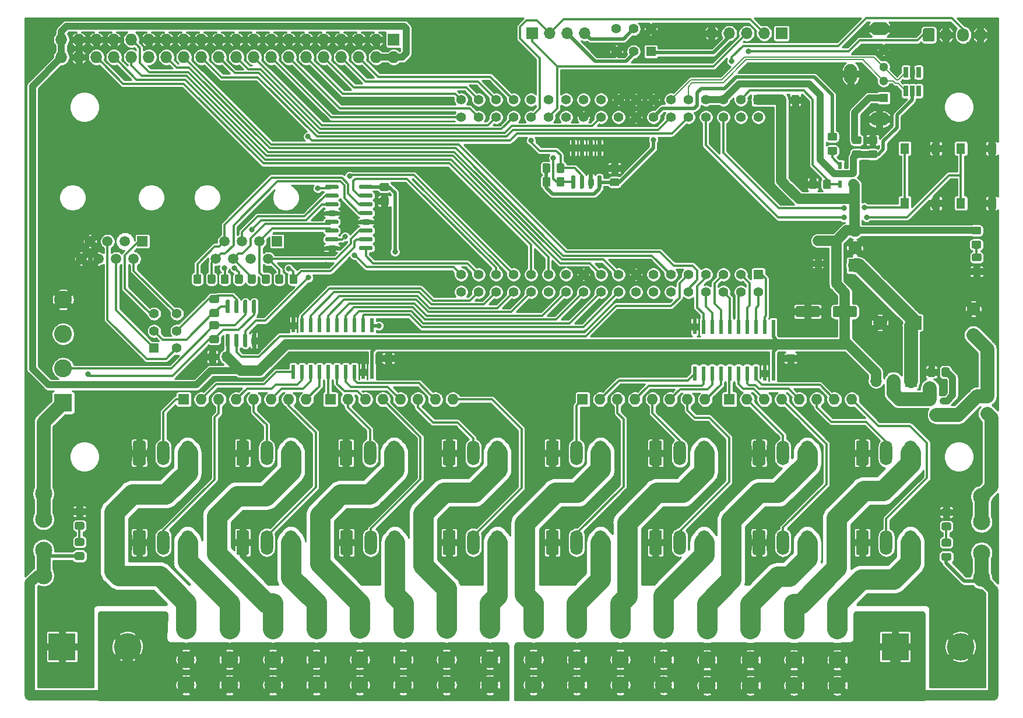
<source format=gbr>
G04 #@! TF.GenerationSoftware,KiCad,Pcbnew,(5.1.6)-1*
G04 #@! TF.CreationDate,2020-09-25T16:17:48-04:00*
G04 #@! TF.ProjectId,PB_16,50425f31-362e-46b6-9963-61645f706362,v2*
G04 #@! TF.SameCoordinates,Original*
G04 #@! TF.FileFunction,Copper,L1,Top*
G04 #@! TF.FilePolarity,Positive*
%FSLAX46Y46*%
G04 Gerber Fmt 4.6, Leading zero omitted, Abs format (unit mm)*
G04 Created by KiCad (PCBNEW (5.1.6)-1) date 2020-09-25 16:17:48*
%MOMM*%
%LPD*%
G01*
G04 APERTURE LIST*
G04 #@! TA.AperFunction,ComponentPad*
%ADD10C,1.900000*%
G04 #@! TD*
G04 #@! TA.AperFunction,ComponentPad*
%ADD11R,1.900000X1.900000*%
G04 #@! TD*
G04 #@! TA.AperFunction,SMDPad,CuDef*
%ADD12R,0.650000X1.560000*%
G04 #@! TD*
G04 #@! TA.AperFunction,ComponentPad*
%ADD13C,1.400000*%
G04 #@! TD*
G04 #@! TA.AperFunction,ComponentPad*
%ADD14R,1.400000X1.400000*%
G04 #@! TD*
G04 #@! TA.AperFunction,ComponentPad*
%ADD15C,4.000000*%
G04 #@! TD*
G04 #@! TA.AperFunction,ComponentPad*
%ADD16R,4.000000X4.000000*%
G04 #@! TD*
G04 #@! TA.AperFunction,SMDPad,CuDef*
%ADD17R,0.800000X0.900000*%
G04 #@! TD*
G04 #@! TA.AperFunction,SMDPad,CuDef*
%ADD18R,0.900000X1.200000*%
G04 #@! TD*
G04 #@! TA.AperFunction,ComponentPad*
%ADD19C,1.408000*%
G04 #@! TD*
G04 #@! TA.AperFunction,ComponentPad*
%ADD20R,1.408000X1.408000*%
G04 #@! TD*
G04 #@! TA.AperFunction,ComponentPad*
%ADD21C,1.904000*%
G04 #@! TD*
G04 #@! TA.AperFunction,ComponentPad*
%ADD22C,1.500000*%
G04 #@! TD*
G04 #@! TA.AperFunction,ComponentPad*
%ADD23R,1.500000X1.500000*%
G04 #@! TD*
G04 #@! TA.AperFunction,SMDPad,CuDef*
%ADD24R,1.300000X1.550000*%
G04 #@! TD*
G04 #@! TA.AperFunction,SMDPad,CuDef*
%ADD25R,0.558800X2.159000*%
G04 #@! TD*
G04 #@! TA.AperFunction,SMDPad,CuDef*
%ADD26R,0.600000X1.050000*%
G04 #@! TD*
G04 #@! TA.AperFunction,ComponentPad*
%ADD27O,1.900000X2.900000*%
G04 #@! TD*
G04 #@! TA.AperFunction,ComponentPad*
%ADD28O,2.900000X1.900000*%
G04 #@! TD*
G04 #@! TA.AperFunction,ComponentPad*
%ADD29C,1.300000*%
G04 #@! TD*
G04 #@! TA.AperFunction,ComponentPad*
%ADD30R,1.300000X1.300000*%
G04 #@! TD*
G04 #@! TA.AperFunction,SMDPad,CuDef*
%ADD31R,1.200000X0.900000*%
G04 #@! TD*
G04 #@! TA.AperFunction,ComponentPad*
%ADD32O,1.700000X1.700000*%
G04 #@! TD*
G04 #@! TA.AperFunction,ComponentPad*
%ADD33R,1.700000X1.700000*%
G04 #@! TD*
G04 #@! TA.AperFunction,ComponentPad*
%ADD34O,1.700000X1.950000*%
G04 #@! TD*
G04 #@! TA.AperFunction,ComponentPad*
%ADD35C,2.475000*%
G04 #@! TD*
G04 #@! TA.AperFunction,ComponentPad*
%ADD36C,2.000000*%
G04 #@! TD*
G04 #@! TA.AperFunction,ComponentPad*
%ADD37R,2.000000X2.000000*%
G04 #@! TD*
G04 #@! TA.AperFunction,ComponentPad*
%ADD38O,1.727200X1.727200*%
G04 #@! TD*
G04 #@! TA.AperFunction,ComponentPad*
%ADD39R,1.727200X1.727200*%
G04 #@! TD*
G04 #@! TA.AperFunction,ComponentPad*
%ADD40O,1.800000X3.600000*%
G04 #@! TD*
G04 #@! TA.AperFunction,ComponentPad*
%ADD41O,1.600000X1.600000*%
G04 #@! TD*
G04 #@! TA.AperFunction,ComponentPad*
%ADD42R,1.600000X1.600000*%
G04 #@! TD*
G04 #@! TA.AperFunction,ComponentPad*
%ADD43C,2.600000*%
G04 #@! TD*
G04 #@! TA.AperFunction,ComponentPad*
%ADD44R,2.600000X2.600000*%
G04 #@! TD*
G04 #@! TA.AperFunction,ViaPad*
%ADD45C,0.800000*%
G04 #@! TD*
G04 #@! TA.AperFunction,ViaPad*
%ADD46C,1.000000*%
G04 #@! TD*
G04 #@! TA.AperFunction,Conductor*
%ADD47C,1.500000*%
G04 #@! TD*
G04 #@! TA.AperFunction,Conductor*
%ADD48C,0.500000*%
G04 #@! TD*
G04 #@! TA.AperFunction,Conductor*
%ADD49C,1.000000*%
G04 #@! TD*
G04 #@! TA.AperFunction,Conductor*
%ADD50C,2.000000*%
G04 #@! TD*
G04 #@! TA.AperFunction,Conductor*
%ADD51C,0.350000*%
G04 #@! TD*
G04 #@! TA.AperFunction,Conductor*
%ADD52C,2.999999*%
G04 #@! TD*
G04 #@! TA.AperFunction,Conductor*
%ADD53C,3.000000*%
G04 #@! TD*
G04 #@! TA.AperFunction,Conductor*
%ADD54C,0.200000*%
G04 #@! TD*
G04 #@! TA.AperFunction,Conductor*
%ADD55C,0.254000*%
G04 #@! TD*
G04 APERTURE END LIST*
D10*
X193028800Y-84272600D03*
X193028800Y-86812600D03*
D11*
X193028800Y-89352600D03*
D12*
X201368800Y-63992600D03*
X202318800Y-63992600D03*
X200418800Y-63992600D03*
X200418800Y-61292600D03*
X201368800Y-61292600D03*
X202318800Y-61292600D03*
D13*
X158398800Y-54972600D03*
X160898800Y-54972600D03*
X163398800Y-54972600D03*
X158398800Y-58272600D03*
X160898800Y-58272600D03*
D14*
X163398800Y-58272600D03*
D13*
X94548800Y-96362600D03*
X94548800Y-98862600D03*
X94548800Y-101362600D03*
X91248800Y-96362600D03*
X91248800Y-98862600D03*
D14*
X91248800Y-101362600D03*
G04 #@! TA.AperFunction,SMDPad,CuDef*
G36*
G01*
X102107000Y-96286600D02*
X101807000Y-96286600D01*
G75*
G02*
X101657000Y-96136600I0J150000D01*
G01*
X101657000Y-94486600D01*
G75*
G02*
X101807000Y-94336600I150000J0D01*
G01*
X102107000Y-94336600D01*
G75*
G02*
X102257000Y-94486600I0J-150000D01*
G01*
X102257000Y-96136600D01*
G75*
G02*
X102107000Y-96286600I-150000J0D01*
G01*
G37*
G04 #@! TD.AperFunction*
G04 #@! TA.AperFunction,SMDPad,CuDef*
G36*
G01*
X103377000Y-96286600D02*
X103077000Y-96286600D01*
G75*
G02*
X102927000Y-96136600I0J150000D01*
G01*
X102927000Y-94486600D01*
G75*
G02*
X103077000Y-94336600I150000J0D01*
G01*
X103377000Y-94336600D01*
G75*
G02*
X103527000Y-94486600I0J-150000D01*
G01*
X103527000Y-96136600D01*
G75*
G02*
X103377000Y-96286600I-150000J0D01*
G01*
G37*
G04 #@! TD.AperFunction*
G04 #@! TA.AperFunction,SMDPad,CuDef*
G36*
G01*
X104647000Y-96286600D02*
X104347000Y-96286600D01*
G75*
G02*
X104197000Y-96136600I0J150000D01*
G01*
X104197000Y-94486600D01*
G75*
G02*
X104347000Y-94336600I150000J0D01*
G01*
X104647000Y-94336600D01*
G75*
G02*
X104797000Y-94486600I0J-150000D01*
G01*
X104797000Y-96136600D01*
G75*
G02*
X104647000Y-96286600I-150000J0D01*
G01*
G37*
G04 #@! TD.AperFunction*
G04 #@! TA.AperFunction,SMDPad,CuDef*
G36*
G01*
X105917000Y-96286600D02*
X105617000Y-96286600D01*
G75*
G02*
X105467000Y-96136600I0J150000D01*
G01*
X105467000Y-94486600D01*
G75*
G02*
X105617000Y-94336600I150000J0D01*
G01*
X105917000Y-94336600D01*
G75*
G02*
X106067000Y-94486600I0J-150000D01*
G01*
X106067000Y-96136600D01*
G75*
G02*
X105917000Y-96286600I-150000J0D01*
G01*
G37*
G04 #@! TD.AperFunction*
G04 #@! TA.AperFunction,SMDPad,CuDef*
G36*
G01*
X105917000Y-101236600D02*
X105617000Y-101236600D01*
G75*
G02*
X105467000Y-101086600I0J150000D01*
G01*
X105467000Y-99436600D01*
G75*
G02*
X105617000Y-99286600I150000J0D01*
G01*
X105917000Y-99286600D01*
G75*
G02*
X106067000Y-99436600I0J-150000D01*
G01*
X106067000Y-101086600D01*
G75*
G02*
X105917000Y-101236600I-150000J0D01*
G01*
G37*
G04 #@! TD.AperFunction*
G04 #@! TA.AperFunction,SMDPad,CuDef*
G36*
G01*
X104647000Y-101236600D02*
X104347000Y-101236600D01*
G75*
G02*
X104197000Y-101086600I0J150000D01*
G01*
X104197000Y-99436600D01*
G75*
G02*
X104347000Y-99286600I150000J0D01*
G01*
X104647000Y-99286600D01*
G75*
G02*
X104797000Y-99436600I0J-150000D01*
G01*
X104797000Y-101086600D01*
G75*
G02*
X104647000Y-101236600I-150000J0D01*
G01*
G37*
G04 #@! TD.AperFunction*
G04 #@! TA.AperFunction,SMDPad,CuDef*
G36*
G01*
X103377000Y-101236600D02*
X103077000Y-101236600D01*
G75*
G02*
X102927000Y-101086600I0J150000D01*
G01*
X102927000Y-99436600D01*
G75*
G02*
X103077000Y-99286600I150000J0D01*
G01*
X103377000Y-99286600D01*
G75*
G02*
X103527000Y-99436600I0J-150000D01*
G01*
X103527000Y-101086600D01*
G75*
G02*
X103377000Y-101236600I-150000J0D01*
G01*
G37*
G04 #@! TD.AperFunction*
G04 #@! TA.AperFunction,SMDPad,CuDef*
G36*
G01*
X102107000Y-101236600D02*
X101807000Y-101236600D01*
G75*
G02*
X101657000Y-101086600I0J150000D01*
G01*
X101657000Y-99436600D01*
G75*
G02*
X101807000Y-99286600I150000J0D01*
G01*
X102107000Y-99286600D01*
G75*
G02*
X102257000Y-99436600I0J-150000D01*
G01*
X102257000Y-101086600D01*
G75*
G02*
X102107000Y-101236600I-150000J0D01*
G01*
G37*
G04 #@! TD.AperFunction*
G04 #@! TA.AperFunction,SMDPad,CuDef*
G36*
G01*
X155776040Y-76239080D02*
X156076040Y-76239080D01*
G75*
G02*
X156226040Y-76389080I0J-150000D01*
G01*
X156226040Y-78039080D01*
G75*
G02*
X156076040Y-78189080I-150000J0D01*
G01*
X155776040Y-78189080D01*
G75*
G02*
X155626040Y-78039080I0J150000D01*
G01*
X155626040Y-76389080D01*
G75*
G02*
X155776040Y-76239080I150000J0D01*
G01*
G37*
G04 #@! TD.AperFunction*
G04 #@! TA.AperFunction,SMDPad,CuDef*
G36*
G01*
X154506040Y-76239080D02*
X154806040Y-76239080D01*
G75*
G02*
X154956040Y-76389080I0J-150000D01*
G01*
X154956040Y-78039080D01*
G75*
G02*
X154806040Y-78189080I-150000J0D01*
G01*
X154506040Y-78189080D01*
G75*
G02*
X154356040Y-78039080I0J150000D01*
G01*
X154356040Y-76389080D01*
G75*
G02*
X154506040Y-76239080I150000J0D01*
G01*
G37*
G04 #@! TD.AperFunction*
G04 #@! TA.AperFunction,SMDPad,CuDef*
G36*
G01*
X153236040Y-76239080D02*
X153536040Y-76239080D01*
G75*
G02*
X153686040Y-76389080I0J-150000D01*
G01*
X153686040Y-78039080D01*
G75*
G02*
X153536040Y-78189080I-150000J0D01*
G01*
X153236040Y-78189080D01*
G75*
G02*
X153086040Y-78039080I0J150000D01*
G01*
X153086040Y-76389080D01*
G75*
G02*
X153236040Y-76239080I150000J0D01*
G01*
G37*
G04 #@! TD.AperFunction*
G04 #@! TA.AperFunction,SMDPad,CuDef*
G36*
G01*
X151966040Y-76239080D02*
X152266040Y-76239080D01*
G75*
G02*
X152416040Y-76389080I0J-150000D01*
G01*
X152416040Y-78039080D01*
G75*
G02*
X152266040Y-78189080I-150000J0D01*
G01*
X151966040Y-78189080D01*
G75*
G02*
X151816040Y-78039080I0J150000D01*
G01*
X151816040Y-76389080D01*
G75*
G02*
X151966040Y-76239080I150000J0D01*
G01*
G37*
G04 #@! TD.AperFunction*
G04 #@! TA.AperFunction,SMDPad,CuDef*
G36*
G01*
X151966040Y-71289080D02*
X152266040Y-71289080D01*
G75*
G02*
X152416040Y-71439080I0J-150000D01*
G01*
X152416040Y-73089080D01*
G75*
G02*
X152266040Y-73239080I-150000J0D01*
G01*
X151966040Y-73239080D01*
G75*
G02*
X151816040Y-73089080I0J150000D01*
G01*
X151816040Y-71439080D01*
G75*
G02*
X151966040Y-71289080I150000J0D01*
G01*
G37*
G04 #@! TD.AperFunction*
G04 #@! TA.AperFunction,SMDPad,CuDef*
G36*
G01*
X153236040Y-71289080D02*
X153536040Y-71289080D01*
G75*
G02*
X153686040Y-71439080I0J-150000D01*
G01*
X153686040Y-73089080D01*
G75*
G02*
X153536040Y-73239080I-150000J0D01*
G01*
X153236040Y-73239080D01*
G75*
G02*
X153086040Y-73089080I0J150000D01*
G01*
X153086040Y-71439080D01*
G75*
G02*
X153236040Y-71289080I150000J0D01*
G01*
G37*
G04 #@! TD.AperFunction*
G04 #@! TA.AperFunction,SMDPad,CuDef*
G36*
G01*
X154506040Y-71289080D02*
X154806040Y-71289080D01*
G75*
G02*
X154956040Y-71439080I0J-150000D01*
G01*
X154956040Y-73089080D01*
G75*
G02*
X154806040Y-73239080I-150000J0D01*
G01*
X154506040Y-73239080D01*
G75*
G02*
X154356040Y-73089080I0J150000D01*
G01*
X154356040Y-71439080D01*
G75*
G02*
X154506040Y-71289080I150000J0D01*
G01*
G37*
G04 #@! TD.AperFunction*
G04 #@! TA.AperFunction,SMDPad,CuDef*
G36*
G01*
X155776040Y-71289080D02*
X156076040Y-71289080D01*
G75*
G02*
X156226040Y-71439080I0J-150000D01*
G01*
X156226040Y-73089080D01*
G75*
G02*
X156076040Y-73239080I-150000J0D01*
G01*
X155776040Y-73239080D01*
G75*
G02*
X155626040Y-73089080I0J150000D01*
G01*
X155626040Y-71439080D01*
G75*
G02*
X155776040Y-71289080I150000J0D01*
G01*
G37*
G04 #@! TD.AperFunction*
G04 #@! TA.AperFunction,SMDPad,CuDef*
G36*
G01*
X121028800Y-78082600D02*
X121028800Y-77782600D01*
G75*
G02*
X121178800Y-77632600I150000J0D01*
G01*
X122828800Y-77632600D01*
G75*
G02*
X122978800Y-77782600I0J-150000D01*
G01*
X122978800Y-78082600D01*
G75*
G02*
X122828800Y-78232600I-150000J0D01*
G01*
X121178800Y-78232600D01*
G75*
G02*
X121028800Y-78082600I0J150000D01*
G01*
G37*
G04 #@! TD.AperFunction*
G04 #@! TA.AperFunction,SMDPad,CuDef*
G36*
G01*
X121028800Y-79352600D02*
X121028800Y-79052600D01*
G75*
G02*
X121178800Y-78902600I150000J0D01*
G01*
X122828800Y-78902600D01*
G75*
G02*
X122978800Y-79052600I0J-150000D01*
G01*
X122978800Y-79352600D01*
G75*
G02*
X122828800Y-79502600I-150000J0D01*
G01*
X121178800Y-79502600D01*
G75*
G02*
X121028800Y-79352600I0J150000D01*
G01*
G37*
G04 #@! TD.AperFunction*
G04 #@! TA.AperFunction,SMDPad,CuDef*
G36*
G01*
X121028800Y-80622600D02*
X121028800Y-80322600D01*
G75*
G02*
X121178800Y-80172600I150000J0D01*
G01*
X122828800Y-80172600D01*
G75*
G02*
X122978800Y-80322600I0J-150000D01*
G01*
X122978800Y-80622600D01*
G75*
G02*
X122828800Y-80772600I-150000J0D01*
G01*
X121178800Y-80772600D01*
G75*
G02*
X121028800Y-80622600I0J150000D01*
G01*
G37*
G04 #@! TD.AperFunction*
G04 #@! TA.AperFunction,SMDPad,CuDef*
G36*
G01*
X121028800Y-81892600D02*
X121028800Y-81592600D01*
G75*
G02*
X121178800Y-81442600I150000J0D01*
G01*
X122828800Y-81442600D01*
G75*
G02*
X122978800Y-81592600I0J-150000D01*
G01*
X122978800Y-81892600D01*
G75*
G02*
X122828800Y-82042600I-150000J0D01*
G01*
X121178800Y-82042600D01*
G75*
G02*
X121028800Y-81892600I0J150000D01*
G01*
G37*
G04 #@! TD.AperFunction*
G04 #@! TA.AperFunction,SMDPad,CuDef*
G36*
G01*
X121028800Y-83162600D02*
X121028800Y-82862600D01*
G75*
G02*
X121178800Y-82712600I150000J0D01*
G01*
X122828800Y-82712600D01*
G75*
G02*
X122978800Y-82862600I0J-150000D01*
G01*
X122978800Y-83162600D01*
G75*
G02*
X122828800Y-83312600I-150000J0D01*
G01*
X121178800Y-83312600D01*
G75*
G02*
X121028800Y-83162600I0J150000D01*
G01*
G37*
G04 #@! TD.AperFunction*
G04 #@! TA.AperFunction,SMDPad,CuDef*
G36*
G01*
X121028800Y-84432600D02*
X121028800Y-84132600D01*
G75*
G02*
X121178800Y-83982600I150000J0D01*
G01*
X122828800Y-83982600D01*
G75*
G02*
X122978800Y-84132600I0J-150000D01*
G01*
X122978800Y-84432600D01*
G75*
G02*
X122828800Y-84582600I-150000J0D01*
G01*
X121178800Y-84582600D01*
G75*
G02*
X121028800Y-84432600I0J150000D01*
G01*
G37*
G04 #@! TD.AperFunction*
G04 #@! TA.AperFunction,SMDPad,CuDef*
G36*
G01*
X121028800Y-85702600D02*
X121028800Y-85402600D01*
G75*
G02*
X121178800Y-85252600I150000J0D01*
G01*
X122828800Y-85252600D01*
G75*
G02*
X122978800Y-85402600I0J-150000D01*
G01*
X122978800Y-85702600D01*
G75*
G02*
X122828800Y-85852600I-150000J0D01*
G01*
X121178800Y-85852600D01*
G75*
G02*
X121028800Y-85702600I0J150000D01*
G01*
G37*
G04 #@! TD.AperFunction*
G04 #@! TA.AperFunction,SMDPad,CuDef*
G36*
G01*
X121028800Y-86972600D02*
X121028800Y-86672600D01*
G75*
G02*
X121178800Y-86522600I150000J0D01*
G01*
X122828800Y-86522600D01*
G75*
G02*
X122978800Y-86672600I0J-150000D01*
G01*
X122978800Y-86972600D01*
G75*
G02*
X122828800Y-87122600I-150000J0D01*
G01*
X121178800Y-87122600D01*
G75*
G02*
X121028800Y-86972600I0J150000D01*
G01*
G37*
G04 #@! TD.AperFunction*
G04 #@! TA.AperFunction,SMDPad,CuDef*
G36*
G01*
X116078800Y-86972600D02*
X116078800Y-86672600D01*
G75*
G02*
X116228800Y-86522600I150000J0D01*
G01*
X117878800Y-86522600D01*
G75*
G02*
X118028800Y-86672600I0J-150000D01*
G01*
X118028800Y-86972600D01*
G75*
G02*
X117878800Y-87122600I-150000J0D01*
G01*
X116228800Y-87122600D01*
G75*
G02*
X116078800Y-86972600I0J150000D01*
G01*
G37*
G04 #@! TD.AperFunction*
G04 #@! TA.AperFunction,SMDPad,CuDef*
G36*
G01*
X116078800Y-85702600D02*
X116078800Y-85402600D01*
G75*
G02*
X116228800Y-85252600I150000J0D01*
G01*
X117878800Y-85252600D01*
G75*
G02*
X118028800Y-85402600I0J-150000D01*
G01*
X118028800Y-85702600D01*
G75*
G02*
X117878800Y-85852600I-150000J0D01*
G01*
X116228800Y-85852600D01*
G75*
G02*
X116078800Y-85702600I0J150000D01*
G01*
G37*
G04 #@! TD.AperFunction*
G04 #@! TA.AperFunction,SMDPad,CuDef*
G36*
G01*
X116078800Y-84432600D02*
X116078800Y-84132600D01*
G75*
G02*
X116228800Y-83982600I150000J0D01*
G01*
X117878800Y-83982600D01*
G75*
G02*
X118028800Y-84132600I0J-150000D01*
G01*
X118028800Y-84432600D01*
G75*
G02*
X117878800Y-84582600I-150000J0D01*
G01*
X116228800Y-84582600D01*
G75*
G02*
X116078800Y-84432600I0J150000D01*
G01*
G37*
G04 #@! TD.AperFunction*
G04 #@! TA.AperFunction,SMDPad,CuDef*
G36*
G01*
X116078800Y-83162600D02*
X116078800Y-82862600D01*
G75*
G02*
X116228800Y-82712600I150000J0D01*
G01*
X117878800Y-82712600D01*
G75*
G02*
X118028800Y-82862600I0J-150000D01*
G01*
X118028800Y-83162600D01*
G75*
G02*
X117878800Y-83312600I-150000J0D01*
G01*
X116228800Y-83312600D01*
G75*
G02*
X116078800Y-83162600I0J150000D01*
G01*
G37*
G04 #@! TD.AperFunction*
G04 #@! TA.AperFunction,SMDPad,CuDef*
G36*
G01*
X116078800Y-81892600D02*
X116078800Y-81592600D01*
G75*
G02*
X116228800Y-81442600I150000J0D01*
G01*
X117878800Y-81442600D01*
G75*
G02*
X118028800Y-81592600I0J-150000D01*
G01*
X118028800Y-81892600D01*
G75*
G02*
X117878800Y-82042600I-150000J0D01*
G01*
X116228800Y-82042600D01*
G75*
G02*
X116078800Y-81892600I0J150000D01*
G01*
G37*
G04 #@! TD.AperFunction*
G04 #@! TA.AperFunction,SMDPad,CuDef*
G36*
G01*
X116078800Y-80622600D02*
X116078800Y-80322600D01*
G75*
G02*
X116228800Y-80172600I150000J0D01*
G01*
X117878800Y-80172600D01*
G75*
G02*
X118028800Y-80322600I0J-150000D01*
G01*
X118028800Y-80622600D01*
G75*
G02*
X117878800Y-80772600I-150000J0D01*
G01*
X116228800Y-80772600D01*
G75*
G02*
X116078800Y-80622600I0J150000D01*
G01*
G37*
G04 #@! TD.AperFunction*
G04 #@! TA.AperFunction,SMDPad,CuDef*
G36*
G01*
X116078800Y-79352600D02*
X116078800Y-79052600D01*
G75*
G02*
X116228800Y-78902600I150000J0D01*
G01*
X117878800Y-78902600D01*
G75*
G02*
X118028800Y-79052600I0J-150000D01*
G01*
X118028800Y-79352600D01*
G75*
G02*
X117878800Y-79502600I-150000J0D01*
G01*
X116228800Y-79502600D01*
G75*
G02*
X116078800Y-79352600I0J150000D01*
G01*
G37*
G04 #@! TD.AperFunction*
G04 #@! TA.AperFunction,SMDPad,CuDef*
G36*
G01*
X116078800Y-78082600D02*
X116078800Y-77782600D01*
G75*
G02*
X116228800Y-77632600I150000J0D01*
G01*
X117878800Y-77632600D01*
G75*
G02*
X118028800Y-77782600I0J-150000D01*
G01*
X118028800Y-78082600D01*
G75*
G02*
X117878800Y-78232600I-150000J0D01*
G01*
X116228800Y-78232600D01*
G75*
G02*
X116078800Y-78082600I0J150000D01*
G01*
G37*
G04 #@! TD.AperFunction*
G04 #@! TA.AperFunction,SMDPad,CuDef*
G36*
G01*
X99520799Y-99506600D02*
X100420801Y-99506600D01*
G75*
G02*
X100670800Y-99756599I0J-249999D01*
G01*
X100670800Y-100406601D01*
G75*
G02*
X100420801Y-100656600I-249999J0D01*
G01*
X99520799Y-100656600D01*
G75*
G02*
X99270800Y-100406601I0J249999D01*
G01*
X99270800Y-99756599D01*
G75*
G02*
X99520799Y-99506600I249999J0D01*
G01*
G37*
G04 #@! TD.AperFunction*
G04 #@! TA.AperFunction,SMDPad,CuDef*
G36*
G01*
X99520799Y-97456600D02*
X100420801Y-97456600D01*
G75*
G02*
X100670800Y-97706599I0J-249999D01*
G01*
X100670800Y-98356601D01*
G75*
G02*
X100420801Y-98606600I-249999J0D01*
G01*
X99520799Y-98606600D01*
G75*
G02*
X99270800Y-98356601I0J249999D01*
G01*
X99270800Y-97706599D01*
G75*
G02*
X99520799Y-97456600I249999J0D01*
G01*
G37*
G04 #@! TD.AperFunction*
G04 #@! TA.AperFunction,SMDPad,CuDef*
G36*
G01*
X110003800Y-90877599D02*
X110003800Y-91777601D01*
G75*
G02*
X109753801Y-92027600I-249999J0D01*
G01*
X109103799Y-92027600D01*
G75*
G02*
X108853800Y-91777601I0J249999D01*
G01*
X108853800Y-90877599D01*
G75*
G02*
X109103799Y-90627600I249999J0D01*
G01*
X109753801Y-90627600D01*
G75*
G02*
X110003800Y-90877599I0J-249999D01*
G01*
G37*
G04 #@! TD.AperFunction*
G04 #@! TA.AperFunction,SMDPad,CuDef*
G36*
G01*
X112053800Y-90877599D02*
X112053800Y-91777601D01*
G75*
G02*
X111803801Y-92027600I-249999J0D01*
G01*
X111153799Y-92027600D01*
G75*
G02*
X110903800Y-91777601I0J249999D01*
G01*
X110903800Y-90877599D01*
G75*
G02*
X111153799Y-90627600I249999J0D01*
G01*
X111803801Y-90627600D01*
G75*
G02*
X112053800Y-90877599I0J-249999D01*
G01*
G37*
G04 #@! TD.AperFunction*
G04 #@! TA.AperFunction,SMDPad,CuDef*
G36*
G01*
X106903800Y-91777601D02*
X106903800Y-90877599D01*
G75*
G02*
X107153799Y-90627600I249999J0D01*
G01*
X107803801Y-90627600D01*
G75*
G02*
X108053800Y-90877599I0J-249999D01*
G01*
X108053800Y-91777601D01*
G75*
G02*
X107803801Y-92027600I-249999J0D01*
G01*
X107153799Y-92027600D01*
G75*
G02*
X106903800Y-91777601I0J249999D01*
G01*
G37*
G04 #@! TD.AperFunction*
G04 #@! TA.AperFunction,SMDPad,CuDef*
G36*
G01*
X104853800Y-91777601D02*
X104853800Y-90877599D01*
G75*
G02*
X105103799Y-90627600I249999J0D01*
G01*
X105753801Y-90627600D01*
G75*
G02*
X106003800Y-90877599I0J-249999D01*
G01*
X106003800Y-91777601D01*
G75*
G02*
X105753801Y-92027600I-249999J0D01*
G01*
X105103799Y-92027600D01*
G75*
G02*
X104853800Y-91777601I0J249999D01*
G01*
G37*
G04 #@! TD.AperFunction*
G04 #@! TA.AperFunction,SMDPad,CuDef*
G36*
G01*
X102078800Y-90877599D02*
X102078800Y-91777601D01*
G75*
G02*
X101828801Y-92027600I-249999J0D01*
G01*
X101178799Y-92027600D01*
G75*
G02*
X100928800Y-91777601I0J249999D01*
G01*
X100928800Y-90877599D01*
G75*
G02*
X101178799Y-90627600I249999J0D01*
G01*
X101828801Y-90627600D01*
G75*
G02*
X102078800Y-90877599I0J-249999D01*
G01*
G37*
G04 #@! TD.AperFunction*
G04 #@! TA.AperFunction,SMDPad,CuDef*
G36*
G01*
X104128800Y-90877599D02*
X104128800Y-91777601D01*
G75*
G02*
X103878801Y-92027600I-249999J0D01*
G01*
X103228799Y-92027600D01*
G75*
G02*
X102978800Y-91777601I0J249999D01*
G01*
X102978800Y-90877599D01*
G75*
G02*
X103228799Y-90627600I249999J0D01*
G01*
X103878801Y-90627600D01*
G75*
G02*
X104128800Y-90877599I0J-249999D01*
G01*
G37*
G04 #@! TD.AperFunction*
G04 #@! TA.AperFunction,SMDPad,CuDef*
G36*
G01*
X99003800Y-91777601D02*
X99003800Y-90877599D01*
G75*
G02*
X99253799Y-90627600I249999J0D01*
G01*
X99903801Y-90627600D01*
G75*
G02*
X100153800Y-90877599I0J-249999D01*
G01*
X100153800Y-91777601D01*
G75*
G02*
X99903801Y-92027600I-249999J0D01*
G01*
X99253799Y-92027600D01*
G75*
G02*
X99003800Y-91777601I0J249999D01*
G01*
G37*
G04 #@! TD.AperFunction*
G04 #@! TA.AperFunction,SMDPad,CuDef*
G36*
G01*
X96953800Y-91777601D02*
X96953800Y-90877599D01*
G75*
G02*
X97203799Y-90627600I249999J0D01*
G01*
X97853801Y-90627600D01*
G75*
G02*
X98103800Y-90877599I0J-249999D01*
G01*
X98103800Y-91777601D01*
G75*
G02*
X97853801Y-92027600I-249999J0D01*
G01*
X97203799Y-92027600D01*
G75*
G02*
X96953800Y-91777601I0J249999D01*
G01*
G37*
G04 #@! TD.AperFunction*
G04 #@! TA.AperFunction,SMDPad,CuDef*
G36*
G01*
X124228799Y-79427600D02*
X125128801Y-79427600D01*
G75*
G02*
X125378800Y-79677599I0J-249999D01*
G01*
X125378800Y-80327601D01*
G75*
G02*
X125128801Y-80577600I-249999J0D01*
G01*
X124228799Y-80577600D01*
G75*
G02*
X123978800Y-80327601I0J249999D01*
G01*
X123978800Y-79677599D01*
G75*
G02*
X124228799Y-79427600I249999J0D01*
G01*
G37*
G04 #@! TD.AperFunction*
G04 #@! TA.AperFunction,SMDPad,CuDef*
G36*
G01*
X124228799Y-77377600D02*
X125128801Y-77377600D01*
G75*
G02*
X125378800Y-77627599I0J-249999D01*
G01*
X125378800Y-78277601D01*
G75*
G02*
X125128801Y-78527600I-249999J0D01*
G01*
X124228799Y-78527600D01*
G75*
G02*
X123978800Y-78277601I0J249999D01*
G01*
X123978800Y-77627599D01*
G75*
G02*
X124228799Y-77377600I249999J0D01*
G01*
G37*
G04 #@! TD.AperFunction*
D15*
X208378800Y-144752600D03*
D16*
X198878800Y-144752600D03*
D15*
X87378800Y-144752600D03*
D16*
X77878800Y-144752600D03*
G04 #@! TA.AperFunction,SMDPad,CuDef*
G36*
G01*
X205628800Y-105302601D02*
X205628800Y-104402599D01*
G75*
G02*
X205878799Y-104152600I249999J0D01*
G01*
X206528801Y-104152600D01*
G75*
G02*
X206778800Y-104402599I0J-249999D01*
G01*
X206778800Y-105302601D01*
G75*
G02*
X206528801Y-105552600I-249999J0D01*
G01*
X205878799Y-105552600D01*
G75*
G02*
X205628800Y-105302601I0J249999D01*
G01*
G37*
G04 #@! TD.AperFunction*
G04 #@! TA.AperFunction,SMDPad,CuDef*
G36*
G01*
X203578800Y-105302601D02*
X203578800Y-104402599D01*
G75*
G02*
X203828799Y-104152600I249999J0D01*
G01*
X204478801Y-104152600D01*
G75*
G02*
X204728800Y-104402599I0J-249999D01*
G01*
X204728800Y-105302601D01*
G75*
G02*
X204478801Y-105552600I-249999J0D01*
G01*
X203828799Y-105552600D01*
G75*
G02*
X203578800Y-105302601I0J249999D01*
G01*
G37*
G04 #@! TD.AperFunction*
D17*
X204878800Y-111052600D03*
X203928800Y-109052600D03*
X205828800Y-109052600D03*
D18*
X207228800Y-107152600D03*
X203928800Y-107152600D03*
D19*
X135820360Y-93214600D03*
X135820360Y-90674600D03*
X138360360Y-93214600D03*
X138360360Y-90674600D03*
X140900360Y-93214600D03*
X140900360Y-90674600D03*
X143440360Y-93214600D03*
X143440360Y-90674600D03*
X145980360Y-93214600D03*
X145980360Y-90674600D03*
X148520360Y-93214600D03*
X148520360Y-90674600D03*
X151060360Y-93214600D03*
X151060360Y-90674600D03*
X153600360Y-93214600D03*
X153600360Y-90674600D03*
X156140360Y-93214600D03*
X156140360Y-90674600D03*
X158680360Y-93214600D03*
X158680360Y-90674600D03*
X161220360Y-93214600D03*
X161220360Y-90674600D03*
X163760360Y-93214600D03*
X163760360Y-90674600D03*
X166300360Y-93214600D03*
X166300360Y-90674600D03*
X168840360Y-93214600D03*
X168840360Y-90674600D03*
X171380360Y-93214600D03*
X171380360Y-90674600D03*
X173920360Y-93214600D03*
X173920360Y-90674600D03*
X176460360Y-93214600D03*
X176460360Y-90674600D03*
X179000360Y-93214600D03*
D20*
X179000360Y-90674600D03*
D19*
X135820360Y-67814600D03*
X135820360Y-65274600D03*
X138360360Y-67814600D03*
X138360360Y-65274600D03*
X140900360Y-67814600D03*
X140900360Y-65274600D03*
X143440360Y-67814600D03*
X143440360Y-65274600D03*
X145980360Y-67814600D03*
X145980360Y-65274600D03*
X148520360Y-67814600D03*
X148520360Y-65274600D03*
X151060360Y-67814600D03*
X151060360Y-65274600D03*
X153600360Y-67814600D03*
X153600360Y-65274600D03*
X156140360Y-67814600D03*
X156140360Y-65274600D03*
X158680360Y-67814600D03*
X158680360Y-65274600D03*
X161220360Y-67814600D03*
X161220360Y-65274600D03*
X163760360Y-67814600D03*
X163760360Y-65274600D03*
X166300360Y-67814600D03*
X166300360Y-65274600D03*
X168840360Y-67814600D03*
X168840360Y-65274600D03*
X171380360Y-67814600D03*
X171380360Y-65274600D03*
X173920360Y-67814600D03*
X173920360Y-65274600D03*
X176460360Y-67814600D03*
X176460360Y-65274600D03*
X179000360Y-67814600D03*
D20*
X179000360Y-65274600D03*
G04 #@! TA.AperFunction,SMDPad,CuDef*
G36*
G01*
X183809000Y-65734761D02*
X183809000Y-64834759D01*
G75*
G02*
X184058999Y-64584760I249999J0D01*
G01*
X184709001Y-64584760D01*
G75*
G02*
X184959000Y-64834759I0J-249999D01*
G01*
X184959000Y-65734761D01*
G75*
G02*
X184709001Y-65984760I-249999J0D01*
G01*
X184058999Y-65984760D01*
G75*
G02*
X183809000Y-65734761I0J249999D01*
G01*
G37*
G04 #@! TD.AperFunction*
G04 #@! TA.AperFunction,SMDPad,CuDef*
G36*
G01*
X181759000Y-65734761D02*
X181759000Y-64834759D01*
G75*
G02*
X182008999Y-64584760I249999J0D01*
G01*
X182659001Y-64584760D01*
G75*
G02*
X182909000Y-64834759I0J-249999D01*
G01*
X182909000Y-65734761D01*
G75*
G02*
X182659001Y-65984760I-249999J0D01*
G01*
X182008999Y-65984760D01*
G75*
G02*
X181759000Y-65734761I0J249999D01*
G01*
G37*
G04 #@! TD.AperFunction*
D21*
X210229259Y-95648160D03*
X210229259Y-99458160D03*
G04 #@! TA.AperFunction,SMDPad,CuDef*
G36*
G01*
X100428801Y-94802600D02*
X99528799Y-94802600D01*
G75*
G02*
X99278800Y-94552601I0J249999D01*
G01*
X99278800Y-93902599D01*
G75*
G02*
X99528799Y-93652600I249999J0D01*
G01*
X100428801Y-93652600D01*
G75*
G02*
X100678800Y-93902599I0J-249999D01*
G01*
X100678800Y-94552601D01*
G75*
G02*
X100428801Y-94802600I-249999J0D01*
G01*
G37*
G04 #@! TD.AperFunction*
G04 #@! TA.AperFunction,SMDPad,CuDef*
G36*
G01*
X100428801Y-96852600D02*
X99528799Y-96852600D01*
G75*
G02*
X99278800Y-96602601I0J249999D01*
G01*
X99278800Y-95952599D01*
G75*
G02*
X99528799Y-95702600I249999J0D01*
G01*
X100428801Y-95702600D01*
G75*
G02*
X100678800Y-95952599I0J-249999D01*
G01*
X100678800Y-96602601D01*
G75*
G02*
X100428801Y-96852600I-249999J0D01*
G01*
G37*
G04 #@! TD.AperFunction*
D22*
X100204400Y-88383520D03*
X101474400Y-85843520D03*
X102744400Y-88383520D03*
X104014400Y-85843520D03*
X105284400Y-88383520D03*
X106554400Y-85843520D03*
X107824400Y-88383520D03*
D23*
X109094400Y-85843520D03*
D22*
X80666800Y-88383520D03*
X81936800Y-85843520D03*
X83206800Y-88383520D03*
X84476800Y-85843520D03*
X85746800Y-88383520D03*
X87016800Y-85843520D03*
X88286800Y-88383520D03*
D23*
X89556800Y-85843520D03*
D24*
X212928800Y-72357600D03*
X208428800Y-72357600D03*
X208428800Y-80307600D03*
X212928800Y-80307600D03*
X204778800Y-72357600D03*
X200278800Y-72357600D03*
X200278800Y-80307600D03*
X204778800Y-80307600D03*
G04 #@! TA.AperFunction,SMDPad,CuDef*
G36*
G01*
X148798800Y-74752599D02*
X148798800Y-75652601D01*
G75*
G02*
X148548801Y-75902600I-249999J0D01*
G01*
X147898799Y-75902600D01*
G75*
G02*
X147648800Y-75652601I0J249999D01*
G01*
X147648800Y-74752599D01*
G75*
G02*
X147898799Y-74502600I249999J0D01*
G01*
X148548801Y-74502600D01*
G75*
G02*
X148798800Y-74752599I0J-249999D01*
G01*
G37*
G04 #@! TD.AperFunction*
G04 #@! TA.AperFunction,SMDPad,CuDef*
G36*
G01*
X150848800Y-74752599D02*
X150848800Y-75652601D01*
G75*
G02*
X150598801Y-75902600I-249999J0D01*
G01*
X149948799Y-75902600D01*
G75*
G02*
X149698800Y-75652601I0J249999D01*
G01*
X149698800Y-74752599D01*
G75*
G02*
X149948799Y-74502600I249999J0D01*
G01*
X150598801Y-74502600D01*
G75*
G02*
X150848800Y-74752599I0J-249999D01*
G01*
G37*
G04 #@! TD.AperFunction*
G04 #@! TA.AperFunction,SMDPad,CuDef*
G36*
G01*
X148798800Y-76752599D02*
X148798800Y-77652601D01*
G75*
G02*
X148548801Y-77902600I-249999J0D01*
G01*
X147898799Y-77902600D01*
G75*
G02*
X147648800Y-77652601I0J249999D01*
G01*
X147648800Y-76752599D01*
G75*
G02*
X147898799Y-76502600I249999J0D01*
G01*
X148548801Y-76502600D01*
G75*
G02*
X148798800Y-76752599I0J-249999D01*
G01*
G37*
G04 #@! TD.AperFunction*
G04 #@! TA.AperFunction,SMDPad,CuDef*
G36*
G01*
X150848800Y-76752599D02*
X150848800Y-77652601D01*
G75*
G02*
X150598801Y-77902600I-249999J0D01*
G01*
X149948799Y-77902600D01*
G75*
G02*
X149698800Y-77652601I0J249999D01*
G01*
X149698800Y-76752599D01*
G75*
G02*
X149948799Y-76502600I249999J0D01*
G01*
X150598801Y-76502600D01*
G75*
G02*
X150848800Y-76752599I0J-249999D01*
G01*
G37*
G04 #@! TD.AperFunction*
G04 #@! TA.AperFunction,SMDPad,CuDef*
G36*
G01*
X158571041Y-75789080D02*
X157671039Y-75789080D01*
G75*
G02*
X157421040Y-75539081I0J249999D01*
G01*
X157421040Y-74889079D01*
G75*
G02*
X157671039Y-74639080I249999J0D01*
G01*
X158571041Y-74639080D01*
G75*
G02*
X158821040Y-74889079I0J-249999D01*
G01*
X158821040Y-75539081D01*
G75*
G02*
X158571041Y-75789080I-249999J0D01*
G01*
G37*
G04 #@! TD.AperFunction*
G04 #@! TA.AperFunction,SMDPad,CuDef*
G36*
G01*
X158571041Y-77839080D02*
X157671039Y-77839080D01*
G75*
G02*
X157421040Y-77589081I0J249999D01*
G01*
X157421040Y-76939079D01*
G75*
G02*
X157671039Y-76689080I249999J0D01*
G01*
X158571041Y-76689080D01*
G75*
G02*
X158821040Y-76939079I0J-249999D01*
G01*
X158821040Y-77589081D01*
G75*
G02*
X158571041Y-77839080I-249999J0D01*
G01*
G37*
G04 #@! TD.AperFunction*
D25*
X181184760Y-105030680D03*
X179914760Y-105030680D03*
X178644760Y-105030680D03*
X177374760Y-105030680D03*
X176104760Y-105030680D03*
X174834760Y-105030680D03*
X173564760Y-105030680D03*
X172294760Y-105030680D03*
X171024760Y-105030680D03*
X169754760Y-105030680D03*
X169754760Y-98274280D03*
X171024760Y-98274280D03*
X172294760Y-98274280D03*
X173564760Y-98274280D03*
X174834760Y-98274280D03*
X176104760Y-98274280D03*
X177374760Y-98274280D03*
X178644760Y-98274280D03*
X179914760Y-98274280D03*
X181184760Y-98274280D03*
X122881600Y-104822400D03*
X121611600Y-104822400D03*
X120341600Y-104822400D03*
X119071600Y-104822400D03*
X117801600Y-104822400D03*
X116531600Y-104822400D03*
X115261600Y-104822400D03*
X113991600Y-104822400D03*
X112721600Y-104822400D03*
X111451600Y-104822400D03*
X111451600Y-98066000D03*
X112721600Y-98066000D03*
X113991600Y-98066000D03*
X115261600Y-98066000D03*
X116531600Y-98066000D03*
X117801600Y-98066000D03*
X119071600Y-98066000D03*
X120341600Y-98066000D03*
X121611600Y-98066000D03*
X122881600Y-98066000D03*
G04 #@! TA.AperFunction,SMDPad,CuDef*
G36*
G01*
X187506400Y-77113119D02*
X187506400Y-78013121D01*
G75*
G02*
X187256401Y-78263120I-249999J0D01*
G01*
X186606399Y-78263120D01*
G75*
G02*
X186356400Y-78013121I0J249999D01*
G01*
X186356400Y-77113119D01*
G75*
G02*
X186606399Y-76863120I249999J0D01*
G01*
X187256401Y-76863120D01*
G75*
G02*
X187506400Y-77113119I0J-249999D01*
G01*
G37*
G04 #@! TD.AperFunction*
G04 #@! TA.AperFunction,SMDPad,CuDef*
G36*
G01*
X189556400Y-77113119D02*
X189556400Y-78013121D01*
G75*
G02*
X189306401Y-78263120I-249999J0D01*
G01*
X188656399Y-78263120D01*
G75*
G02*
X188406400Y-78013121I0J249999D01*
G01*
X188406400Y-77113119D01*
G75*
G02*
X188656399Y-76863120I249999J0D01*
G01*
X189306401Y-76863120D01*
G75*
G02*
X189556400Y-77113119I0J-249999D01*
G01*
G37*
G04 #@! TD.AperFunction*
G04 #@! TA.AperFunction,SMDPad,CuDef*
G36*
G01*
X192852599Y-72620720D02*
X193752601Y-72620720D01*
G75*
G02*
X194002600Y-72870719I0J-249999D01*
G01*
X194002600Y-73520721D01*
G75*
G02*
X193752601Y-73770720I-249999J0D01*
G01*
X192852599Y-73770720D01*
G75*
G02*
X192602600Y-73520721I0J249999D01*
G01*
X192602600Y-72870719D01*
G75*
G02*
X192852599Y-72620720I249999J0D01*
G01*
G37*
G04 #@! TD.AperFunction*
G04 #@! TA.AperFunction,SMDPad,CuDef*
G36*
G01*
X192852599Y-70570720D02*
X193752601Y-70570720D01*
G75*
G02*
X194002600Y-70820719I0J-249999D01*
G01*
X194002600Y-71470721D01*
G75*
G02*
X193752601Y-71720720I-249999J0D01*
G01*
X192852599Y-71720720D01*
G75*
G02*
X192602600Y-71470721I0J249999D01*
G01*
X192602600Y-70820719D01*
G75*
G02*
X192852599Y-70570720I249999J0D01*
G01*
G37*
G04 #@! TD.AperFunction*
G04 #@! TA.AperFunction,SMDPad,CuDef*
G36*
G01*
X196052601Y-71720720D02*
X195152599Y-71720720D01*
G75*
G02*
X194902600Y-71470721I0J249999D01*
G01*
X194902600Y-70820719D01*
G75*
G02*
X195152599Y-70570720I249999J0D01*
G01*
X196052601Y-70570720D01*
G75*
G02*
X196302600Y-70820719I0J-249999D01*
G01*
X196302600Y-71470721D01*
G75*
G02*
X196052601Y-71720720I-249999J0D01*
G01*
G37*
G04 #@! TD.AperFunction*
G04 #@! TA.AperFunction,SMDPad,CuDef*
G36*
G01*
X196052601Y-73770720D02*
X195152599Y-73770720D01*
G75*
G02*
X194902600Y-73520721I0J249999D01*
G01*
X194902600Y-72870719D01*
G75*
G02*
X195152599Y-72620720I249999J0D01*
G01*
X196052601Y-72620720D01*
G75*
G02*
X196302600Y-72870719I0J-249999D01*
G01*
X196302600Y-73520721D01*
G75*
G02*
X196052601Y-73770720I-249999J0D01*
G01*
G37*
G04 #@! TD.AperFunction*
D26*
X192792600Y-74816120D03*
X191842600Y-74816120D03*
X190892600Y-74816120D03*
X190892600Y-77516120D03*
X192792600Y-77516120D03*
G04 #@! TA.AperFunction,SMDPad,CuDef*
G36*
G01*
X189309799Y-72120320D02*
X190209801Y-72120320D01*
G75*
G02*
X190459800Y-72370319I0J-249999D01*
G01*
X190459800Y-73020321D01*
G75*
G02*
X190209801Y-73270320I-249999J0D01*
G01*
X189309799Y-73270320D01*
G75*
G02*
X189059800Y-73020321I0J249999D01*
G01*
X189059800Y-72370319D01*
G75*
G02*
X189309799Y-72120320I249999J0D01*
G01*
G37*
G04 #@! TD.AperFunction*
G04 #@! TA.AperFunction,SMDPad,CuDef*
G36*
G01*
X189309799Y-70070320D02*
X190209801Y-70070320D01*
G75*
G02*
X190459800Y-70320319I0J-249999D01*
G01*
X190459800Y-70970321D01*
G75*
G02*
X190209801Y-71220320I-249999J0D01*
G01*
X189309799Y-71220320D01*
G75*
G02*
X189059800Y-70970321I0J249999D01*
G01*
X189059800Y-70320319D01*
G75*
G02*
X189309799Y-70070320I249999J0D01*
G01*
G37*
G04 #@! TD.AperFunction*
D27*
X192422600Y-61520720D03*
D28*
X196602600Y-54950720D03*
X196602600Y-68090720D03*
D29*
X197202600Y-58020720D03*
X197202600Y-60520720D03*
X197202600Y-62520720D03*
D30*
X197202600Y-65020720D03*
G04 #@! TA.AperFunction,SMDPad,CuDef*
G36*
G01*
X187928800Y-95502600D02*
X187928800Y-96602600D01*
G75*
G02*
X187678800Y-96852600I-250000J0D01*
G01*
X184678800Y-96852600D01*
G75*
G02*
X184428800Y-96602600I0J250000D01*
G01*
X184428800Y-95502600D01*
G75*
G02*
X184678800Y-95252600I250000J0D01*
G01*
X187678800Y-95252600D01*
G75*
G02*
X187928800Y-95502600I0J-250000D01*
G01*
G37*
G04 #@! TD.AperFunction*
G04 #@! TA.AperFunction,SMDPad,CuDef*
G36*
G01*
X193328800Y-95502600D02*
X193328800Y-96602600D01*
G75*
G02*
X193078800Y-96852600I-250000J0D01*
G01*
X190078800Y-96852600D01*
G75*
G02*
X189828800Y-96602600I0J250000D01*
G01*
X189828800Y-95502600D01*
G75*
G02*
X190078800Y-95252600I250000J0D01*
G01*
X193078800Y-95252600D01*
G75*
G02*
X193328800Y-95502600I0J-250000D01*
G01*
G37*
G04 #@! TD.AperFunction*
G04 #@! TA.AperFunction,SMDPad,CuDef*
G36*
G01*
X205870599Y-131104200D02*
X206770601Y-131104200D01*
G75*
G02*
X207020600Y-131354199I0J-249999D01*
G01*
X207020600Y-132004201D01*
G75*
G02*
X206770601Y-132254200I-249999J0D01*
G01*
X205870599Y-132254200D01*
G75*
G02*
X205620600Y-132004201I0J249999D01*
G01*
X205620600Y-131354199D01*
G75*
G02*
X205870599Y-131104200I249999J0D01*
G01*
G37*
G04 #@! TD.AperFunction*
G04 #@! TA.AperFunction,SMDPad,CuDef*
G36*
G01*
X205870599Y-129054200D02*
X206770601Y-129054200D01*
G75*
G02*
X207020600Y-129304199I0J-249999D01*
G01*
X207020600Y-129954201D01*
G75*
G02*
X206770601Y-130204200I-249999J0D01*
G01*
X205870599Y-130204200D01*
G75*
G02*
X205620600Y-129954201I0J249999D01*
G01*
X205620600Y-129304199D01*
G75*
G02*
X205870599Y-129054200I249999J0D01*
G01*
G37*
G04 #@! TD.AperFunction*
G04 #@! TA.AperFunction,SMDPad,CuDef*
G36*
G01*
X79963799Y-131002600D02*
X80863801Y-131002600D01*
G75*
G02*
X81113800Y-131252599I0J-249999D01*
G01*
X81113800Y-131902601D01*
G75*
G02*
X80863801Y-132152600I-249999J0D01*
G01*
X79963799Y-132152600D01*
G75*
G02*
X79713800Y-131902601I0J249999D01*
G01*
X79713800Y-131252599D01*
G75*
G02*
X79963799Y-131002600I249999J0D01*
G01*
G37*
G04 #@! TD.AperFunction*
G04 #@! TA.AperFunction,SMDPad,CuDef*
G36*
G01*
X79963799Y-128952600D02*
X80863801Y-128952600D01*
G75*
G02*
X81113800Y-129202599I0J-249999D01*
G01*
X81113800Y-129852601D01*
G75*
G02*
X80863801Y-130102600I-249999J0D01*
G01*
X79963799Y-130102600D01*
G75*
G02*
X79713800Y-129852601I0J249999D01*
G01*
X79713800Y-129202599D01*
G75*
G02*
X79963799Y-128952600I249999J0D01*
G01*
G37*
G04 #@! TD.AperFunction*
G04 #@! TA.AperFunction,SMDPad,CuDef*
G36*
G01*
X211178801Y-88752600D02*
X210278799Y-88752600D01*
G75*
G02*
X210028800Y-88502601I0J249999D01*
G01*
X210028800Y-87852599D01*
G75*
G02*
X210278799Y-87602600I249999J0D01*
G01*
X211178801Y-87602600D01*
G75*
G02*
X211428800Y-87852599I0J-249999D01*
G01*
X211428800Y-88502601D01*
G75*
G02*
X211178801Y-88752600I-249999J0D01*
G01*
G37*
G04 #@! TD.AperFunction*
G04 #@! TA.AperFunction,SMDPad,CuDef*
G36*
G01*
X211178801Y-90802600D02*
X210278799Y-90802600D01*
G75*
G02*
X210028800Y-90552601I0J249999D01*
G01*
X210028800Y-89902599D01*
G75*
G02*
X210278799Y-89652600I249999J0D01*
G01*
X211178801Y-89652600D01*
G75*
G02*
X211428800Y-89902599I0J-249999D01*
G01*
X211428800Y-90552601D01*
G75*
G02*
X211178801Y-90802600I-249999J0D01*
G01*
G37*
G04 #@! TD.AperFunction*
G04 #@! TA.AperFunction,SMDPad,CuDef*
G36*
G01*
X205870599Y-126684600D02*
X206770601Y-126684600D01*
G75*
G02*
X207020600Y-126934599I0J-249999D01*
G01*
X207020600Y-127584601D01*
G75*
G02*
X206770601Y-127834600I-249999J0D01*
G01*
X205870599Y-127834600D01*
G75*
G02*
X205620600Y-127584601I0J249999D01*
G01*
X205620600Y-126934599D01*
G75*
G02*
X205870599Y-126684600I249999J0D01*
G01*
G37*
G04 #@! TD.AperFunction*
G04 #@! TA.AperFunction,SMDPad,CuDef*
G36*
G01*
X205870599Y-124634600D02*
X206770601Y-124634600D01*
G75*
G02*
X207020600Y-124884599I0J-249999D01*
G01*
X207020600Y-125534601D01*
G75*
G02*
X206770601Y-125784600I-249999J0D01*
G01*
X205870599Y-125784600D01*
G75*
G02*
X205620600Y-125534601I0J249999D01*
G01*
X205620600Y-124884599D01*
G75*
G02*
X205870599Y-124634600I249999J0D01*
G01*
G37*
G04 #@! TD.AperFunction*
G04 #@! TA.AperFunction,SMDPad,CuDef*
G36*
G01*
X79963799Y-126583000D02*
X80863801Y-126583000D01*
G75*
G02*
X81113800Y-126832999I0J-249999D01*
G01*
X81113800Y-127483001D01*
G75*
G02*
X80863801Y-127733000I-249999J0D01*
G01*
X79963799Y-127733000D01*
G75*
G02*
X79713800Y-127483001I0J249999D01*
G01*
X79713800Y-126832999D01*
G75*
G02*
X79963799Y-126583000I249999J0D01*
G01*
G37*
G04 #@! TD.AperFunction*
G04 #@! TA.AperFunction,SMDPad,CuDef*
G36*
G01*
X79963799Y-124533000D02*
X80863801Y-124533000D01*
G75*
G02*
X81113800Y-124782999I0J-249999D01*
G01*
X81113800Y-125433001D01*
G75*
G02*
X80863801Y-125683000I-249999J0D01*
G01*
X79963799Y-125683000D01*
G75*
G02*
X79713800Y-125433001I0J249999D01*
G01*
X79713800Y-124782999D01*
G75*
G02*
X79963799Y-124533000I249999J0D01*
G01*
G37*
G04 #@! TD.AperFunction*
G04 #@! TA.AperFunction,SMDPad,CuDef*
G36*
G01*
X211128801Y-84852600D02*
X210228799Y-84852600D01*
G75*
G02*
X209978800Y-84602601I0J249999D01*
G01*
X209978800Y-83952599D01*
G75*
G02*
X210228799Y-83702600I249999J0D01*
G01*
X211128801Y-83702600D01*
G75*
G02*
X211378800Y-83952599I0J-249999D01*
G01*
X211378800Y-84602601D01*
G75*
G02*
X211128801Y-84852600I-249999J0D01*
G01*
G37*
G04 #@! TD.AperFunction*
G04 #@! TA.AperFunction,SMDPad,CuDef*
G36*
G01*
X211128801Y-86902600D02*
X210228799Y-86902600D01*
G75*
G02*
X209978800Y-86652601I0J249999D01*
G01*
X209978800Y-86002599D01*
G75*
G02*
X210228799Y-85752600I249999J0D01*
G01*
X211128801Y-85752600D01*
G75*
G02*
X211378800Y-86002599I0J-249999D01*
G01*
X211378800Y-86652601D01*
G75*
G02*
X211128801Y-86902600I-249999J0D01*
G01*
G37*
G04 #@! TD.AperFunction*
D31*
X187668800Y-89062600D03*
X187668800Y-85762600D03*
G04 #@! TA.AperFunction,SMDPad,CuDef*
G36*
G01*
X100282800Y-102162599D02*
X100282800Y-103062601D01*
G75*
G02*
X100032801Y-103312600I-249999J0D01*
G01*
X99382799Y-103312600D01*
G75*
G02*
X99132800Y-103062601I0J249999D01*
G01*
X99132800Y-102162599D01*
G75*
G02*
X99382799Y-101912600I249999J0D01*
G01*
X100032801Y-101912600D01*
G75*
G02*
X100282800Y-102162599I0J-249999D01*
G01*
G37*
G04 #@! TD.AperFunction*
G04 #@! TA.AperFunction,SMDPad,CuDef*
G36*
G01*
X102332800Y-102162599D02*
X102332800Y-103062601D01*
G75*
G02*
X102082801Y-103312600I-249999J0D01*
G01*
X101432799Y-103312600D01*
G75*
G02*
X101182800Y-103062601I0J249999D01*
G01*
X101182800Y-102162599D01*
G75*
G02*
X101432799Y-101912600I249999J0D01*
G01*
X102082801Y-101912600D01*
G75*
G02*
X102332800Y-102162599I0J-249999D01*
G01*
G37*
G04 #@! TD.AperFunction*
G04 #@! TA.AperFunction,SMDPad,CuDef*
G36*
G01*
X183249359Y-102249800D02*
X184149361Y-102249800D01*
G75*
G02*
X184399360Y-102499799I0J-249999D01*
G01*
X184399360Y-103149801D01*
G75*
G02*
X184149361Y-103399800I-249999J0D01*
G01*
X183249359Y-103399800D01*
G75*
G02*
X182999360Y-103149801I0J249999D01*
G01*
X182999360Y-102499799D01*
G75*
G02*
X183249359Y-102249800I249999J0D01*
G01*
G37*
G04 #@! TD.AperFunction*
G04 #@! TA.AperFunction,SMDPad,CuDef*
G36*
G01*
X183249359Y-100199800D02*
X184149361Y-100199800D01*
G75*
G02*
X184399360Y-100449799I0J-249999D01*
G01*
X184399360Y-101099801D01*
G75*
G02*
X184149361Y-101349800I-249999J0D01*
G01*
X183249359Y-101349800D01*
G75*
G02*
X182999360Y-101099801I0J249999D01*
G01*
X182999360Y-100449799D01*
G75*
G02*
X183249359Y-100199800I249999J0D01*
G01*
G37*
G04 #@! TD.AperFunction*
G04 #@! TA.AperFunction,SMDPad,CuDef*
G36*
G01*
X124819199Y-102275200D02*
X125719201Y-102275200D01*
G75*
G02*
X125969200Y-102525199I0J-249999D01*
G01*
X125969200Y-103175201D01*
G75*
G02*
X125719201Y-103425200I-249999J0D01*
G01*
X124819199Y-103425200D01*
G75*
G02*
X124569200Y-103175201I0J249999D01*
G01*
X124569200Y-102525199D01*
G75*
G02*
X124819199Y-102275200I249999J0D01*
G01*
G37*
G04 #@! TD.AperFunction*
G04 #@! TA.AperFunction,SMDPad,CuDef*
G36*
G01*
X124819199Y-100225200D02*
X125719201Y-100225200D01*
G75*
G02*
X125969200Y-100475199I0J-249999D01*
G01*
X125969200Y-101125201D01*
G75*
G02*
X125719201Y-101375200I-249999J0D01*
G01*
X124819199Y-101375200D01*
G75*
G02*
X124569200Y-101125201I0J249999D01*
G01*
X124569200Y-100475199D01*
G75*
G02*
X124819199Y-100225200I249999J0D01*
G01*
G37*
G04 #@! TD.AperFunction*
D32*
X212278800Y-110893000D03*
X212278800Y-108353000D03*
D33*
X212278800Y-105813000D03*
D32*
X196098800Y-106119400D03*
X198638800Y-106119400D03*
D33*
X201178800Y-106119400D03*
D34*
X211260280Y-55861360D03*
X208760280Y-55861360D03*
X206260280Y-55861360D03*
G04 #@! TA.AperFunction,ComponentPad*
G36*
G01*
X202910280Y-56586360D02*
X202910280Y-55136360D01*
G75*
G02*
X203160280Y-54886360I250000J0D01*
G01*
X204360280Y-54886360D01*
G75*
G02*
X204610280Y-55136360I0J-250000D01*
G01*
X204610280Y-56586360D01*
G75*
G02*
X204360280Y-56836360I-250000J0D01*
G01*
X203160280Y-56836360D01*
G75*
G02*
X202910280Y-56586360I0J250000D01*
G01*
G37*
G04 #@! TD.AperFunction*
D35*
X211426000Y-122902600D03*
X211426000Y-134802600D03*
X211426000Y-126602600D03*
X211426000Y-131102600D03*
D32*
X153817680Y-55625840D03*
X151277680Y-55625840D03*
X148737680Y-55625840D03*
D33*
X146197680Y-55625840D03*
D36*
X196678800Y-97652600D03*
D37*
X201678800Y-97652600D03*
D38*
X77779920Y-59085560D03*
X77779920Y-56545560D03*
X80319920Y-59085560D03*
X80319920Y-56545560D03*
X82859920Y-59085560D03*
X82859920Y-56545560D03*
X85399920Y-59085560D03*
X85399920Y-56545560D03*
X87939920Y-59085560D03*
X87939920Y-56545560D03*
X90479920Y-59085560D03*
X90479920Y-56545560D03*
X93019920Y-59085560D03*
X93019920Y-56545560D03*
X95559920Y-59085560D03*
X95559920Y-56545560D03*
X98099920Y-59085560D03*
X98099920Y-56545560D03*
X100639920Y-59085560D03*
X100639920Y-56545560D03*
X103179920Y-59085560D03*
X103179920Y-56545560D03*
X105719920Y-59085560D03*
X105719920Y-56545560D03*
X108259920Y-59085560D03*
X108259920Y-56545560D03*
X110799920Y-59085560D03*
X110799920Y-56545560D03*
X113339920Y-59085560D03*
X113339920Y-56545560D03*
X115879920Y-59085560D03*
X115879920Y-56545560D03*
X118419920Y-59085560D03*
X118419920Y-56545560D03*
X120959920Y-59085560D03*
X120959920Y-56545560D03*
X123499920Y-59085560D03*
X123499920Y-56545560D03*
X126039920Y-59085560D03*
D39*
X126039920Y-56545560D03*
D32*
X172227680Y-55625840D03*
X174767680Y-55625840D03*
X177307680Y-55625840D03*
X179847680Y-55625840D03*
D33*
X182387680Y-55625840D03*
D35*
X121105464Y-138398600D03*
X121105464Y-150298600D03*
X121105464Y-142098600D03*
X121105464Y-146598600D03*
D40*
X111100000Y-116600000D03*
X107600000Y-116600000D03*
G04 #@! TA.AperFunction,ComponentPad*
G36*
G01*
X103200000Y-118150000D02*
X103200000Y-115050000D01*
G75*
G02*
X103450000Y-114800000I250000J0D01*
G01*
X104750000Y-114800000D01*
G75*
G02*
X105000000Y-115050000I0J-250000D01*
G01*
X105000000Y-118150000D01*
G75*
G02*
X104750000Y-118400000I-250000J0D01*
G01*
X103450000Y-118400000D01*
G75*
G02*
X103200000Y-118150000I0J250000D01*
G01*
G37*
G04 #@! TD.AperFunction*
D35*
X108492132Y-138403600D03*
X108492132Y-150303600D03*
X108492132Y-142103600D03*
X108492132Y-146603600D03*
D41*
X192592600Y-108813600D03*
X190052600Y-108813600D03*
X187512600Y-108813600D03*
X184972600Y-108813600D03*
X182432600Y-108813600D03*
X179892600Y-108813600D03*
X177352600Y-108813600D03*
D42*
X174812600Y-108813600D03*
D41*
X171266200Y-108813600D03*
X168726200Y-108813600D03*
X166186200Y-108813600D03*
X163646200Y-108813600D03*
X161106200Y-108813600D03*
X158566200Y-108813600D03*
X156026200Y-108813600D03*
D42*
X153486200Y-108813600D03*
D41*
X134632700Y-108813600D03*
X132092700Y-108813600D03*
X129552700Y-108813600D03*
X127012700Y-108813600D03*
X124472700Y-108813600D03*
X121932700Y-108813600D03*
X119392700Y-108813600D03*
D42*
X116852700Y-108813600D03*
D41*
X113341500Y-108813600D03*
X110801500Y-108813600D03*
X108261500Y-108813600D03*
X105721500Y-108813600D03*
X103181500Y-108813600D03*
X100641500Y-108813600D03*
X98101500Y-108813600D03*
D42*
X95561500Y-108813600D03*
D40*
X201100000Y-129600000D03*
X197600000Y-129600000D03*
G04 #@! TA.AperFunction,ComponentPad*
G36*
G01*
X193200000Y-131150000D02*
X193200000Y-128050000D01*
G75*
G02*
X193450000Y-127800000I250000J0D01*
G01*
X194750000Y-127800000D01*
G75*
G02*
X195000000Y-128050000I0J-250000D01*
G01*
X195000000Y-131150000D01*
G75*
G02*
X194750000Y-131400000I-250000J0D01*
G01*
X193450000Y-131400000D01*
G75*
G02*
X193200000Y-131150000I0J250000D01*
G01*
G37*
G04 #@! TD.AperFunction*
X201100000Y-116600000D03*
X197600000Y-116600000D03*
G04 #@! TA.AperFunction,ComponentPad*
G36*
G01*
X193200000Y-118150000D02*
X193200000Y-115050000D01*
G75*
G02*
X193450000Y-114800000I250000J0D01*
G01*
X194750000Y-114800000D01*
G75*
G02*
X195000000Y-115050000I0J-250000D01*
G01*
X195000000Y-118150000D01*
G75*
G02*
X194750000Y-118400000I-250000J0D01*
G01*
X193450000Y-118400000D01*
G75*
G02*
X193200000Y-118150000I0J250000D01*
G01*
G37*
G04 #@! TD.AperFunction*
X186100000Y-129600000D03*
X182600000Y-129600000D03*
G04 #@! TA.AperFunction,ComponentPad*
G36*
G01*
X178200000Y-131150000D02*
X178200000Y-128050000D01*
G75*
G02*
X178450000Y-127800000I250000J0D01*
G01*
X179750000Y-127800000D01*
G75*
G02*
X180000000Y-128050000I0J-250000D01*
G01*
X180000000Y-131150000D01*
G75*
G02*
X179750000Y-131400000I-250000J0D01*
G01*
X178450000Y-131400000D01*
G75*
G02*
X178200000Y-131150000I0J250000D01*
G01*
G37*
G04 #@! TD.AperFunction*
X186100000Y-116600000D03*
X182600000Y-116600000D03*
G04 #@! TA.AperFunction,ComponentPad*
G36*
G01*
X178200000Y-118150000D02*
X178200000Y-115050000D01*
G75*
G02*
X178450000Y-114800000I250000J0D01*
G01*
X179750000Y-114800000D01*
G75*
G02*
X180000000Y-115050000I0J-250000D01*
G01*
X180000000Y-118150000D01*
G75*
G02*
X179750000Y-118400000I-250000J0D01*
G01*
X178450000Y-118400000D01*
G75*
G02*
X178200000Y-118150000I0J250000D01*
G01*
G37*
G04 #@! TD.AperFunction*
X171100000Y-129600000D03*
X167600000Y-129600000D03*
G04 #@! TA.AperFunction,ComponentPad*
G36*
G01*
X163200000Y-131150000D02*
X163200000Y-128050000D01*
G75*
G02*
X163450000Y-127800000I250000J0D01*
G01*
X164750000Y-127800000D01*
G75*
G02*
X165000000Y-128050000I0J-250000D01*
G01*
X165000000Y-131150000D01*
G75*
G02*
X164750000Y-131400000I-250000J0D01*
G01*
X163450000Y-131400000D01*
G75*
G02*
X163200000Y-131150000I0J250000D01*
G01*
G37*
G04 #@! TD.AperFunction*
X171100000Y-116600000D03*
X167600000Y-116600000D03*
G04 #@! TA.AperFunction,ComponentPad*
G36*
G01*
X163200000Y-118150000D02*
X163200000Y-115050000D01*
G75*
G02*
X163450000Y-114800000I250000J0D01*
G01*
X164750000Y-114800000D01*
G75*
G02*
X165000000Y-115050000I0J-250000D01*
G01*
X165000000Y-118150000D01*
G75*
G02*
X164750000Y-118400000I-250000J0D01*
G01*
X163450000Y-118400000D01*
G75*
G02*
X163200000Y-118150000I0J250000D01*
G01*
G37*
G04 #@! TD.AperFunction*
X156100000Y-129600000D03*
X152600000Y-129600000D03*
G04 #@! TA.AperFunction,ComponentPad*
G36*
G01*
X148200000Y-131150000D02*
X148200000Y-128050000D01*
G75*
G02*
X148450000Y-127800000I250000J0D01*
G01*
X149750000Y-127800000D01*
G75*
G02*
X150000000Y-128050000I0J-250000D01*
G01*
X150000000Y-131150000D01*
G75*
G02*
X149750000Y-131400000I-250000J0D01*
G01*
X148450000Y-131400000D01*
G75*
G02*
X148200000Y-131150000I0J250000D01*
G01*
G37*
G04 #@! TD.AperFunction*
X156100000Y-116600000D03*
X152600000Y-116600000D03*
G04 #@! TA.AperFunction,ComponentPad*
G36*
G01*
X148200000Y-118150000D02*
X148200000Y-115050000D01*
G75*
G02*
X148450000Y-114800000I250000J0D01*
G01*
X149750000Y-114800000D01*
G75*
G02*
X150000000Y-115050000I0J-250000D01*
G01*
X150000000Y-118150000D01*
G75*
G02*
X149750000Y-118400000I-250000J0D01*
G01*
X148450000Y-118400000D01*
G75*
G02*
X148200000Y-118150000I0J250000D01*
G01*
G37*
G04 #@! TD.AperFunction*
X141100000Y-129600000D03*
X137600000Y-129600000D03*
G04 #@! TA.AperFunction,ComponentPad*
G36*
G01*
X133200000Y-131150000D02*
X133200000Y-128050000D01*
G75*
G02*
X133450000Y-127800000I250000J0D01*
G01*
X134750000Y-127800000D01*
G75*
G02*
X135000000Y-128050000I0J-250000D01*
G01*
X135000000Y-131150000D01*
G75*
G02*
X134750000Y-131400000I-250000J0D01*
G01*
X133450000Y-131400000D01*
G75*
G02*
X133200000Y-131150000I0J250000D01*
G01*
G37*
G04 #@! TD.AperFunction*
X141100000Y-116600000D03*
X137600000Y-116600000D03*
G04 #@! TA.AperFunction,ComponentPad*
G36*
G01*
X133200000Y-118150000D02*
X133200000Y-115050000D01*
G75*
G02*
X133450000Y-114800000I250000J0D01*
G01*
X134750000Y-114800000D01*
G75*
G02*
X135000000Y-115050000I0J-250000D01*
G01*
X135000000Y-118150000D01*
G75*
G02*
X134750000Y-118400000I-250000J0D01*
G01*
X133450000Y-118400000D01*
G75*
G02*
X133200000Y-118150000I0J250000D01*
G01*
G37*
G04 #@! TD.AperFunction*
X126214342Y-129600000D03*
X122714342Y-129600000D03*
G04 #@! TA.AperFunction,ComponentPad*
G36*
G01*
X118314342Y-131150000D02*
X118314342Y-128050000D01*
G75*
G02*
X118564342Y-127800000I250000J0D01*
G01*
X119864342Y-127800000D01*
G75*
G02*
X120114342Y-128050000I0J-250000D01*
G01*
X120114342Y-131150000D01*
G75*
G02*
X119864342Y-131400000I-250000J0D01*
G01*
X118564342Y-131400000D01*
G75*
G02*
X118314342Y-131150000I0J250000D01*
G01*
G37*
G04 #@! TD.AperFunction*
X126100000Y-116600000D03*
X122600000Y-116600000D03*
G04 #@! TA.AperFunction,ComponentPad*
G36*
G01*
X118200000Y-118150000D02*
X118200000Y-115050000D01*
G75*
G02*
X118450000Y-114800000I250000J0D01*
G01*
X119750000Y-114800000D01*
G75*
G02*
X120000000Y-115050000I0J-250000D01*
G01*
X120000000Y-118150000D01*
G75*
G02*
X119750000Y-118400000I-250000J0D01*
G01*
X118450000Y-118400000D01*
G75*
G02*
X118200000Y-118150000I0J250000D01*
G01*
G37*
G04 #@! TD.AperFunction*
X111100000Y-129600000D03*
X107600000Y-129600000D03*
G04 #@! TA.AperFunction,ComponentPad*
G36*
G01*
X103200000Y-131150000D02*
X103200000Y-128050000D01*
G75*
G02*
X103450000Y-127800000I250000J0D01*
G01*
X104750000Y-127800000D01*
G75*
G02*
X105000000Y-128050000I0J-250000D01*
G01*
X105000000Y-131150000D01*
G75*
G02*
X104750000Y-131400000I-250000J0D01*
G01*
X103450000Y-131400000D01*
G75*
G02*
X103200000Y-131150000I0J250000D01*
G01*
G37*
G04 #@! TD.AperFunction*
X96100000Y-129600000D03*
X92600000Y-129600000D03*
G04 #@! TA.AperFunction,ComponentPad*
G36*
G01*
X88200000Y-131150000D02*
X88200000Y-128050000D01*
G75*
G02*
X88450000Y-127800000I250000J0D01*
G01*
X89750000Y-127800000D01*
G75*
G02*
X90000000Y-128050000I0J-250000D01*
G01*
X90000000Y-131150000D01*
G75*
G02*
X89750000Y-131400000I-250000J0D01*
G01*
X88450000Y-131400000D01*
G75*
G02*
X88200000Y-131150000I0J250000D01*
G01*
G37*
G04 #@! TD.AperFunction*
X96100000Y-116600000D03*
X92600000Y-116600000D03*
G04 #@! TA.AperFunction,ComponentPad*
G36*
G01*
X88200000Y-118150000D02*
X88200000Y-115050000D01*
G75*
G02*
X88450000Y-114800000I250000J0D01*
G01*
X89750000Y-114800000D01*
G75*
G02*
X90000000Y-115050000I0J-250000D01*
G01*
X90000000Y-118150000D01*
G75*
G02*
X89750000Y-118400000I-250000J0D01*
G01*
X88450000Y-118400000D01*
G75*
G02*
X88200000Y-118150000I0J250000D01*
G01*
G37*
G04 #@! TD.AperFunction*
D43*
X78028800Y-94302600D03*
X78028800Y-99302600D03*
X78028800Y-104302600D03*
D44*
X78028800Y-109302600D03*
D35*
X190478800Y-138463600D03*
X190478800Y-150363600D03*
X190478800Y-142163600D03*
X190478800Y-146663600D03*
X184172124Y-138463600D03*
X184172124Y-150363600D03*
X184172124Y-142163600D03*
X184172124Y-146663600D03*
X177865458Y-138463600D03*
X177865458Y-150363600D03*
X177865458Y-142163600D03*
X177865458Y-146663600D03*
X171558792Y-138463600D03*
X171558792Y-150363600D03*
X171558792Y-142163600D03*
X171558792Y-146663600D03*
X165252126Y-138394800D03*
X165252126Y-150294800D03*
X165252126Y-142094800D03*
X165252126Y-146594800D03*
X158945460Y-138398600D03*
X158945460Y-150298600D03*
X158945460Y-142098600D03*
X158945460Y-146598600D03*
X152638794Y-138398600D03*
X152638794Y-150298600D03*
X152638794Y-142098600D03*
X152638794Y-146598600D03*
X146332128Y-138398600D03*
X146332128Y-150298600D03*
X146332128Y-142098600D03*
X146332128Y-146598600D03*
X140025462Y-138398600D03*
X140025462Y-150298600D03*
X140025462Y-142098600D03*
X140025462Y-146598600D03*
X133718796Y-138398600D03*
X133718796Y-150298600D03*
X133718796Y-142098600D03*
X133718796Y-146598600D03*
X127412130Y-138398600D03*
X127412130Y-150298600D03*
X127412130Y-142098600D03*
X127412130Y-146598600D03*
X114798798Y-138403600D03*
X114798798Y-150303600D03*
X114798798Y-142103600D03*
X114798798Y-146603600D03*
X102185466Y-138402600D03*
X102185466Y-150302600D03*
X102185466Y-142102600D03*
X102185466Y-146602600D03*
X95878800Y-138402600D03*
X95878800Y-150302600D03*
X95878800Y-142102600D03*
X95878800Y-146602600D03*
X75178800Y-122502600D03*
X75178800Y-134402600D03*
X75178800Y-126202600D03*
X75178800Y-130702600D03*
D45*
X191402600Y-73270720D03*
X186676240Y-75993400D03*
X185258920Y-77502160D03*
X191502600Y-72070720D03*
X206346000Y-123364400D03*
X126996400Y-102815800D03*
X125243800Y-104441400D03*
X121611600Y-102561800D03*
X183694280Y-104172160D03*
X120443200Y-102587200D03*
D46*
X186178800Y-97952600D03*
X186178800Y-94152600D03*
D45*
X185324960Y-102831040D03*
X157221040Y-72239080D03*
X196118800Y-88642600D03*
X96978800Y-126252600D03*
X112328800Y-126602600D03*
X97528800Y-111002600D03*
X108828800Y-111002600D03*
X114728800Y-111152600D03*
X123478800Y-110652600D03*
X123578800Y-133502600D03*
X141928800Y-126502600D03*
X156878800Y-126402600D03*
X155828800Y-111402600D03*
X167328800Y-111802600D03*
X186778800Y-110902600D03*
X186978800Y-125852600D03*
X174078800Y-111102600D03*
X171678800Y-126402600D03*
X194602600Y-76470720D03*
X194878800Y-79502600D03*
X200428800Y-69202600D03*
X212888800Y-74002600D03*
X212728800Y-77152600D03*
X212978800Y-129202600D03*
X208728800Y-129452600D03*
X208778800Y-125102600D03*
X203978800Y-125152600D03*
X128828800Y-111202600D03*
X133378800Y-110552600D03*
X140878800Y-112352600D03*
X146628800Y-117452600D03*
X140528800Y-107402600D03*
X151278800Y-107952600D03*
X155928800Y-106052600D03*
X97572960Y-77395480D03*
X97501840Y-81627120D03*
X202578800Y-82452600D03*
X207128800Y-77652600D03*
X189428800Y-83802600D03*
X193078800Y-92152600D03*
X193428800Y-99302600D03*
X213128800Y-98252600D03*
X201908800Y-79512600D03*
X213028800Y-70202600D03*
X206678800Y-74202600D03*
X209828800Y-78472600D03*
X110038800Y-97972600D03*
X125218800Y-98212600D03*
X178588880Y-102739600D03*
X184456280Y-66707160D03*
X185751680Y-65513360D03*
X179813160Y-102709120D03*
X167998800Y-98289520D03*
X168982600Y-96221960D03*
X95578800Y-65352600D03*
X106968800Y-96182600D03*
X144498800Y-71952600D03*
X181278800Y-90452600D03*
X169008000Y-71238520D03*
X175510400Y-69694200D03*
X180595480Y-77674880D03*
X180001120Y-69988840D03*
X176384160Y-78767080D03*
X75378800Y-64152600D03*
X75378800Y-71752600D03*
X76948160Y-82912360D03*
X85248880Y-83720080D03*
X75488800Y-104022600D03*
X76399520Y-101332440D03*
X80956280Y-108678120D03*
X77278800Y-113252600D03*
X167656720Y-102602440D03*
X149942760Y-102693880D03*
X150826680Y-61586520D03*
X161428640Y-61439200D03*
X168616840Y-54581200D03*
X155788800Y-58092600D03*
X173097400Y-61266480D03*
X192076280Y-53961440D03*
X190064600Y-56181400D03*
X184319120Y-56145840D03*
X180829160Y-53961440D03*
X178959720Y-60555280D03*
X150498800Y-71452600D03*
X147748800Y-71452600D03*
X154667160Y-75353320D03*
X155911760Y-74149360D03*
X158075840Y-73671840D03*
X203878800Y-103352600D03*
X202878800Y-104852600D03*
X129678800Y-54052600D03*
X101178800Y-70852600D03*
X86078800Y-63852600D03*
X158178800Y-78952600D03*
X162378800Y-75752600D03*
X165478800Y-71452600D03*
X181978800Y-83452600D03*
X202778800Y-95252600D03*
X203578800Y-100352600D03*
X193978800Y-105752600D03*
X197078800Y-111252600D03*
X202078800Y-111252600D03*
X204878800Y-113852600D03*
X207878800Y-113352600D03*
X210578800Y-112152600D03*
X203778800Y-134152600D03*
X83678800Y-137552600D03*
X82978800Y-134652600D03*
X205278800Y-149052600D03*
X208278800Y-149052600D03*
X211278800Y-149052600D03*
X81278800Y-149052600D03*
X78278800Y-149052600D03*
X75278800Y-149052600D03*
X75278800Y-137052600D03*
X75278800Y-141052600D03*
X78278800Y-134052600D03*
X211278800Y-142052600D03*
X211278800Y-139052600D03*
X201998800Y-138052600D03*
X90778800Y-137552600D03*
X137078800Y-102552600D03*
X151478800Y-113252600D03*
X159578800Y-102552600D03*
X156528800Y-99032600D03*
X127918800Y-98232600D03*
X182778800Y-98852600D03*
X181278800Y-95652600D03*
X189068800Y-94162600D03*
X199378800Y-92052600D03*
X198378800Y-103652600D03*
X196778800Y-107952600D03*
X204678800Y-119852600D03*
X200378800Y-124952600D03*
X210878800Y-120452600D03*
X207998800Y-136202600D03*
X80278800Y-123352600D03*
X82078800Y-125152600D03*
X78478800Y-125252600D03*
X86378800Y-120552600D03*
X77178800Y-118252600D03*
X73078800Y-133052600D03*
X73378800Y-128652600D03*
X73078800Y-123252600D03*
X73078800Y-106952600D03*
X73078800Y-115552600D03*
X91478800Y-111452600D03*
X75278800Y-88752600D03*
X213178800Y-61152600D03*
X212778800Y-65552600D03*
X204828800Y-70672600D03*
X203078800Y-72372600D03*
X211318800Y-72352600D03*
X211378800Y-80652600D03*
X206308800Y-80292600D03*
X198628800Y-79522600D03*
X198778800Y-73952600D03*
X208478800Y-70652600D03*
X75978800Y-58452600D03*
X76178800Y-55852600D03*
X73178800Y-54152600D03*
X153378800Y-74152600D03*
X162278800Y-71352600D03*
X159678800Y-74752600D03*
X124028800Y-82952600D03*
X124728800Y-81427600D03*
X119168800Y-81712600D03*
X115178800Y-86852600D03*
X110908800Y-85182600D03*
X115268800Y-82312600D03*
X128078800Y-87527600D03*
X127903800Y-78252600D03*
X106453800Y-76652600D03*
X101478800Y-81277600D03*
X99928800Y-84652600D03*
X96078800Y-91352600D03*
X110198800Y-92832600D03*
X103678800Y-92852600D03*
X98398800Y-92992600D03*
X134458800Y-87892600D03*
X127728800Y-82682600D03*
X157638800Y-86042600D03*
X119228800Y-65442600D03*
X134028800Y-65482600D03*
X112088800Y-70782600D03*
X116928800Y-66472600D03*
X120588800Y-62502600D03*
X118948800Y-63362600D03*
X122318800Y-61642600D03*
X124468800Y-60912600D03*
X128708800Y-60812600D03*
X139998800Y-60812600D03*
X144598800Y-63982600D03*
X145988800Y-63142600D03*
X145958800Y-59912600D03*
X143798800Y-57552600D03*
X143338800Y-54122600D03*
X205888800Y-107184600D03*
X208682800Y-107438600D03*
X210206800Y-106422600D03*
X210206800Y-102358600D03*
X208428800Y-98294600D03*
X106768800Y-100372600D03*
X111400800Y-102866600D03*
X115248800Y-91702600D03*
X133244800Y-90552600D03*
X120788800Y-91042600D03*
X128238800Y-91062600D03*
X124728800Y-91122600D03*
X76778800Y-77052600D03*
X90478800Y-76552600D03*
X90778800Y-82152600D03*
X80478800Y-71052600D03*
X87878800Y-70952600D03*
X94578800Y-70752600D03*
X91578800Y-85752600D03*
X88098800Y-103012600D03*
X83178800Y-90652600D03*
X83708800Y-98582600D03*
X115178800Y-85352600D03*
X120178800Y-83052600D03*
X116178800Y-89252600D03*
X146478800Y-95452600D03*
X183478800Y-96052600D03*
X98178800Y-102952600D03*
X96178800Y-105052600D03*
X86978800Y-94752600D03*
X95468800Y-94952600D03*
X96678800Y-88352600D03*
X80078800Y-103052600D03*
X91478800Y-108152600D03*
X101978800Y-107652600D03*
X139778800Y-62852600D03*
X137878800Y-63552600D03*
X191278800Y-66652600D03*
X106988800Y-93052600D03*
X191278800Y-102452600D03*
X190178800Y-106852600D03*
X86278800Y-108352600D03*
X165298800Y-57232600D03*
X170278800Y-59452600D03*
X165078800Y-59452600D03*
X170378800Y-57252600D03*
X165678800Y-61652600D03*
X212278800Y-90252600D03*
X210678800Y-91852600D03*
X209178800Y-90252600D03*
X212778800Y-84252600D03*
X207978800Y-86052600D03*
X203378800Y-86052600D03*
X208078800Y-82752600D03*
X187178800Y-60552600D03*
X88308800Y-92042600D03*
X201338800Y-59702600D03*
X203558800Y-62622600D03*
X115908800Y-67942600D03*
X133578800Y-75712600D03*
X144698800Y-88772600D03*
X115218800Y-75612600D03*
X111848800Y-75542600D03*
X112108800Y-89302600D03*
X106528800Y-98492600D03*
X131008800Y-76682600D03*
X143278800Y-88852600D03*
X144908800Y-86862600D03*
X139068800Y-81032600D03*
X136948800Y-82592600D03*
X132738800Y-83152600D03*
X138678800Y-89022600D03*
X137908800Y-72272600D03*
X151438800Y-86072600D03*
X164598800Y-85992600D03*
X167188800Y-88012600D03*
X171208800Y-88972600D03*
X146538800Y-81132600D03*
X142168800Y-76602600D03*
X105998800Y-63342600D03*
X101458800Y-63272600D03*
X108838800Y-70582600D03*
X124438800Y-87202600D03*
D46*
X187728800Y-90762600D03*
X187688800Y-87462600D03*
X185968800Y-89152600D03*
D45*
X196398800Y-85962600D03*
X111728800Y-87272600D03*
X114608800Y-79262600D03*
X112388800Y-81202600D03*
X112678800Y-78072600D03*
X107708800Y-80982600D03*
X111538800Y-95572600D03*
X158928800Y-96332600D03*
X151278800Y-96792600D03*
X153178800Y-97422600D03*
X149138800Y-96322600D03*
X142698800Y-95232600D03*
X140718800Y-94642600D03*
X133088800Y-93192600D03*
X89948800Y-97792600D03*
X92848800Y-97812600D03*
X90788800Y-94502600D03*
X89768800Y-89972600D03*
X172738800Y-71612600D03*
X182698800Y-79972600D03*
X175858800Y-72972600D03*
X184128800Y-71752600D03*
X180368800Y-72942600D03*
X194898800Y-137982600D03*
X177388800Y-88962600D03*
X123888800Y-98102600D03*
X126228800Y-87352600D03*
X126971200Y-100800200D03*
X123964789Y-100800211D03*
X91278800Y-141052600D03*
X88278800Y-141052600D03*
X85278800Y-141052600D03*
X85278800Y-150052600D03*
X91278800Y-150052600D03*
X88278800Y-150052600D03*
X201278800Y-141052600D03*
X195278800Y-141052600D03*
X201278800Y-150052600D03*
X195278800Y-150052600D03*
X198278800Y-150052600D03*
X81682800Y-105152600D03*
X113678800Y-91122600D03*
X113608800Y-70632600D03*
X163755280Y-71101360D03*
X149248800Y-73727610D03*
X145985442Y-71213120D03*
X115028800Y-78127600D03*
X119638800Y-76332600D03*
X118978800Y-85152596D03*
X120378800Y-87852600D03*
X175098920Y-59681520D03*
X177572880Y-58216250D03*
X194428800Y-80902594D03*
X191428800Y-81036570D03*
X191428800Y-82402600D03*
X194728800Y-82352600D03*
X101428800Y-89727600D03*
X105482715Y-84106515D03*
X102938800Y-89752600D03*
X110803800Y-89802600D03*
D47*
X126056600Y-100800200D02*
X123964800Y-100800200D01*
X192071200Y-100834600D02*
X192036800Y-100800200D01*
X192036800Y-100800200D02*
X183977600Y-100800200D01*
X183938100Y-100800200D02*
X183977600Y-100800200D01*
D48*
X101951590Y-103131590D02*
X101951590Y-100078390D01*
X183938100Y-100800200D02*
X183409800Y-100800200D01*
D47*
X182257800Y-100800200D02*
X183409800Y-100800200D01*
X183977600Y-100800200D02*
X182257800Y-100800200D01*
X182257800Y-100800200D02*
X126056600Y-100800200D01*
D48*
X122881600Y-98066000D02*
X122907000Y-98091400D01*
X122881600Y-104822400D02*
X122881600Y-101883400D01*
X122881600Y-101883400D02*
X123964800Y-100800200D01*
D49*
X210673800Y-84272600D02*
X210678800Y-84277600D01*
D47*
X191578800Y-100342200D02*
X192036800Y-100800200D01*
X191578800Y-93302600D02*
X191578800Y-100342200D01*
X190328800Y-92052600D02*
X191578800Y-93302600D01*
X190328800Y-85752600D02*
X190328800Y-92052600D01*
X193028800Y-84272600D02*
X191808800Y-84272600D01*
X191808800Y-84272600D02*
X190328800Y-85752600D01*
X192838280Y-79686560D02*
X192909400Y-79757680D01*
X182698600Y-77441200D02*
X184943960Y-79686560D01*
X184943960Y-79686560D02*
X192838280Y-79686560D01*
X182704840Y-77434960D02*
X182698600Y-77441200D01*
X182323840Y-65274600D02*
X182334000Y-65284760D01*
X179000360Y-65274600D02*
X182323840Y-65274600D01*
X182334000Y-77064120D02*
X182704840Y-77434960D01*
X182334000Y-65284760D02*
X182334000Y-77064120D01*
D49*
X77779920Y-59085560D02*
X77779920Y-56545560D01*
X77779920Y-55324246D02*
X78499166Y-54605000D01*
X77779920Y-56545560D02*
X77779920Y-55324246D01*
X78499166Y-54605000D02*
X127536562Y-54605000D01*
X126039920Y-59085560D02*
X123499920Y-59085560D01*
D47*
X192952600Y-77676120D02*
X192792600Y-77516120D01*
X193028800Y-84272600D02*
X192952600Y-84196400D01*
X192952600Y-84196400D02*
X192952600Y-77676120D01*
D48*
X181184760Y-99727160D02*
X182257800Y-100800200D01*
X181184760Y-98274280D02*
X181184760Y-99727160D01*
X181179680Y-101878320D02*
X182257800Y-100800200D01*
X181179680Y-103518402D02*
X181179680Y-101878320D01*
X181184760Y-105030680D02*
X181184760Y-103523482D01*
X181184760Y-103523482D02*
X181179680Y-103518402D01*
D49*
X127853521Y-58493273D02*
X127261234Y-59085560D01*
X127536562Y-54605000D02*
X127853521Y-54921959D01*
X127261234Y-59085560D02*
X126039920Y-59085560D01*
X127853521Y-54921959D02*
X127853521Y-58493273D01*
D47*
X196098800Y-104862200D02*
X196098800Y-106119400D01*
X192036800Y-100800200D02*
X196098800Y-104862200D01*
D48*
X124658800Y-77932600D02*
X124678800Y-77952600D01*
X122003800Y-77932600D02*
X124658800Y-77932600D01*
X126453800Y-100403000D02*
X126056600Y-100800200D01*
D47*
X103789800Y-104644600D02*
X101757800Y-102612600D01*
X123964800Y-100800200D02*
X110419200Y-100800200D01*
X106574800Y-104644600D02*
X103789800Y-104644600D01*
X110419200Y-100800200D02*
X106574800Y-104644600D01*
D49*
X73572320Y-63293160D02*
X77779920Y-59085560D01*
X99462800Y-104644600D02*
X97404800Y-106702600D01*
X75922600Y-106702600D02*
X73572320Y-104352320D01*
X103789800Y-104644600D02*
X99462800Y-104644600D01*
X97404800Y-106702600D02*
X75922600Y-106702600D01*
X73572320Y-104352320D02*
X73572320Y-63293160D01*
D48*
X124678800Y-77952600D02*
X125378800Y-77952600D01*
X126228800Y-86786915D02*
X126228800Y-87352600D01*
X125378800Y-77952600D02*
X126228800Y-78802600D01*
X126228800Y-78802600D02*
X126228800Y-86786915D01*
D47*
X187678800Y-85752600D02*
X187668800Y-85762600D01*
X190328800Y-85752600D02*
X187678800Y-85752600D01*
D49*
X193028800Y-84272600D02*
X210673800Y-84272600D01*
D48*
X122918200Y-98102600D02*
X122881600Y-98066000D01*
X123888800Y-98102600D02*
X122918200Y-98102600D01*
X122618600Y-100800200D02*
X123964800Y-100800200D01*
X123964800Y-100800200D02*
X123964789Y-100800211D01*
D50*
X212278800Y-101507701D02*
X212278800Y-108353000D01*
X210229259Y-99458160D02*
X212278800Y-101507701D01*
X208078800Y-111052600D02*
X204878800Y-111052600D01*
X212278800Y-108353000D02*
X210778400Y-108353000D01*
X210778400Y-108353000D02*
X208078800Y-111052600D01*
D51*
X104734300Y-107260800D02*
X103181500Y-108813600D01*
X108320114Y-107260800D02*
X104734300Y-107260800D01*
X108878914Y-106702000D02*
X108320114Y-107260800D01*
X112035800Y-106702000D02*
X108878914Y-106702000D01*
X112721600Y-104822400D02*
X112721600Y-106016200D01*
X112721600Y-106016200D02*
X112035800Y-106702000D01*
X100289300Y-106625800D02*
X98101500Y-108813600D01*
X107184400Y-106625800D02*
X100289300Y-106625800D01*
X111451600Y-104822400D02*
X108987800Y-104822400D01*
X108987800Y-104822400D02*
X107184400Y-106625800D01*
X121932700Y-108813600D02*
X120757699Y-107638599D01*
X117801600Y-106549600D02*
X117801600Y-104822400D01*
X118890599Y-107638599D02*
X117801600Y-106549600D01*
X120757699Y-107638599D02*
X118890599Y-107638599D01*
X116531600Y-108492500D02*
X116852700Y-108813600D01*
X116531600Y-104822400D02*
X116531600Y-108492500D01*
X115261600Y-106893500D02*
X113344900Y-108810200D01*
X115261600Y-104822400D02*
X115261600Y-106893500D01*
X113991600Y-106168600D02*
X113991600Y-104822400D01*
X112874000Y-107286200D02*
X113991600Y-106168600D01*
X108261500Y-108813600D02*
X109788900Y-107286200D01*
X109788900Y-107286200D02*
X112874000Y-107286200D01*
X131292701Y-108013601D02*
X132092700Y-108813600D01*
X129735889Y-106456789D02*
X131292701Y-108013601D01*
X120782189Y-106456789D02*
X129735889Y-106456789D01*
X120341600Y-104822400D02*
X120341600Y-106016200D01*
X120341600Y-106016200D02*
X120782189Y-106456789D01*
X126923800Y-108813600D02*
X127012700Y-108813600D01*
X119071600Y-106251900D02*
X119826500Y-107006800D01*
X119071600Y-104822400D02*
X119071600Y-106251900D01*
X125205900Y-107006800D02*
X126212701Y-108013601D01*
X119826500Y-107006800D02*
X125205900Y-107006800D01*
X126212701Y-108013601D02*
X127012700Y-108813600D01*
D50*
X75178800Y-112152600D02*
X75178800Y-122502600D01*
X78028800Y-109302600D02*
X75178800Y-112152600D01*
X75178800Y-126202600D02*
X75178800Y-122502600D01*
X75178800Y-130702600D02*
X75178800Y-134402600D01*
D48*
X76053800Y-131577600D02*
X75178800Y-130702600D01*
X80413800Y-131577600D02*
X76053800Y-131577600D01*
D47*
X87378800Y-149502600D02*
X87378800Y-144752600D01*
X74278800Y-134402600D02*
X73203810Y-135477590D01*
X75178800Y-134402600D02*
X74278800Y-134402600D01*
X73203810Y-135477590D02*
X73203810Y-151814350D01*
X85067050Y-151814350D02*
X87378800Y-149502600D01*
X73203810Y-151814350D02*
X85067050Y-151814350D01*
D52*
X88100000Y-122600000D02*
X85460000Y-125240000D01*
D53*
X96100000Y-119449000D02*
X96100000Y-116600000D01*
X88100000Y-122600000D02*
X92949000Y-122600000D01*
X92949000Y-122600000D02*
X96100000Y-119449000D01*
X85460000Y-133746000D02*
X85460000Y-125240000D01*
X86166600Y-134452600D02*
X85460000Y-133746000D01*
X92028800Y-134452600D02*
X86166600Y-134452600D01*
X95878800Y-138402600D02*
X95878800Y-138302600D01*
X95878800Y-138302600D02*
X92028800Y-134452600D01*
X95878800Y-138402600D02*
X95878800Y-142102600D01*
X96100000Y-132317134D02*
X102185466Y-138402600D01*
X96100000Y-129600000D02*
X96100000Y-132317134D01*
X102185466Y-138402600D02*
X102185466Y-142102600D01*
X108492132Y-138403600D02*
X108492132Y-142103600D01*
X108492132Y-138403600D02*
X108317511Y-138403600D01*
X107521604Y-138403600D02*
X108492132Y-138403600D01*
X100330000Y-131211996D02*
X107521604Y-138403600D01*
X111100000Y-119226200D02*
X107512600Y-122813600D01*
X107512600Y-122813600D02*
X103312600Y-122813600D01*
X100330000Y-125796200D02*
X100330000Y-131211996D01*
X111100000Y-116600000D02*
X111100000Y-119226200D01*
X103312600Y-122813600D02*
X100330000Y-125796200D01*
X114798798Y-138372598D02*
X114798798Y-138403600D01*
X111100000Y-129600000D02*
X111100000Y-134673800D01*
X111100000Y-134673800D02*
X114798798Y-138372598D01*
X114798798Y-138403600D02*
X114798798Y-142103600D01*
X121105464Y-138398600D02*
X121105464Y-142098600D01*
X126100000Y-119026200D02*
X126100000Y-116600000D01*
X115350000Y-132643136D02*
X115350000Y-125600000D01*
X121105464Y-138398600D02*
X115350000Y-132643136D01*
X115350000Y-125600000D02*
X118350000Y-122600000D01*
X118350000Y-122600000D02*
X122526200Y-122600000D01*
X122526200Y-122600000D02*
X126100000Y-119026200D01*
X126214342Y-137200812D02*
X126214342Y-129600000D01*
X127412130Y-138398600D02*
X126214342Y-137200812D01*
X127412130Y-142098600D02*
X127412130Y-138398600D01*
X133718796Y-136324796D02*
X133718796Y-138398600D01*
X130350000Y-132956000D02*
X133718796Y-136324796D01*
X141100000Y-118976200D02*
X137726200Y-122350000D01*
X137726200Y-122350000D02*
X133350000Y-122350000D01*
X141100000Y-116600000D02*
X141100000Y-118976200D01*
X133350000Y-122350000D02*
X130350000Y-125350000D01*
X130350000Y-125350000D02*
X130350000Y-132956000D01*
X133718796Y-138398600D02*
X133718796Y-142098600D01*
D48*
X208910300Y-135181800D02*
X211426000Y-135181800D01*
X206320600Y-131679200D02*
X206320600Y-132592100D01*
X206320600Y-132592100D02*
X208910300Y-135181800D01*
D50*
X211426000Y-131102600D02*
X211426000Y-134802600D01*
D47*
X198878800Y-151814350D02*
X198878800Y-150452600D01*
X213153790Y-151814350D02*
X198878800Y-151814350D01*
X211426000Y-134802600D02*
X213153790Y-136530390D01*
X213153790Y-136530390D02*
X213153790Y-151814350D01*
X198878800Y-150452600D02*
X198878800Y-144752600D01*
D53*
X141100000Y-137324062D02*
X140025462Y-138398600D01*
X141100000Y-129600000D02*
X141100000Y-137324062D01*
X140025462Y-138398600D02*
X140025462Y-142098600D01*
X145100000Y-137166472D02*
X145100000Y-126826200D01*
X146332128Y-138398600D02*
X145100000Y-137166472D01*
X145100000Y-126826200D02*
X149576200Y-122350000D01*
X152726200Y-122350000D02*
X156100000Y-118976200D01*
X156100000Y-118976200D02*
X156100000Y-116600000D01*
X149576200Y-122350000D02*
X152726200Y-122350000D01*
X146332128Y-138398600D02*
X146332128Y-142098600D01*
X152638794Y-142098600D02*
X152638794Y-138398600D01*
X156100000Y-134937394D02*
X156100000Y-129600000D01*
X152638794Y-138398600D02*
X156100000Y-134937394D01*
X171100000Y-119276200D02*
X171100000Y-116600000D01*
X159942600Y-137401460D02*
X159942600Y-126718600D01*
X158945460Y-138398600D02*
X159942600Y-137401460D01*
X168026200Y-122350000D02*
X171100000Y-119276200D01*
X159942600Y-126718600D02*
X164311200Y-122350000D01*
X164311200Y-122350000D02*
X168026200Y-122350000D01*
X158945460Y-138398600D02*
X158945460Y-142098600D01*
X171100000Y-131431400D02*
X171100000Y-129600000D01*
X165252126Y-138394800D02*
X165252126Y-137279274D01*
X165252126Y-137279274D02*
X171100000Y-131431400D01*
X165252126Y-138394800D02*
X165252126Y-142094800D01*
X186100000Y-118101233D02*
X186100000Y-116600000D01*
X175047600Y-134974792D02*
X175047600Y-126413600D01*
X175047600Y-126413600D02*
X179111200Y-122350000D01*
X171558792Y-138463600D02*
X175047600Y-134974792D01*
X179111200Y-122350000D02*
X181851233Y-122350000D01*
X181851233Y-122350000D02*
X186100000Y-118101233D01*
X171558792Y-142163600D02*
X171558792Y-138463600D01*
X186100000Y-131931400D02*
X186100000Y-129600000D01*
X183478800Y-134552600D02*
X186100000Y-131931400D01*
X181776458Y-134552600D02*
X177865458Y-138463600D01*
X183478800Y-134552600D02*
X181776458Y-134552600D01*
X177865458Y-142163600D02*
X177865458Y-138463600D01*
D52*
X201100000Y-118101232D02*
X197101232Y-122100000D01*
X201100000Y-116600000D02*
X201100000Y-118101232D01*
D53*
X190378599Y-133252801D02*
X190378599Y-126082601D01*
X184172124Y-138463600D02*
X185167800Y-138463600D01*
X194361200Y-122100000D02*
X197101232Y-122100000D01*
X190378599Y-126082601D02*
X194361200Y-122100000D01*
X185167800Y-138463600D02*
X190378599Y-133252801D01*
X184172124Y-138463600D02*
X184172124Y-142163600D01*
X201100000Y-132531400D02*
X201100000Y-129600000D01*
X198678800Y-134952600D02*
X201100000Y-132531400D01*
X190478800Y-138463600D02*
X193989800Y-134952600D01*
X193989800Y-134952600D02*
X198678800Y-134952600D01*
X190478800Y-138463600D02*
X190478800Y-142163600D01*
D51*
X94411500Y-108813600D02*
X95561500Y-108813600D01*
X92600000Y-110625100D02*
X94411500Y-108813600D01*
X92600000Y-118200000D02*
X92600000Y-110625100D01*
X92600000Y-127876200D02*
X92600000Y-129600000D01*
X100025000Y-120451200D02*
X92600000Y-127876200D01*
X100025000Y-111416370D02*
X100025000Y-120451200D01*
X100641500Y-108813600D02*
X100641500Y-110799870D01*
X100641500Y-110799870D02*
X100025000Y-111416370D01*
X107600000Y-112510000D02*
X107600000Y-116600000D01*
X105721500Y-110631500D02*
X107600000Y-112510000D01*
X105721500Y-110631500D02*
X105721500Y-108813600D01*
X107600000Y-128700000D02*
X107600000Y-129600000D01*
X114712600Y-121587400D02*
X107600000Y-128700000D01*
X114712600Y-113613600D02*
X114712600Y-121587400D01*
X110801500Y-108813600D02*
X110801500Y-109702500D01*
X110801500Y-109702500D02*
X114712600Y-113613600D01*
X122600000Y-113351000D02*
X122600000Y-116600000D01*
X122600000Y-113152270D02*
X122600000Y-113351000D01*
X119392700Y-109944970D02*
X122600000Y-113152270D01*
X119392700Y-108813600D02*
X119392700Y-109944970D01*
X122714342Y-127611858D02*
X122714342Y-129600000D01*
X129912600Y-120413600D02*
X122714342Y-127611858D01*
X129912600Y-114266200D02*
X129912600Y-120413600D01*
X124472700Y-108813600D02*
X124472700Y-108826300D01*
X124472700Y-108826300D02*
X129912600Y-114266200D01*
X137600000Y-116600000D02*
X137600000Y-115055000D01*
X137600000Y-114450000D02*
X135313600Y-112163600D01*
X137600000Y-116600000D02*
X137600000Y-114450000D01*
X131771330Y-112163600D02*
X135313600Y-112163600D01*
X129552700Y-109944970D02*
X131771330Y-112163600D01*
X129552700Y-108813600D02*
X129552700Y-109944970D01*
X144612600Y-113113600D02*
X140312600Y-108813600D01*
X144612600Y-121687400D02*
X144612600Y-113113600D01*
X137600000Y-129600000D02*
X137600000Y-128700000D01*
X137600000Y-128700000D02*
X144612600Y-121687400D01*
X134632700Y-108813600D02*
X140312600Y-108813600D01*
X152600000Y-109699800D02*
X153486200Y-108813600D01*
X152600000Y-116600000D02*
X152600000Y-109699800D01*
X152600000Y-128300000D02*
X152600000Y-129600000D01*
X159447600Y-121452400D02*
X152600000Y-128300000D01*
X159447600Y-111681270D02*
X159447600Y-121452400D01*
X158566200Y-108813600D02*
X158566200Y-110799870D01*
X158566200Y-110799870D02*
X159447600Y-111681270D01*
X163646200Y-110839800D02*
X163646200Y-108813600D01*
X167600000Y-116600000D02*
X167600000Y-114793600D01*
X167600000Y-114793600D02*
X163646200Y-110839800D01*
X167600000Y-127975928D02*
X167600000Y-129600000D01*
X168726200Y-110377200D02*
X168726200Y-108813600D01*
X167600000Y-127972800D02*
X174762600Y-120810200D01*
X167600000Y-129600000D02*
X167600000Y-127972800D01*
X174762600Y-120810200D02*
X174762600Y-114363600D01*
X174762600Y-114363600D02*
X171862600Y-111463600D01*
X171862600Y-111463600D02*
X169812600Y-111463600D01*
X169812600Y-111463600D02*
X168726200Y-110377200D01*
X178000000Y-108813600D02*
X176850000Y-108813600D01*
X182600000Y-114061000D02*
X177352600Y-108813600D01*
X182600000Y-116600000D02*
X182600000Y-114061000D01*
X182600000Y-128700000D02*
X182600000Y-129600000D01*
X184932600Y-111313600D02*
X182432600Y-108813600D01*
X188912600Y-115293600D02*
X184932600Y-111313600D01*
X188912600Y-121137400D02*
X188912600Y-115293600D01*
X182600000Y-129600000D02*
X182600000Y-127450000D01*
X182600000Y-127450000D02*
X188912600Y-121137400D01*
X197600000Y-116600000D02*
X197600000Y-115700000D01*
X197600000Y-114974000D02*
X197600000Y-116600000D01*
X194689600Y-112063600D02*
X197600000Y-114974000D01*
X189631230Y-112063600D02*
X194689600Y-112063600D01*
X187512600Y-108813600D02*
X187512600Y-109944970D01*
X187512600Y-109944970D02*
X189631230Y-112063600D01*
X197600000Y-126166800D02*
X197600000Y-129600000D01*
X203526600Y-120240200D02*
X197600000Y-126166800D01*
X203526600Y-115160200D02*
X203526600Y-120240200D01*
X201012000Y-112645600D02*
X203526600Y-115160200D01*
X192592600Y-108813600D02*
X196424600Y-112645600D01*
X196424600Y-112645600D02*
X201012000Y-112645600D01*
D54*
X197202600Y-60520720D02*
X195783241Y-59101361D01*
X169207600Y-62367360D02*
X167004359Y-64570601D01*
X176986479Y-59101361D02*
X173720480Y-62367360D01*
X167004359Y-64570601D02*
X166300360Y-65274600D01*
X173720480Y-62367360D02*
X169207600Y-62367360D01*
X195783241Y-59101361D02*
X176986479Y-59101361D01*
X199293800Y-62417600D02*
X200418800Y-61292600D01*
X199099480Y-62417600D02*
X199293800Y-62417600D01*
X197202600Y-60520720D02*
X199099480Y-62417600D01*
X197202600Y-62520720D02*
X194131200Y-59449320D01*
X177274920Y-59449320D02*
X173906880Y-62817360D01*
X168840360Y-63370997D02*
X168840360Y-65274600D01*
X173906880Y-62817360D02*
X169393997Y-62817360D01*
X169393997Y-62817360D02*
X168840360Y-63370997D01*
X194131200Y-59449320D02*
X177274920Y-59449320D01*
X199293800Y-62867600D02*
X200418800Y-63992600D01*
X198913083Y-62867600D02*
X199293800Y-62867600D01*
X198566203Y-62520720D02*
X198913083Y-62867600D01*
X197202600Y-62520720D02*
X198566203Y-62520720D01*
D48*
X195152600Y-73195720D02*
X196427600Y-73195720D01*
X196427600Y-73195720D02*
X197152600Y-72470720D01*
X197152600Y-72470720D02*
X197152600Y-71320720D01*
X197152600Y-71320720D02*
X199152600Y-69320720D01*
D49*
X195602600Y-73195720D02*
X193302600Y-73195720D01*
X173920360Y-65274600D02*
X171380360Y-65274600D01*
X176246949Y-62948011D02*
X174624359Y-64570601D01*
X186381651Y-62948011D02*
X176246949Y-62948011D01*
X188002600Y-64568960D02*
X186381651Y-62948011D01*
X188002600Y-74020720D02*
X188002600Y-64568960D01*
X192842601Y-73655719D02*
X192842601Y-75901121D01*
X193302600Y-73195720D02*
X192842601Y-73655719D01*
X192842601Y-75901121D02*
X192702601Y-76041121D01*
X174624359Y-64570601D02*
X173920360Y-65274600D01*
X192702601Y-76041121D02*
X190023001Y-76041121D01*
X190023001Y-76041121D02*
X188002600Y-74020720D01*
D48*
X199152720Y-67478680D02*
X199152720Y-69318280D01*
X201368800Y-63992600D02*
X201368800Y-65262600D01*
X201368800Y-65262600D02*
X199152720Y-67478680D01*
D51*
X171266200Y-108813600D02*
X171266200Y-108807600D01*
X173564760Y-106460180D02*
X173564760Y-105030680D01*
X173564760Y-106646120D02*
X173564760Y-106460180D01*
X171266200Y-108813600D02*
X171397280Y-108813600D01*
X171397280Y-108813600D02*
X173564760Y-106646120D01*
X171627409Y-107354111D02*
X172294760Y-106686760D01*
X172294760Y-106686760D02*
X172294760Y-105030680D01*
X166186200Y-108813600D02*
X167645689Y-107354111D01*
X167645689Y-107354111D02*
X171627409Y-107354111D01*
X170795660Y-106804100D02*
X171029840Y-106569920D01*
X161106200Y-108813600D02*
X163115700Y-106804100D01*
X163115700Y-106804100D02*
X170795660Y-106804100D01*
X171024760Y-106564840D02*
X171024760Y-105030680D01*
X171029840Y-106569920D02*
X171024760Y-106564840D01*
X158798200Y-106041600D02*
X156026200Y-108813600D01*
X169754760Y-105030680D02*
X168743840Y-106041600D01*
X168743840Y-106041600D02*
X158798200Y-106041600D01*
X187949789Y-106710789D02*
X179524769Y-106710789D01*
X179524769Y-106710789D02*
X178644760Y-105830780D01*
X190052600Y-108813600D02*
X187949789Y-106710789D01*
X178644760Y-105830780D02*
X178644760Y-105030680D01*
X179117632Y-107260800D02*
X178608262Y-106751429D01*
X177374760Y-106460180D02*
X177374760Y-105030680D01*
X178608262Y-106751429D02*
X177666009Y-106751429D01*
X183419800Y-107260800D02*
X179117632Y-107260800D01*
X177666009Y-106751429D02*
X177374760Y-106460180D01*
X184972600Y-108813600D02*
X183419800Y-107260800D01*
X179613600Y-108813600D02*
X179892600Y-108813600D01*
X179892600Y-108813600D02*
X179892600Y-108798200D01*
X179892600Y-108813600D02*
X178380440Y-107301440D01*
X178380440Y-107301440D02*
X176841360Y-107301440D01*
X176841360Y-107301440D02*
X176104760Y-106564840D01*
X176104760Y-106564840D02*
X176104760Y-105030680D01*
X174812600Y-108810700D02*
X174812600Y-108813600D01*
X174812600Y-108813600D02*
X174812600Y-108315600D01*
X174812600Y-105052840D02*
X174834760Y-105030680D01*
X174812600Y-108813600D02*
X174812600Y-105052840D01*
X177164359Y-91378599D02*
X176460360Y-90674600D01*
X177740520Y-91954760D02*
X177164359Y-91378599D01*
X177740520Y-95155160D02*
X177740520Y-91954760D01*
X177374760Y-98274280D02*
X177374760Y-95520920D01*
X177374760Y-95520920D02*
X177740520Y-95155160D01*
X174834760Y-94129000D02*
X173920360Y-93214600D01*
X174834760Y-98274280D02*
X174834760Y-94129000D01*
X178649840Y-98269200D02*
X178644760Y-98274280D01*
X178649840Y-95546320D02*
X178649840Y-98269200D01*
X179000360Y-93214600D02*
X179000360Y-95195800D01*
X179000360Y-95195800D02*
X178649840Y-95546320D01*
X176104760Y-93570200D02*
X176460360Y-93214600D01*
X176104760Y-98274280D02*
X176104760Y-93570200D01*
X173564760Y-95800320D02*
X172635120Y-94870680D01*
X172635120Y-94870680D02*
X172635120Y-91959840D01*
X173216361Y-91378599D02*
X173920360Y-90674600D01*
X173564760Y-98274280D02*
X173564760Y-95800320D01*
X172635120Y-91959840D02*
X173216361Y-91378599D01*
X171380360Y-95317720D02*
X171380360Y-93214600D01*
X172294760Y-98274280D02*
X172294760Y-96232120D01*
X172294760Y-96232120D02*
X171380360Y-95317720D01*
X171380360Y-91111040D02*
X171380360Y-90674600D01*
X170112900Y-95462500D02*
X170112900Y-92378500D01*
X170112900Y-92378500D02*
X171380360Y-91111040D01*
X171024760Y-98274280D02*
X171024760Y-96374360D01*
X171024760Y-96374360D02*
X170112900Y-95462500D01*
X116663998Y-92694102D02*
X129977767Y-92694102D01*
X129977767Y-92694102D02*
X131736188Y-94452523D01*
X137656361Y-93918599D02*
X138360360Y-93214600D01*
X112721600Y-96636500D02*
X116663998Y-92694102D01*
X131736188Y-94452523D02*
X137122437Y-94452523D01*
X137122437Y-94452523D02*
X137656361Y-93918599D01*
X112721600Y-98066000D02*
X112721600Y-96636500D01*
X113991600Y-97265900D02*
X113991600Y-98066000D01*
X140196361Y-93918599D02*
X140900360Y-93214600D01*
X129749945Y-93244113D02*
X131508366Y-95002534D01*
X117383987Y-93244113D02*
X129749945Y-93244113D01*
X131508366Y-95002534D02*
X139112426Y-95002534D01*
X139112426Y-95002534D02*
X140196361Y-93918599D01*
X113991600Y-96636500D02*
X117383987Y-93244113D01*
X113991600Y-98066000D02*
X113991600Y-96636500D01*
X115261600Y-97265900D02*
X115261600Y-98066000D01*
X143435280Y-93219680D02*
X143440360Y-93214600D01*
X118103976Y-93794124D02*
X129522123Y-93794124D01*
X115261600Y-96636500D02*
X118103976Y-93794124D01*
X142736361Y-93918599D02*
X143440360Y-93214600D01*
X131280544Y-95552545D02*
X141102415Y-95552545D01*
X141102415Y-95552545D02*
X142736361Y-93918599D01*
X115261600Y-98066000D02*
X115261600Y-96636500D01*
X129522123Y-93794124D02*
X131280544Y-95552545D01*
X116531600Y-97265900D02*
X116531600Y-98066000D01*
X145975280Y-93219680D02*
X145980360Y-93214600D01*
X116531600Y-96636500D02*
X118823965Y-94344135D01*
X129294301Y-94344135D02*
X131052722Y-96102556D01*
X131052722Y-96102556D02*
X143092404Y-96102556D01*
X116531600Y-98066000D02*
X116531600Y-96636500D01*
X118823965Y-94344135D02*
X129294301Y-94344135D01*
X143092404Y-96102556D02*
X145276361Y-93918599D01*
X145276361Y-93918599D02*
X145980360Y-93214600D01*
X117801600Y-97265900D02*
X117801600Y-98066000D01*
X150356361Y-93918599D02*
X151060360Y-93214600D01*
X130824900Y-96652567D02*
X147622393Y-96652567D01*
X117801600Y-98066000D02*
X117801600Y-96636500D01*
X147622393Y-96652567D02*
X150356361Y-93918599D01*
X129066479Y-94894146D02*
X130824900Y-96652567D01*
X119543954Y-94894146D02*
X129066479Y-94894146D01*
X117801600Y-96636500D02*
X119543954Y-94894146D01*
X119071600Y-98066000D02*
X119071600Y-96636500D01*
X152896361Y-93918599D02*
X153600360Y-93214600D01*
X119071600Y-96636500D02*
X120263943Y-95444157D01*
X149612382Y-97202578D02*
X152896361Y-93918599D01*
X130597078Y-97202578D02*
X149612382Y-97202578D01*
X128838657Y-95444157D02*
X130597078Y-97202578D01*
X120263943Y-95444157D02*
X128838657Y-95444157D01*
X120983932Y-95994168D02*
X128610835Y-95994168D01*
X120341600Y-98066000D02*
X120341600Y-96636500D01*
X155436361Y-93918599D02*
X156140360Y-93214600D01*
X120341600Y-96636500D02*
X120983932Y-95994168D01*
X128610835Y-95994168D02*
X130369256Y-97752589D01*
X151602371Y-97752589D02*
X155436361Y-93918599D01*
X130369256Y-97752589D02*
X151602371Y-97752589D01*
X121637000Y-98040600D02*
X121611600Y-98066000D01*
X153592360Y-98302600D02*
X158680360Y-93214600D01*
X130141434Y-98302600D02*
X153592360Y-98302600D01*
X128383013Y-96544179D02*
X130141434Y-98302600D01*
X121703921Y-96544179D02*
X128383013Y-96544179D01*
X121611600Y-96636500D02*
X121703921Y-96544179D01*
X121611600Y-98066000D02*
X121611600Y-96636500D01*
X179457560Y-90674600D02*
X179000360Y-90674600D01*
X180079361Y-91296401D02*
X179457560Y-90674600D01*
X180079361Y-96680179D02*
X180079361Y-91296401D01*
X179914760Y-98274280D02*
X179914760Y-96844780D01*
X179914760Y-96844780D02*
X180079361Y-96680179D01*
X103227000Y-94336600D02*
X103227000Y-95311600D01*
X99978800Y-94227600D02*
X100453800Y-93752600D01*
X102643000Y-93752600D02*
X103227000Y-94336600D01*
X100453800Y-93752600D02*
X102643000Y-93752600D01*
X99183800Y-94227600D02*
X94548800Y-98862600D01*
X99978800Y-94227600D02*
X99183800Y-94227600D01*
X100944800Y-95311600D02*
X99978800Y-96277600D01*
X101957000Y-95311600D02*
X100944800Y-95311600D01*
X99978800Y-96277600D02*
X99763800Y-96277600D01*
X99763800Y-96277600D02*
X95928800Y-100112600D01*
X92498800Y-100112600D02*
X91248800Y-98862600D01*
X95928800Y-100112600D02*
X92498800Y-100112600D01*
X78853800Y-98477600D02*
X78028800Y-99302600D01*
X99270800Y-100081600D02*
X93945800Y-105406600D01*
X99970800Y-100081600D02*
X99270800Y-100081600D01*
X93945800Y-105406600D02*
X81936800Y-105406600D01*
X81936800Y-105406600D02*
X81682800Y-105152600D01*
X105741600Y-96469800D02*
X105741600Y-95994168D01*
X103458800Y-98752600D02*
X105741600Y-96469800D01*
X99970800Y-100081600D02*
X101299800Y-98752600D01*
X101299800Y-98752600D02*
X103458800Y-98752600D01*
X78578800Y-104302600D02*
X78628801Y-104302600D01*
X78028800Y-104302600D02*
X77078800Y-104302600D01*
X93728800Y-104302600D02*
X79867277Y-104302600D01*
X99970800Y-98031600D02*
X99970800Y-98060600D01*
X79867277Y-104302600D02*
X78028800Y-104302600D01*
X99970800Y-98060600D02*
X93728800Y-104302600D01*
X104471600Y-96183400D02*
X104471600Y-96539800D01*
X102979800Y-98031600D02*
X99970800Y-98031600D01*
X104471600Y-96539800D02*
X102979800Y-98031600D01*
X167548800Y-94012600D02*
X167548800Y-91966160D01*
X166348800Y-95212600D02*
X167548800Y-94012600D01*
X158318800Y-95212600D02*
X166348800Y-95212600D01*
X109488800Y-99612600D02*
X153918800Y-99612600D01*
X103227000Y-101930800D02*
X103908800Y-102612600D01*
X103227000Y-100261600D02*
X103227000Y-101930800D01*
X153918800Y-99612600D02*
X158318800Y-95212600D01*
X103908800Y-102612600D02*
X106488800Y-102612600D01*
X167548800Y-91966160D02*
X168840360Y-90674600D01*
X106488800Y-102612600D02*
X109488800Y-99612600D01*
X143958790Y-70182610D02*
X142918801Y-71222599D01*
X142918801Y-71222599D02*
X114198799Y-71222599D01*
X114198799Y-71222599D02*
X113608800Y-70632600D01*
X166472350Y-70182610D02*
X143958790Y-70182610D01*
X168840360Y-67814600D02*
X166472350Y-70182610D01*
X113678800Y-91122600D02*
X113658800Y-91122600D01*
X113658800Y-91122600D02*
X107401200Y-97380200D01*
X107401200Y-97380200D02*
X106021200Y-97380200D01*
X106021200Y-97380200D02*
X104498800Y-98902600D01*
X104498800Y-100259800D02*
X104497000Y-100261600D01*
X104498800Y-98902600D02*
X104498800Y-100259800D01*
D48*
X155976040Y-77264080D02*
X155926040Y-77214080D01*
X158121040Y-77264080D02*
X155976040Y-77264080D01*
X163755280Y-72329840D02*
X163755280Y-71101360D01*
X158121040Y-77264080D02*
X158821040Y-77264080D01*
X158821040Y-77264080D02*
X163755280Y-72329840D01*
X164464359Y-67110601D02*
X163760360Y-67814600D01*
X165065920Y-66509040D02*
X164464359Y-67110601D01*
X177590762Y-61998000D02*
X175769480Y-61998000D01*
X189759800Y-70645320D02*
X189759800Y-64604040D01*
X187134761Y-61979001D02*
X177609761Y-61979001D01*
X177609761Y-61979001D02*
X177590762Y-61998000D01*
X189759800Y-64604040D02*
X187134761Y-61979001D01*
X175769480Y-61998000D02*
X174103240Y-63664240D01*
X174103240Y-63664240D02*
X170714880Y-63664240D01*
X170714880Y-63664240D02*
X170110360Y-64268760D01*
X170110360Y-64268760D02*
X170110360Y-66117880D01*
X169719200Y-66509040D02*
X165065920Y-66509040D01*
X170110360Y-66117880D02*
X169719200Y-66509040D01*
X165077200Y-58431840D02*
X163501280Y-58431840D01*
X174767680Y-55625840D02*
X174767680Y-56131640D01*
X172467480Y-58431840D02*
X165077200Y-58431840D01*
X174767680Y-56131640D02*
X172467480Y-58431840D01*
X148223800Y-75202600D02*
X148223800Y-77202600D01*
X155162520Y-78952600D02*
X149117550Y-78952600D01*
X155926040Y-77214080D02*
X155926040Y-78189080D01*
X148223800Y-78058850D02*
X148223800Y-77202600D01*
X149117550Y-78952600D02*
X148223800Y-78058850D01*
X155926040Y-78189080D02*
X155162520Y-78952600D01*
D51*
X149790360Y-66544600D02*
X148520360Y-67814600D01*
X146197680Y-56825840D02*
X146197680Y-55625840D01*
X149790360Y-60418520D02*
X146197680Y-56825840D01*
X149790360Y-66544600D02*
X149790360Y-60418520D01*
X149790360Y-60418520D02*
X161326640Y-60418520D01*
X172515000Y-60418520D02*
X161326640Y-60418520D01*
X177307680Y-55625840D02*
X172515000Y-60418520D01*
X152104560Y-77202600D02*
X152116040Y-77214080D01*
X150273800Y-77202600D02*
X152104560Y-77202600D01*
X149698800Y-77202600D02*
X149248800Y-76752600D01*
X150273800Y-77202600D02*
X149698800Y-77202600D01*
X149248800Y-76752600D02*
X149248800Y-73727610D01*
X153386040Y-78004080D02*
X153386040Y-77214080D01*
X177822600Y-53600760D02*
X179847680Y-55625840D01*
X150762760Y-53600760D02*
X148737680Y-55625840D01*
X177822600Y-53600760D02*
X150762760Y-53600760D01*
X147250360Y-66544600D02*
X145980360Y-67814600D01*
X144395400Y-56373560D02*
X147250360Y-59228520D01*
X148736960Y-55625840D02*
X146879520Y-53768400D01*
X144395400Y-54718360D02*
X144395400Y-56373560D01*
X148737680Y-55625840D02*
X148736960Y-55625840D01*
X146879520Y-53768400D02*
X145345360Y-53768400D01*
X147250360Y-59228520D02*
X147250360Y-66544600D01*
X145345360Y-53768400D02*
X144395400Y-54718360D01*
X153386040Y-76239080D02*
X153386040Y-77214080D01*
X152349560Y-75202600D02*
X153386040Y-76239080D01*
X150273800Y-75202600D02*
X152349560Y-75202600D01*
X145985442Y-71439242D02*
X145985442Y-71213120D01*
X149645802Y-72702600D02*
X147248800Y-72702600D01*
X147248800Y-72702600D02*
X145985442Y-71439242D01*
X150273800Y-75202600D02*
X150273800Y-73330598D01*
X150273800Y-73330598D02*
X149645802Y-72702600D01*
X94536960Y-60602600D02*
X93019920Y-59085560D01*
X150670143Y-87932611D02*
X135070154Y-72332622D01*
X163558371Y-87932611D02*
X150670143Y-87932611D01*
X96299128Y-60602600D02*
X94536960Y-60602600D01*
X135070154Y-72332622D02*
X108029149Y-72332622D01*
X166300360Y-90674600D02*
X163558371Y-87932611D01*
X108029149Y-72332622D02*
X96299128Y-60602600D01*
X134953800Y-64402600D02*
X118656960Y-64402600D01*
X135820360Y-65274600D02*
X135820360Y-65269160D01*
X118656960Y-64402600D02*
X113339920Y-59085560D01*
X135820360Y-65269160D02*
X134953800Y-64402600D01*
X168840360Y-92751040D02*
X168840360Y-93214600D01*
X170148800Y-91442600D02*
X168840360Y-92751040D01*
X169478800Y-89382600D02*
X170148800Y-90052600D01*
X164728800Y-87382600D02*
X166728800Y-89382600D01*
X95559920Y-59085560D02*
X108256971Y-71782611D01*
X151058800Y-87382600D02*
X164728800Y-87382600D01*
X170148800Y-90052600D02*
X170148800Y-91442600D01*
X166728800Y-89382600D02*
X169478800Y-89382600D01*
X108256971Y-71782611D02*
X135458811Y-71782611D01*
X135458811Y-71782611D02*
X151058800Y-87382600D01*
X120271960Y-63477600D02*
X115879920Y-59085560D01*
X138360360Y-65274600D02*
X136563360Y-63477600D01*
X136563360Y-63477600D02*
X120271960Y-63477600D01*
X164482361Y-69632599D02*
X166300360Y-67814600D01*
X98099920Y-59085560D02*
X101026960Y-62012600D01*
X101026960Y-62012600D02*
X106288800Y-62012600D01*
X106288800Y-62012600D02*
X114918789Y-70642589D01*
X142401643Y-70642589D02*
X143411632Y-69632600D01*
X143411632Y-69632600D02*
X164482361Y-69632599D01*
X114918789Y-70642589D02*
X142401643Y-70642589D01*
X121961960Y-62627600D02*
X118419920Y-59085560D01*
X140900360Y-65274600D02*
X138253360Y-62627600D01*
X138253360Y-62627600D02*
X121961960Y-62627600D01*
X143440360Y-65274600D02*
X140093360Y-61927600D01*
X123801960Y-61927600D02*
X120959920Y-59085560D01*
X140093360Y-61927600D02*
X123801960Y-61927600D01*
X127973977Y-76752611D02*
X140900360Y-89678994D01*
X120478789Y-76752611D02*
X127973977Y-76752611D01*
X122003800Y-79202600D02*
X121028800Y-79202600D01*
X120178800Y-78352600D02*
X120178800Y-77052600D01*
X120178800Y-77052600D02*
X120478789Y-76752611D01*
X140900360Y-89678994D02*
X140900360Y-90674600D01*
X121028800Y-79202600D02*
X120178800Y-78352600D01*
X139722404Y-68992556D02*
X140900360Y-67814600D01*
X105719920Y-59085560D02*
X115626916Y-68992556D01*
X115626916Y-68992556D02*
X139722404Y-68992556D01*
X116858800Y-78127600D02*
X117053800Y-77932600D01*
X115028800Y-78127600D02*
X116858800Y-78127600D01*
X119768800Y-76202600D02*
X119638800Y-76332600D01*
X143440360Y-90674600D02*
X143440360Y-90644160D01*
X128998800Y-76202600D02*
X119768800Y-76202600D01*
X143440360Y-90644160D02*
X128998800Y-76202600D01*
X116988960Y-67814600D02*
X135820360Y-67814600D01*
X108259920Y-59085560D02*
X116988960Y-67814600D01*
X117053800Y-85552600D02*
X118578796Y-85552600D01*
X118578796Y-85552600D02*
X118978800Y-85152596D01*
X120778799Y-88252599D02*
X120378800Y-87852600D01*
X122121799Y-89595599D02*
X120778799Y-88252599D01*
X135820360Y-90674600D02*
X134741359Y-89595599D01*
X134741359Y-89595599D02*
X122121799Y-89595599D01*
X137073360Y-66527600D02*
X138360360Y-67814600D01*
X110799920Y-59085560D02*
X118241960Y-66527600D01*
X118241960Y-66527600D02*
X137073360Y-66527600D01*
X136731348Y-89045588D02*
X138360360Y-90674600D01*
X123071788Y-89045588D02*
X136731348Y-89045588D01*
X122003800Y-86822600D02*
X122008800Y-86827600D01*
X122008800Y-87982600D02*
X123071788Y-89045588D01*
X122008800Y-86827600D02*
X122008800Y-87982600D01*
X154872371Y-69082589D02*
X156140360Y-67814600D01*
X142173821Y-70092578D02*
X143183810Y-69082589D01*
X102956960Y-61402600D02*
X106456632Y-61402600D01*
X100639920Y-59085560D02*
X102956960Y-61402600D01*
X106456632Y-61402600D02*
X115146610Y-70092578D01*
X143183810Y-69082589D02*
X154872371Y-69082589D01*
X115146610Y-70092578D02*
X142173821Y-70092578D01*
X106684454Y-60852589D02*
X104946949Y-60852589D01*
X141712393Y-69542567D02*
X115374431Y-69542567D01*
X104946949Y-60852589D02*
X103179920Y-59085560D01*
X115374431Y-69542567D02*
X106684454Y-60852589D01*
X143440360Y-67814600D02*
X141712393Y-69542567D01*
X80413800Y-129527600D02*
X80413800Y-127158000D01*
X210678800Y-88127600D02*
X210728800Y-88177600D01*
X210678800Y-86327600D02*
X210678800Y-88127600D01*
X206320600Y-129629200D02*
X206320600Y-127259600D01*
X175098920Y-59115835D02*
X175098920Y-59681520D01*
X207129600Y-53448360D02*
X194641680Y-53448360D01*
X190648800Y-57441240D02*
X176773515Y-57441240D01*
X208999040Y-55317800D02*
X207129600Y-53448360D01*
X194641680Y-53448360D02*
X190648800Y-57441240D01*
X176773515Y-57441240D02*
X175098920Y-59115835D01*
X178138565Y-58216250D02*
X177572880Y-58216250D01*
X202910280Y-55861360D02*
X202133040Y-56638600D01*
X193747600Y-56638600D02*
X192169950Y-58216250D01*
X203760280Y-55861360D02*
X202910280Y-55861360D01*
X202133040Y-56638600D02*
X193747600Y-56638600D01*
X192169950Y-58216250D02*
X178138565Y-58216250D01*
D48*
X160898800Y-54972600D02*
X159428800Y-56442600D01*
X154634440Y-56442600D02*
X153817680Y-55625840D01*
X159428800Y-56442600D02*
X154634440Y-56442600D01*
X153956680Y-58304840D02*
X151277680Y-55625840D01*
X159813200Y-59691680D02*
X155343520Y-59691680D01*
X161001280Y-58431840D02*
X161001280Y-58503600D01*
X155343520Y-59691680D02*
X153956680Y-58304840D01*
X161001280Y-58503600D02*
X159813200Y-59691680D01*
D50*
X212869590Y-111483790D02*
X212278800Y-110893000D01*
X211426000Y-122902600D02*
X212869590Y-121459010D01*
X212869590Y-121459010D02*
X212869590Y-111483790D01*
X211426000Y-122902600D02*
X211426000Y-126602600D01*
D51*
X189759800Y-73683320D02*
X190892600Y-74816120D01*
X189759800Y-72695320D02*
X189759800Y-73683320D01*
X189028400Y-77516120D02*
X188981400Y-77563120D01*
X190892600Y-77516120D02*
X189028400Y-77516120D01*
X177164359Y-64570601D02*
X176460360Y-65274600D01*
X177781160Y-63953800D02*
X177164359Y-64570601D01*
X188981400Y-77563120D02*
X188981400Y-76863120D01*
X188981400Y-76863120D02*
X186902600Y-74784320D01*
X186902600Y-74784320D02*
X186902600Y-65252040D01*
X186902600Y-65252040D02*
X185604360Y-63953800D01*
X185604360Y-63953800D02*
X177781160Y-63953800D01*
D49*
X193002600Y-67120720D02*
X193002600Y-71145720D01*
X197202600Y-65020720D02*
X195102600Y-65020720D01*
X195102600Y-65020720D02*
X193002600Y-67120720D01*
D51*
X173920360Y-72970800D02*
X173920360Y-67814600D01*
X191428800Y-81036570D02*
X181986130Y-81036570D01*
X181986130Y-81036570D02*
X173920360Y-72970800D01*
X199683806Y-80902594D02*
X194428800Y-80902594D01*
X200278800Y-72677600D02*
X200278800Y-80307600D01*
X200278800Y-80307600D02*
X199683806Y-80902594D01*
X208428800Y-72677600D02*
X208428800Y-74702600D01*
X208428800Y-74702600D02*
X208428800Y-80627600D01*
X171380360Y-71858280D02*
X171380360Y-67814600D01*
X191428800Y-82402600D02*
X181924680Y-82402600D01*
X181924680Y-82402600D02*
X171380360Y-71858280D01*
X195294485Y-82352600D02*
X194728800Y-82352600D01*
X200588800Y-82352600D02*
X195294485Y-82352600D01*
X206708800Y-76232600D02*
X200588800Y-82352600D01*
X208428800Y-74312600D02*
X208428800Y-76232600D01*
X208428800Y-76232600D02*
X206708800Y-76232600D01*
X92978800Y-102932600D02*
X94548800Y-101362600D01*
X90168800Y-102932600D02*
X92978800Y-102932600D01*
X84476800Y-85843520D02*
X84476800Y-97240600D01*
X84476800Y-97240600D02*
X90168800Y-102932600D01*
X91248800Y-101342600D02*
X91248800Y-101362600D01*
X85746800Y-88383520D02*
X85746800Y-95840600D01*
X85746800Y-95840600D02*
X91248800Y-101342600D01*
X94518800Y-96362600D02*
X94548800Y-96362600D01*
X88286800Y-88383520D02*
X88286800Y-90130600D01*
X88286800Y-90130600D02*
X94518800Y-96362600D01*
X90688800Y-96362600D02*
X91248800Y-96362600D01*
X87016800Y-87880600D02*
X87016800Y-92690600D01*
X87016800Y-92690600D02*
X90688800Y-96362600D01*
X89556800Y-85843520D02*
X89053880Y-85843520D01*
X89053880Y-85843520D02*
X87016800Y-87880600D01*
D50*
X201678800Y-97452600D02*
X201678800Y-97652600D01*
X193028800Y-89352600D02*
X193578800Y-89352600D01*
X193578800Y-89352600D02*
X201678800Y-97452600D01*
X201178800Y-98152600D02*
X201678800Y-97652600D01*
X201178800Y-106119400D02*
X201178800Y-98152600D01*
D49*
X207228800Y-108232600D02*
X207228800Y-107152600D01*
X205828800Y-109052600D02*
X206408800Y-109052600D01*
X206408800Y-109052600D02*
X207228800Y-108232600D01*
X207228800Y-107152600D02*
X207228800Y-105652600D01*
X206428800Y-104852600D02*
X206203800Y-104852600D01*
X207228800Y-105652600D02*
X206428800Y-104852600D01*
D50*
X203928800Y-108752590D02*
X203928800Y-107152600D01*
X198628800Y-107902600D02*
X199478790Y-108752590D01*
X199478790Y-108752590D02*
X203928800Y-108752590D01*
X198638800Y-107892600D02*
X198628800Y-107902600D01*
X198638800Y-106119400D02*
X198638800Y-107892600D01*
D51*
X86714498Y-62940138D02*
X83723519Y-59949159D01*
X145980360Y-86354160D02*
X134158866Y-74532666D01*
X145980360Y-90674600D02*
X145980360Y-86354160D01*
X83723519Y-59949159D02*
X82859920Y-59085560D01*
X95525335Y-62940138D02*
X86714498Y-62940138D01*
X134158866Y-74532666D02*
X107117861Y-74532666D01*
X107117861Y-74532666D02*
X95525335Y-62940138D01*
X148520360Y-88116327D02*
X134386688Y-73982655D01*
X95753157Y-62390127D02*
X88704487Y-62390127D01*
X88704487Y-62390127D02*
X86263519Y-59949159D01*
X107345683Y-73982655D02*
X95753157Y-62390127D01*
X134386688Y-73982655D02*
X107345683Y-73982655D01*
X86263519Y-59949159D02*
X85399920Y-59085560D01*
X148520360Y-90674600D02*
X148520360Y-88116327D01*
X89469857Y-61836811D02*
X95977672Y-61836811D01*
X107573505Y-73432644D02*
X134614510Y-73432644D01*
X154508371Y-89042611D02*
X156140360Y-90674600D01*
X150224477Y-89042611D02*
X154508371Y-89042611D01*
X134614510Y-73432644D02*
X150224477Y-89042611D01*
X87939920Y-60306874D02*
X89469857Y-61836811D01*
X87939920Y-59085560D02*
X87939920Y-60306874D01*
X95977672Y-61836811D02*
X107573505Y-73432644D01*
X156498360Y-88492600D02*
X150452299Y-88492600D01*
X134842332Y-72882633D02*
X107801327Y-72882633D01*
X90563000Y-61286800D02*
X89178800Y-59902600D01*
X89178800Y-59902600D02*
X89178800Y-57784440D01*
X96205494Y-61286800D02*
X90563000Y-61286800D01*
X107801327Y-72882633D02*
X96205494Y-61286800D01*
X150452299Y-88492600D02*
X134842332Y-72882633D01*
X158680360Y-90674600D02*
X156498360Y-88492600D01*
X88803519Y-57409159D02*
X87939920Y-56545560D01*
X89178800Y-57784440D02*
X88803519Y-57409159D01*
X99578800Y-90752600D02*
X99578800Y-91327600D01*
X100204400Y-88383520D02*
X99578800Y-89009120D01*
X99578800Y-89009120D02*
X99578800Y-90752600D01*
X118878779Y-77732579D02*
X118298800Y-77152600D01*
X118878779Y-79592579D02*
X118878779Y-77732579D01*
X122003800Y-81742600D02*
X121028800Y-81742600D01*
X118298800Y-77152600D02*
X109188800Y-77152600D01*
X109188800Y-77152600D02*
X102778800Y-83562600D01*
X121028800Y-81742600D02*
X118878779Y-79592579D01*
X102778800Y-83562600D02*
X102778800Y-86412600D01*
X102778800Y-86412600D02*
X101557879Y-87633521D01*
X101557879Y-87633521D02*
X100954399Y-87633521D01*
X100954399Y-87633521D02*
X100204400Y-88383520D01*
X97528800Y-89102600D02*
X97528800Y-91327600D01*
X100037881Y-86593519D02*
X97528800Y-89102600D01*
X101474400Y-85843520D02*
X100724401Y-86593519D01*
X100724401Y-86593519D02*
X100037881Y-86593519D01*
X119428790Y-78872590D02*
X121028800Y-80472600D01*
X101474400Y-83437000D02*
X108308811Y-76602589D01*
X121028800Y-80472600D02*
X122003800Y-80472600D01*
X101474400Y-85843520D02*
X101474400Y-83437000D01*
X108308811Y-76602589D02*
X118526622Y-76602589D01*
X118526622Y-76602589D02*
X119428790Y-77504757D01*
X119428790Y-77504757D02*
X119428790Y-78872590D01*
X102744400Y-88383520D02*
X105428800Y-91067920D01*
X105298800Y-86422600D02*
X104087879Y-87633521D01*
X105298800Y-85434118D02*
X105298800Y-86422600D01*
X107420318Y-83312600D02*
X105298800Y-85434118D01*
X117053800Y-83012600D02*
X116753800Y-83312600D01*
X116753800Y-83312600D02*
X107420318Y-83312600D01*
X104087879Y-87633521D02*
X103494399Y-87633521D01*
X103494399Y-87633521D02*
X102744400Y-88383520D01*
X104014400Y-84478800D02*
X106290600Y-82202600D01*
X104014400Y-85843520D02*
X104014400Y-84478800D01*
X116078800Y-79202600D02*
X117053800Y-79202600D01*
X113078800Y-82202600D02*
X116078800Y-79202600D01*
X106290600Y-82202600D02*
X113078800Y-82202600D01*
X101428800Y-91252600D02*
X101503800Y-91327600D01*
X101503800Y-89802600D02*
X101428800Y-89727600D01*
X101503800Y-91327600D02*
X101503800Y-89802600D01*
X106836619Y-82752611D02*
X105882714Y-83706516D01*
X115586632Y-80472600D02*
X113306622Y-82752611D01*
X117053800Y-80472600D02*
X115586632Y-80472600D01*
X105882714Y-83706516D02*
X105482715Y-84106515D01*
X113306622Y-82752611D02*
X106836619Y-82752611D01*
X103553800Y-90367600D02*
X102938800Y-89752600D01*
X103553800Y-90367600D02*
X103553800Y-91327600D01*
X106546900Y-85869100D02*
X106566900Y-85889100D01*
X107304399Y-85093521D02*
X106554400Y-85843520D01*
X108415320Y-83982600D02*
X107304399Y-85093521D01*
X116753800Y-83982600D02*
X108415320Y-83982600D01*
X117053800Y-84282600D02*
X116753800Y-83982600D01*
X106554400Y-90403200D02*
X107478800Y-91327600D01*
X106554400Y-85843520D02*
X106554400Y-90403200D01*
X109428800Y-89987920D02*
X109428800Y-91327600D01*
X107824400Y-88383520D02*
X109428800Y-89987920D01*
X119828789Y-85482611D02*
X121028800Y-84282600D01*
X121028800Y-84282600D02*
X122003800Y-84282600D01*
X119828789Y-86202611D02*
X119828789Y-85482611D01*
X107824400Y-88383520D02*
X117647880Y-88383520D01*
X117647880Y-88383520D02*
X119828789Y-86202611D01*
X111488800Y-91317600D02*
X111478800Y-91327600D01*
X111488800Y-90252600D02*
X111488800Y-91317600D01*
X110803800Y-89802600D02*
X111038800Y-89802600D01*
X111038800Y-89802600D02*
X111488800Y-90252600D01*
X116853800Y-90177600D02*
X112628800Y-90177600D01*
X121983800Y-85572600D02*
X120658800Y-85572600D01*
X122003800Y-85552600D02*
X121983800Y-85572600D01*
X120658800Y-85572600D02*
X120378800Y-85852600D01*
X120378800Y-86652600D02*
X116853800Y-90177600D01*
X112628800Y-90177600D02*
X111478800Y-91327600D01*
X120378800Y-85852600D02*
X120378800Y-86652600D01*
D55*
G36*
X202869125Y-139693640D02*
G01*
X202960751Y-139731593D01*
X203039432Y-139791968D01*
X203099807Y-139870649D01*
X203137760Y-139962275D01*
X203151800Y-140068921D01*
X203151800Y-152487360D01*
X143654927Y-152487360D01*
X143655127Y-151582627D01*
X145575603Y-151582627D01*
X145736238Y-151753358D01*
X146031497Y-151841658D01*
X146338309Y-151870659D01*
X146644883Y-151839246D01*
X146928018Y-151753358D01*
X147088653Y-151582627D01*
X151882269Y-151582627D01*
X152042904Y-151753358D01*
X152338163Y-151841658D01*
X152644975Y-151870659D01*
X152951549Y-151839246D01*
X153234684Y-151753358D01*
X153395319Y-151582627D01*
X158188935Y-151582627D01*
X158349570Y-151753358D01*
X158644829Y-151841658D01*
X158951641Y-151870659D01*
X159258215Y-151839246D01*
X159541350Y-151753358D01*
X159701985Y-151582627D01*
X159698185Y-151578827D01*
X164495601Y-151578827D01*
X164656236Y-151749558D01*
X164951495Y-151837858D01*
X165258307Y-151866859D01*
X165564881Y-151835446D01*
X165848016Y-151749558D01*
X165943919Y-151647627D01*
X170802267Y-151647627D01*
X170962902Y-151818358D01*
X171258161Y-151906658D01*
X171564973Y-151935659D01*
X171871547Y-151904246D01*
X172154682Y-151818358D01*
X172315317Y-151647627D01*
X177108933Y-151647627D01*
X177269568Y-151818358D01*
X177564827Y-151906658D01*
X177871639Y-151935659D01*
X178178213Y-151904246D01*
X178461348Y-151818358D01*
X178621983Y-151647627D01*
X183415599Y-151647627D01*
X183576234Y-151818358D01*
X183871493Y-151906658D01*
X184178305Y-151935659D01*
X184484879Y-151904246D01*
X184768014Y-151818358D01*
X184928649Y-151647627D01*
X189722275Y-151647627D01*
X189882910Y-151818358D01*
X190178169Y-151906658D01*
X190484981Y-151935659D01*
X190791555Y-151904246D01*
X191074690Y-151818358D01*
X191235325Y-151647627D01*
X190478800Y-150891102D01*
X189722275Y-151647627D01*
X184928649Y-151647627D01*
X184172124Y-150891102D01*
X183415599Y-151647627D01*
X178621983Y-151647627D01*
X177865458Y-150891102D01*
X177108933Y-151647627D01*
X172315317Y-151647627D01*
X171558792Y-150891102D01*
X170802267Y-151647627D01*
X165943919Y-151647627D01*
X166008651Y-151578827D01*
X165252126Y-150822302D01*
X164495601Y-151578827D01*
X159698185Y-151578827D01*
X158945460Y-150826102D01*
X158188935Y-151582627D01*
X153395319Y-151582627D01*
X152638794Y-150826102D01*
X151882269Y-151582627D01*
X147088653Y-151582627D01*
X146332128Y-150826102D01*
X145575603Y-151582627D01*
X143655127Y-151582627D01*
X143655411Y-150304781D01*
X144760069Y-150304781D01*
X144791482Y-150611355D01*
X144877370Y-150894490D01*
X145048101Y-151055125D01*
X145804626Y-150298600D01*
X146859630Y-150298600D01*
X147616155Y-151055125D01*
X147786886Y-150894490D01*
X147875186Y-150599231D01*
X147903018Y-150304781D01*
X151066735Y-150304781D01*
X151098148Y-150611355D01*
X151184036Y-150894490D01*
X151354767Y-151055125D01*
X152111292Y-150298600D01*
X153166296Y-150298600D01*
X153922821Y-151055125D01*
X154093552Y-150894490D01*
X154181852Y-150599231D01*
X154209684Y-150304781D01*
X157373401Y-150304781D01*
X157404814Y-150611355D01*
X157490702Y-150894490D01*
X157661433Y-151055125D01*
X158417958Y-150298600D01*
X159472962Y-150298600D01*
X160229487Y-151055125D01*
X160400218Y-150894490D01*
X160488518Y-150599231D01*
X160516709Y-150300981D01*
X163680067Y-150300981D01*
X163711480Y-150607555D01*
X163797368Y-150890690D01*
X163968099Y-151051325D01*
X164724624Y-150294800D01*
X165779628Y-150294800D01*
X166536153Y-151051325D01*
X166706884Y-150890690D01*
X166795184Y-150595431D01*
X166816513Y-150369781D01*
X169986733Y-150369781D01*
X170018146Y-150676355D01*
X170104034Y-150959490D01*
X170274765Y-151120125D01*
X171031290Y-150363600D01*
X172086294Y-150363600D01*
X172842819Y-151120125D01*
X173013550Y-150959490D01*
X173101850Y-150664231D01*
X173129682Y-150369781D01*
X176293399Y-150369781D01*
X176324812Y-150676355D01*
X176410700Y-150959490D01*
X176581431Y-151120125D01*
X177337956Y-150363600D01*
X178392960Y-150363600D01*
X179149485Y-151120125D01*
X179320216Y-150959490D01*
X179408516Y-150664231D01*
X179436348Y-150369781D01*
X182600065Y-150369781D01*
X182631478Y-150676355D01*
X182717366Y-150959490D01*
X182888097Y-151120125D01*
X183644622Y-150363600D01*
X184699626Y-150363600D01*
X185456151Y-151120125D01*
X185626882Y-150959490D01*
X185715182Y-150664231D01*
X185743014Y-150369781D01*
X188906741Y-150369781D01*
X188938154Y-150676355D01*
X189024042Y-150959490D01*
X189194773Y-151120125D01*
X189951298Y-150363600D01*
X191006302Y-150363600D01*
X191762827Y-151120125D01*
X191933558Y-150959490D01*
X192021858Y-150664231D01*
X192050859Y-150357419D01*
X192019446Y-150050845D01*
X191933558Y-149767710D01*
X191762827Y-149607075D01*
X191006302Y-150363600D01*
X189951298Y-150363600D01*
X189194773Y-149607075D01*
X189024042Y-149767710D01*
X188935742Y-150062969D01*
X188906741Y-150369781D01*
X185743014Y-150369781D01*
X185744183Y-150357419D01*
X185712770Y-150050845D01*
X185626882Y-149767710D01*
X185456151Y-149607075D01*
X184699626Y-150363600D01*
X183644622Y-150363600D01*
X182888097Y-149607075D01*
X182717366Y-149767710D01*
X182629066Y-150062969D01*
X182600065Y-150369781D01*
X179436348Y-150369781D01*
X179437517Y-150357419D01*
X179406104Y-150050845D01*
X179320216Y-149767710D01*
X179149485Y-149607075D01*
X178392960Y-150363600D01*
X177337956Y-150363600D01*
X176581431Y-149607075D01*
X176410700Y-149767710D01*
X176322400Y-150062969D01*
X176293399Y-150369781D01*
X173129682Y-150369781D01*
X173130851Y-150357419D01*
X173099438Y-150050845D01*
X173013550Y-149767710D01*
X172842819Y-149607075D01*
X172086294Y-150363600D01*
X171031290Y-150363600D01*
X170274765Y-149607075D01*
X170104034Y-149767710D01*
X170015734Y-150062969D01*
X169986733Y-150369781D01*
X166816513Y-150369781D01*
X166824185Y-150288619D01*
X166792772Y-149982045D01*
X166706884Y-149698910D01*
X166536153Y-149538275D01*
X165779628Y-150294800D01*
X164724624Y-150294800D01*
X163968099Y-149538275D01*
X163797368Y-149698910D01*
X163709068Y-149994169D01*
X163680067Y-150300981D01*
X160516709Y-150300981D01*
X160517519Y-150292419D01*
X160486106Y-149985845D01*
X160400218Y-149702710D01*
X160229487Y-149542075D01*
X159472962Y-150298600D01*
X158417958Y-150298600D01*
X157661433Y-149542075D01*
X157490702Y-149702710D01*
X157402402Y-149997969D01*
X157373401Y-150304781D01*
X154209684Y-150304781D01*
X154210853Y-150292419D01*
X154179440Y-149985845D01*
X154093552Y-149702710D01*
X153922821Y-149542075D01*
X153166296Y-150298600D01*
X152111292Y-150298600D01*
X151354767Y-149542075D01*
X151184036Y-149702710D01*
X151095736Y-149997969D01*
X151066735Y-150304781D01*
X147903018Y-150304781D01*
X147904187Y-150292419D01*
X147872774Y-149985845D01*
X147786886Y-149702710D01*
X147616155Y-149542075D01*
X146859630Y-150298600D01*
X145804626Y-150298600D01*
X145048101Y-149542075D01*
X144877370Y-149702710D01*
X144789070Y-149997969D01*
X144760069Y-150304781D01*
X143655411Y-150304781D01*
X143655697Y-149014573D01*
X145575603Y-149014573D01*
X146332128Y-149771098D01*
X147088653Y-149014573D01*
X151882269Y-149014573D01*
X152638794Y-149771098D01*
X153395319Y-149014573D01*
X158188935Y-149014573D01*
X158945460Y-149771098D01*
X159701985Y-149014573D01*
X159698410Y-149010773D01*
X164495601Y-149010773D01*
X165252126Y-149767298D01*
X165939851Y-149079573D01*
X170802267Y-149079573D01*
X171558792Y-149836098D01*
X172315317Y-149079573D01*
X177108933Y-149079573D01*
X177865458Y-149836098D01*
X178621983Y-149079573D01*
X183415599Y-149079573D01*
X184172124Y-149836098D01*
X184928649Y-149079573D01*
X189722275Y-149079573D01*
X190478800Y-149836098D01*
X191235325Y-149079573D01*
X191074690Y-148908842D01*
X190779431Y-148820542D01*
X190472619Y-148791541D01*
X190166045Y-148822954D01*
X189882910Y-148908842D01*
X189722275Y-149079573D01*
X184928649Y-149079573D01*
X184768014Y-148908842D01*
X184472755Y-148820542D01*
X184165943Y-148791541D01*
X183859369Y-148822954D01*
X183576234Y-148908842D01*
X183415599Y-149079573D01*
X178621983Y-149079573D01*
X178461348Y-148908842D01*
X178166089Y-148820542D01*
X177859277Y-148791541D01*
X177552703Y-148822954D01*
X177269568Y-148908842D01*
X177108933Y-149079573D01*
X172315317Y-149079573D01*
X172154682Y-148908842D01*
X171859423Y-148820542D01*
X171552611Y-148791541D01*
X171246037Y-148822954D01*
X170962902Y-148908842D01*
X170802267Y-149079573D01*
X165939851Y-149079573D01*
X166008651Y-149010773D01*
X165848016Y-148840042D01*
X165552757Y-148751742D01*
X165245945Y-148722741D01*
X164939371Y-148754154D01*
X164656236Y-148840042D01*
X164495601Y-149010773D01*
X159698410Y-149010773D01*
X159541350Y-148843842D01*
X159246091Y-148755542D01*
X158939279Y-148726541D01*
X158632705Y-148757954D01*
X158349570Y-148843842D01*
X158188935Y-149014573D01*
X153395319Y-149014573D01*
X153234684Y-148843842D01*
X152939425Y-148755542D01*
X152632613Y-148726541D01*
X152326039Y-148757954D01*
X152042904Y-148843842D01*
X151882269Y-149014573D01*
X147088653Y-149014573D01*
X146928018Y-148843842D01*
X146632759Y-148755542D01*
X146325947Y-148726541D01*
X146019373Y-148757954D01*
X145736238Y-148843842D01*
X145575603Y-149014573D01*
X143655697Y-149014573D01*
X143655948Y-147882627D01*
X145575603Y-147882627D01*
X145736238Y-148053358D01*
X146031497Y-148141658D01*
X146338309Y-148170659D01*
X146644883Y-148139246D01*
X146928018Y-148053358D01*
X147088653Y-147882627D01*
X151882269Y-147882627D01*
X152042904Y-148053358D01*
X152338163Y-148141658D01*
X152644975Y-148170659D01*
X152951549Y-148139246D01*
X153234684Y-148053358D01*
X153395319Y-147882627D01*
X158188935Y-147882627D01*
X158349570Y-148053358D01*
X158644829Y-148141658D01*
X158951641Y-148170659D01*
X159258215Y-148139246D01*
X159541350Y-148053358D01*
X159701985Y-147882627D01*
X159698185Y-147878827D01*
X164495601Y-147878827D01*
X164656236Y-148049558D01*
X164951495Y-148137858D01*
X165258307Y-148166859D01*
X165564881Y-148135446D01*
X165848016Y-148049558D01*
X165943919Y-147947627D01*
X170802267Y-147947627D01*
X170962902Y-148118358D01*
X171258161Y-148206658D01*
X171564973Y-148235659D01*
X171871547Y-148204246D01*
X172154682Y-148118358D01*
X172315317Y-147947627D01*
X177108933Y-147947627D01*
X177269568Y-148118358D01*
X177564827Y-148206658D01*
X177871639Y-148235659D01*
X178178213Y-148204246D01*
X178461348Y-148118358D01*
X178621983Y-147947627D01*
X183415599Y-147947627D01*
X183576234Y-148118358D01*
X183871493Y-148206658D01*
X184178305Y-148235659D01*
X184484879Y-148204246D01*
X184768014Y-148118358D01*
X184928649Y-147947627D01*
X189722275Y-147947627D01*
X189882910Y-148118358D01*
X190178169Y-148206658D01*
X190484981Y-148235659D01*
X190791555Y-148204246D01*
X191074690Y-148118358D01*
X191235325Y-147947627D01*
X190478800Y-147191102D01*
X189722275Y-147947627D01*
X184928649Y-147947627D01*
X184172124Y-147191102D01*
X183415599Y-147947627D01*
X178621983Y-147947627D01*
X177865458Y-147191102D01*
X177108933Y-147947627D01*
X172315317Y-147947627D01*
X171558792Y-147191102D01*
X170802267Y-147947627D01*
X165943919Y-147947627D01*
X166008651Y-147878827D01*
X165252126Y-147122302D01*
X164495601Y-147878827D01*
X159698185Y-147878827D01*
X158945460Y-147126102D01*
X158188935Y-147882627D01*
X153395319Y-147882627D01*
X152638794Y-147126102D01*
X151882269Y-147882627D01*
X147088653Y-147882627D01*
X146332128Y-147126102D01*
X145575603Y-147882627D01*
X143655948Y-147882627D01*
X143656232Y-146604781D01*
X144760069Y-146604781D01*
X144791482Y-146911355D01*
X144877370Y-147194490D01*
X145048101Y-147355125D01*
X145804626Y-146598600D01*
X146859630Y-146598600D01*
X147616155Y-147355125D01*
X147786886Y-147194490D01*
X147875186Y-146899231D01*
X147903018Y-146604781D01*
X151066735Y-146604781D01*
X151098148Y-146911355D01*
X151184036Y-147194490D01*
X151354767Y-147355125D01*
X152111292Y-146598600D01*
X153166296Y-146598600D01*
X153922821Y-147355125D01*
X154093552Y-147194490D01*
X154181852Y-146899231D01*
X154209684Y-146604781D01*
X157373401Y-146604781D01*
X157404814Y-146911355D01*
X157490702Y-147194490D01*
X157661433Y-147355125D01*
X158417958Y-146598600D01*
X159472962Y-146598600D01*
X160229487Y-147355125D01*
X160400218Y-147194490D01*
X160488518Y-146899231D01*
X160516709Y-146600981D01*
X163680067Y-146600981D01*
X163711480Y-146907555D01*
X163797368Y-147190690D01*
X163968099Y-147351325D01*
X164724624Y-146594800D01*
X165779628Y-146594800D01*
X166536153Y-147351325D01*
X166706884Y-147190690D01*
X166795184Y-146895431D01*
X166816513Y-146669781D01*
X169986733Y-146669781D01*
X170018146Y-146976355D01*
X170104034Y-147259490D01*
X170274765Y-147420125D01*
X171031290Y-146663600D01*
X172086294Y-146663600D01*
X172842819Y-147420125D01*
X173013550Y-147259490D01*
X173101850Y-146964231D01*
X173129682Y-146669781D01*
X176293399Y-146669781D01*
X176324812Y-146976355D01*
X176410700Y-147259490D01*
X176581431Y-147420125D01*
X177337956Y-146663600D01*
X178392960Y-146663600D01*
X179149485Y-147420125D01*
X179320216Y-147259490D01*
X179408516Y-146964231D01*
X179436348Y-146669781D01*
X182600065Y-146669781D01*
X182631478Y-146976355D01*
X182717366Y-147259490D01*
X182888097Y-147420125D01*
X183644622Y-146663600D01*
X184699626Y-146663600D01*
X185456151Y-147420125D01*
X185626882Y-147259490D01*
X185715182Y-146964231D01*
X185743014Y-146669781D01*
X188906741Y-146669781D01*
X188938154Y-146976355D01*
X189024042Y-147259490D01*
X189194773Y-147420125D01*
X189951298Y-146663600D01*
X191006302Y-146663600D01*
X191762827Y-147420125D01*
X191933558Y-147259490D01*
X192021858Y-146964231D01*
X192041862Y-146752600D01*
X196550218Y-146752600D01*
X196556532Y-146816703D01*
X196575230Y-146878343D01*
X196605594Y-146935150D01*
X196646457Y-146984943D01*
X196696250Y-147025806D01*
X196753057Y-147056170D01*
X196814697Y-147074868D01*
X196878800Y-147081182D01*
X198424050Y-147079600D01*
X198505800Y-146997850D01*
X198505800Y-145125600D01*
X199251800Y-145125600D01*
X199251800Y-146997850D01*
X199333550Y-147079600D01*
X200878800Y-147081182D01*
X200942903Y-147074868D01*
X201004543Y-147056170D01*
X201061350Y-147025806D01*
X201111143Y-146984943D01*
X201152006Y-146935150D01*
X201182370Y-146878343D01*
X201201068Y-146816703D01*
X201207382Y-146752600D01*
X201205800Y-145207350D01*
X201124050Y-145125600D01*
X199251800Y-145125600D01*
X198505800Y-145125600D01*
X196633550Y-145125600D01*
X196551800Y-145207350D01*
X196550218Y-146752600D01*
X192041862Y-146752600D01*
X192050859Y-146657419D01*
X192019446Y-146350845D01*
X191933558Y-146067710D01*
X191762827Y-145907075D01*
X191006302Y-146663600D01*
X189951298Y-146663600D01*
X189194773Y-145907075D01*
X189024042Y-146067710D01*
X188935742Y-146362969D01*
X188906741Y-146669781D01*
X185743014Y-146669781D01*
X185744183Y-146657419D01*
X185712770Y-146350845D01*
X185626882Y-146067710D01*
X185456151Y-145907075D01*
X184699626Y-146663600D01*
X183644622Y-146663600D01*
X182888097Y-145907075D01*
X182717366Y-146067710D01*
X182629066Y-146362969D01*
X182600065Y-146669781D01*
X179436348Y-146669781D01*
X179437517Y-146657419D01*
X179406104Y-146350845D01*
X179320216Y-146067710D01*
X179149485Y-145907075D01*
X178392960Y-146663600D01*
X177337956Y-146663600D01*
X176581431Y-145907075D01*
X176410700Y-146067710D01*
X176322400Y-146362969D01*
X176293399Y-146669781D01*
X173129682Y-146669781D01*
X173130851Y-146657419D01*
X173099438Y-146350845D01*
X173013550Y-146067710D01*
X172842819Y-145907075D01*
X172086294Y-146663600D01*
X171031290Y-146663600D01*
X170274765Y-145907075D01*
X170104034Y-146067710D01*
X170015734Y-146362969D01*
X169986733Y-146669781D01*
X166816513Y-146669781D01*
X166824185Y-146588619D01*
X166792772Y-146282045D01*
X166706884Y-145998910D01*
X166536153Y-145838275D01*
X165779628Y-146594800D01*
X164724624Y-146594800D01*
X163968099Y-145838275D01*
X163797368Y-145998910D01*
X163709068Y-146294169D01*
X163680067Y-146600981D01*
X160516709Y-146600981D01*
X160517519Y-146592419D01*
X160486106Y-146285845D01*
X160400218Y-146002710D01*
X160229487Y-145842075D01*
X159472962Y-146598600D01*
X158417958Y-146598600D01*
X157661433Y-145842075D01*
X157490702Y-146002710D01*
X157402402Y-146297969D01*
X157373401Y-146604781D01*
X154209684Y-146604781D01*
X154210853Y-146592419D01*
X154179440Y-146285845D01*
X154093552Y-146002710D01*
X153922821Y-145842075D01*
X153166296Y-146598600D01*
X152111292Y-146598600D01*
X151354767Y-145842075D01*
X151184036Y-146002710D01*
X151095736Y-146297969D01*
X151066735Y-146604781D01*
X147903018Y-146604781D01*
X147904187Y-146592419D01*
X147872774Y-146285845D01*
X147786886Y-146002710D01*
X147616155Y-145842075D01*
X146859630Y-146598600D01*
X145804626Y-146598600D01*
X145048101Y-145842075D01*
X144877370Y-146002710D01*
X144789070Y-146297969D01*
X144760069Y-146604781D01*
X143656232Y-146604781D01*
X143656519Y-145314573D01*
X145575603Y-145314573D01*
X146332128Y-146071098D01*
X147088653Y-145314573D01*
X151882269Y-145314573D01*
X152638794Y-146071098D01*
X153395319Y-145314573D01*
X158188935Y-145314573D01*
X158945460Y-146071098D01*
X159701985Y-145314573D01*
X159698410Y-145310773D01*
X164495601Y-145310773D01*
X165252126Y-146067298D01*
X165939851Y-145379573D01*
X170802267Y-145379573D01*
X171558792Y-146136098D01*
X172315317Y-145379573D01*
X177108933Y-145379573D01*
X177865458Y-146136098D01*
X178621983Y-145379573D01*
X183415599Y-145379573D01*
X184172124Y-146136098D01*
X184928649Y-145379573D01*
X189722275Y-145379573D01*
X190478800Y-146136098D01*
X191235325Y-145379573D01*
X191074690Y-145208842D01*
X190779431Y-145120542D01*
X190472619Y-145091541D01*
X190166045Y-145122954D01*
X189882910Y-145208842D01*
X189722275Y-145379573D01*
X184928649Y-145379573D01*
X184768014Y-145208842D01*
X184472755Y-145120542D01*
X184165943Y-145091541D01*
X183859369Y-145122954D01*
X183576234Y-145208842D01*
X183415599Y-145379573D01*
X178621983Y-145379573D01*
X178461348Y-145208842D01*
X178166089Y-145120542D01*
X177859277Y-145091541D01*
X177552703Y-145122954D01*
X177269568Y-145208842D01*
X177108933Y-145379573D01*
X172315317Y-145379573D01*
X172154682Y-145208842D01*
X171859423Y-145120542D01*
X171552611Y-145091541D01*
X171246037Y-145122954D01*
X170962902Y-145208842D01*
X170802267Y-145379573D01*
X165939851Y-145379573D01*
X166008651Y-145310773D01*
X165848016Y-145140042D01*
X165552757Y-145051742D01*
X165245945Y-145022741D01*
X164939371Y-145054154D01*
X164656236Y-145140042D01*
X164495601Y-145310773D01*
X159698410Y-145310773D01*
X159541350Y-145143842D01*
X159246091Y-145055542D01*
X158939279Y-145026541D01*
X158632705Y-145057954D01*
X158349570Y-145143842D01*
X158188935Y-145314573D01*
X153395319Y-145314573D01*
X153234684Y-145143842D01*
X152939425Y-145055542D01*
X152632613Y-145026541D01*
X152326039Y-145057954D01*
X152042904Y-145143842D01*
X151882269Y-145314573D01*
X147088653Y-145314573D01*
X146928018Y-145143842D01*
X146632759Y-145055542D01*
X146325947Y-145026541D01*
X146019373Y-145057954D01*
X145736238Y-145143842D01*
X145575603Y-145314573D01*
X143656519Y-145314573D01*
X143656685Y-144568837D01*
X143670746Y-144462205D01*
X143708707Y-144370601D01*
X143769084Y-144291938D01*
X143847762Y-144231577D01*
X143939371Y-144193638D01*
X144046012Y-144179600D01*
X145864978Y-144179600D01*
X145915164Y-144194824D01*
X146332128Y-144235891D01*
X146749093Y-144194824D01*
X146799279Y-144179600D01*
X152171643Y-144179600D01*
X152221829Y-144194824D01*
X152638794Y-144235891D01*
X153055758Y-144194824D01*
X153105944Y-144179600D01*
X158478310Y-144179600D01*
X158528496Y-144194824D01*
X158945460Y-144235891D01*
X159362425Y-144194824D01*
X159412611Y-144179600D01*
X164797502Y-144179600D01*
X164835162Y-144191024D01*
X165252126Y-144232091D01*
X165669091Y-144191024D01*
X165706751Y-144179600D01*
X170877366Y-144179600D01*
X171141827Y-144259824D01*
X171558792Y-144300891D01*
X171975756Y-144259824D01*
X172240217Y-144179600D01*
X177184032Y-144179600D01*
X177448493Y-144259824D01*
X177865458Y-144300891D01*
X178282422Y-144259824D01*
X178546883Y-144179600D01*
X183490699Y-144179600D01*
X183755160Y-144259824D01*
X184172124Y-144300891D01*
X184589089Y-144259824D01*
X184853550Y-144179600D01*
X189797375Y-144179600D01*
X190061836Y-144259824D01*
X190478800Y-144300891D01*
X190895765Y-144259824D01*
X191160226Y-144179600D01*
X192270800Y-144179600D01*
X192287377Y-144178513D01*
X192418857Y-144161203D01*
X192450880Y-144152623D01*
X192573400Y-144101874D01*
X192602113Y-144085297D01*
X192707323Y-144004566D01*
X192730766Y-143981123D01*
X192811497Y-143875913D01*
X192828074Y-143847200D01*
X192878823Y-143724680D01*
X192887403Y-143692657D01*
X192904713Y-143561177D01*
X192905800Y-143544600D01*
X192905800Y-142752600D01*
X196550218Y-142752600D01*
X196551800Y-144297850D01*
X196633550Y-144379600D01*
X198505800Y-144379600D01*
X198505800Y-142507350D01*
X199251800Y-142507350D01*
X199251800Y-144379600D01*
X201124050Y-144379600D01*
X201205800Y-144297850D01*
X201207382Y-142752600D01*
X201201068Y-142688497D01*
X201182370Y-142626857D01*
X201152006Y-142570050D01*
X201111143Y-142520257D01*
X201061350Y-142479394D01*
X201004543Y-142449030D01*
X200942903Y-142430332D01*
X200878800Y-142424018D01*
X199333550Y-142425600D01*
X199251800Y-142507350D01*
X198505800Y-142507350D01*
X198424050Y-142425600D01*
X196878800Y-142424018D01*
X196814697Y-142430332D01*
X196753057Y-142449030D01*
X196696250Y-142479394D01*
X196646457Y-142520257D01*
X196605594Y-142570050D01*
X196575230Y-142626857D01*
X196556532Y-142688497D01*
X196550218Y-142752600D01*
X192905800Y-142752600D01*
X192905800Y-140068921D01*
X192919840Y-139962275D01*
X192957793Y-139870649D01*
X193018168Y-139791968D01*
X193096849Y-139731593D01*
X193188475Y-139693640D01*
X193295121Y-139679600D01*
X202762479Y-139679600D01*
X202869125Y-139693640D01*
G37*
X202869125Y-139693640D02*
X202960751Y-139731593D01*
X203039432Y-139791968D01*
X203099807Y-139870649D01*
X203137760Y-139962275D01*
X203151800Y-140068921D01*
X203151800Y-152487360D01*
X143654927Y-152487360D01*
X143655127Y-151582627D01*
X145575603Y-151582627D01*
X145736238Y-151753358D01*
X146031497Y-151841658D01*
X146338309Y-151870659D01*
X146644883Y-151839246D01*
X146928018Y-151753358D01*
X147088653Y-151582627D01*
X151882269Y-151582627D01*
X152042904Y-151753358D01*
X152338163Y-151841658D01*
X152644975Y-151870659D01*
X152951549Y-151839246D01*
X153234684Y-151753358D01*
X153395319Y-151582627D01*
X158188935Y-151582627D01*
X158349570Y-151753358D01*
X158644829Y-151841658D01*
X158951641Y-151870659D01*
X159258215Y-151839246D01*
X159541350Y-151753358D01*
X159701985Y-151582627D01*
X159698185Y-151578827D01*
X164495601Y-151578827D01*
X164656236Y-151749558D01*
X164951495Y-151837858D01*
X165258307Y-151866859D01*
X165564881Y-151835446D01*
X165848016Y-151749558D01*
X165943919Y-151647627D01*
X170802267Y-151647627D01*
X170962902Y-151818358D01*
X171258161Y-151906658D01*
X171564973Y-151935659D01*
X171871547Y-151904246D01*
X172154682Y-151818358D01*
X172315317Y-151647627D01*
X177108933Y-151647627D01*
X177269568Y-151818358D01*
X177564827Y-151906658D01*
X177871639Y-151935659D01*
X178178213Y-151904246D01*
X178461348Y-151818358D01*
X178621983Y-151647627D01*
X183415599Y-151647627D01*
X183576234Y-151818358D01*
X183871493Y-151906658D01*
X184178305Y-151935659D01*
X184484879Y-151904246D01*
X184768014Y-151818358D01*
X184928649Y-151647627D01*
X189722275Y-151647627D01*
X189882910Y-151818358D01*
X190178169Y-151906658D01*
X190484981Y-151935659D01*
X190791555Y-151904246D01*
X191074690Y-151818358D01*
X191235325Y-151647627D01*
X190478800Y-150891102D01*
X189722275Y-151647627D01*
X184928649Y-151647627D01*
X184172124Y-150891102D01*
X183415599Y-151647627D01*
X178621983Y-151647627D01*
X177865458Y-150891102D01*
X177108933Y-151647627D01*
X172315317Y-151647627D01*
X171558792Y-150891102D01*
X170802267Y-151647627D01*
X165943919Y-151647627D01*
X166008651Y-151578827D01*
X165252126Y-150822302D01*
X164495601Y-151578827D01*
X159698185Y-151578827D01*
X158945460Y-150826102D01*
X158188935Y-151582627D01*
X153395319Y-151582627D01*
X152638794Y-150826102D01*
X151882269Y-151582627D01*
X147088653Y-151582627D01*
X146332128Y-150826102D01*
X145575603Y-151582627D01*
X143655127Y-151582627D01*
X143655411Y-150304781D01*
X144760069Y-150304781D01*
X144791482Y-150611355D01*
X144877370Y-150894490D01*
X145048101Y-151055125D01*
X145804626Y-150298600D01*
X146859630Y-150298600D01*
X147616155Y-151055125D01*
X147786886Y-150894490D01*
X147875186Y-150599231D01*
X147903018Y-150304781D01*
X151066735Y-150304781D01*
X151098148Y-150611355D01*
X151184036Y-150894490D01*
X151354767Y-151055125D01*
X152111292Y-150298600D01*
X153166296Y-150298600D01*
X153922821Y-151055125D01*
X154093552Y-150894490D01*
X154181852Y-150599231D01*
X154209684Y-150304781D01*
X157373401Y-150304781D01*
X157404814Y-150611355D01*
X157490702Y-150894490D01*
X157661433Y-151055125D01*
X158417958Y-150298600D01*
X159472962Y-150298600D01*
X160229487Y-151055125D01*
X160400218Y-150894490D01*
X160488518Y-150599231D01*
X160516709Y-150300981D01*
X163680067Y-150300981D01*
X163711480Y-150607555D01*
X163797368Y-150890690D01*
X163968099Y-151051325D01*
X164724624Y-150294800D01*
X165779628Y-150294800D01*
X166536153Y-151051325D01*
X166706884Y-150890690D01*
X166795184Y-150595431D01*
X166816513Y-150369781D01*
X169986733Y-150369781D01*
X170018146Y-150676355D01*
X170104034Y-150959490D01*
X170274765Y-151120125D01*
X171031290Y-150363600D01*
X172086294Y-150363600D01*
X172842819Y-151120125D01*
X173013550Y-150959490D01*
X173101850Y-150664231D01*
X173129682Y-150369781D01*
X176293399Y-150369781D01*
X176324812Y-150676355D01*
X176410700Y-150959490D01*
X176581431Y-151120125D01*
X177337956Y-150363600D01*
X178392960Y-150363600D01*
X179149485Y-151120125D01*
X179320216Y-150959490D01*
X179408516Y-150664231D01*
X179436348Y-150369781D01*
X182600065Y-150369781D01*
X182631478Y-150676355D01*
X182717366Y-150959490D01*
X182888097Y-151120125D01*
X183644622Y-150363600D01*
X184699626Y-150363600D01*
X185456151Y-151120125D01*
X185626882Y-150959490D01*
X185715182Y-150664231D01*
X185743014Y-150369781D01*
X188906741Y-150369781D01*
X188938154Y-150676355D01*
X189024042Y-150959490D01*
X189194773Y-151120125D01*
X189951298Y-150363600D01*
X191006302Y-150363600D01*
X191762827Y-151120125D01*
X191933558Y-150959490D01*
X192021858Y-150664231D01*
X192050859Y-150357419D01*
X192019446Y-150050845D01*
X191933558Y-149767710D01*
X191762827Y-149607075D01*
X191006302Y-150363600D01*
X189951298Y-150363600D01*
X189194773Y-149607075D01*
X189024042Y-149767710D01*
X188935742Y-150062969D01*
X188906741Y-150369781D01*
X185743014Y-150369781D01*
X185744183Y-150357419D01*
X185712770Y-150050845D01*
X185626882Y-149767710D01*
X185456151Y-149607075D01*
X184699626Y-150363600D01*
X183644622Y-150363600D01*
X182888097Y-149607075D01*
X182717366Y-149767710D01*
X182629066Y-150062969D01*
X182600065Y-150369781D01*
X179436348Y-150369781D01*
X179437517Y-150357419D01*
X179406104Y-150050845D01*
X179320216Y-149767710D01*
X179149485Y-149607075D01*
X178392960Y-150363600D01*
X177337956Y-150363600D01*
X176581431Y-149607075D01*
X176410700Y-149767710D01*
X176322400Y-150062969D01*
X176293399Y-150369781D01*
X173129682Y-150369781D01*
X173130851Y-150357419D01*
X173099438Y-150050845D01*
X173013550Y-149767710D01*
X172842819Y-149607075D01*
X172086294Y-150363600D01*
X171031290Y-150363600D01*
X170274765Y-149607075D01*
X170104034Y-149767710D01*
X170015734Y-150062969D01*
X169986733Y-150369781D01*
X166816513Y-150369781D01*
X166824185Y-150288619D01*
X166792772Y-149982045D01*
X166706884Y-149698910D01*
X166536153Y-149538275D01*
X165779628Y-150294800D01*
X164724624Y-150294800D01*
X163968099Y-149538275D01*
X163797368Y-149698910D01*
X163709068Y-149994169D01*
X163680067Y-150300981D01*
X160516709Y-150300981D01*
X160517519Y-150292419D01*
X160486106Y-149985845D01*
X160400218Y-149702710D01*
X160229487Y-149542075D01*
X159472962Y-150298600D01*
X158417958Y-150298600D01*
X157661433Y-149542075D01*
X157490702Y-149702710D01*
X157402402Y-149997969D01*
X157373401Y-150304781D01*
X154209684Y-150304781D01*
X154210853Y-150292419D01*
X154179440Y-149985845D01*
X154093552Y-149702710D01*
X153922821Y-149542075D01*
X153166296Y-150298600D01*
X152111292Y-150298600D01*
X151354767Y-149542075D01*
X151184036Y-149702710D01*
X151095736Y-149997969D01*
X151066735Y-150304781D01*
X147903018Y-150304781D01*
X147904187Y-150292419D01*
X147872774Y-149985845D01*
X147786886Y-149702710D01*
X147616155Y-149542075D01*
X146859630Y-150298600D01*
X145804626Y-150298600D01*
X145048101Y-149542075D01*
X144877370Y-149702710D01*
X144789070Y-149997969D01*
X144760069Y-150304781D01*
X143655411Y-150304781D01*
X143655697Y-149014573D01*
X145575603Y-149014573D01*
X146332128Y-149771098D01*
X147088653Y-149014573D01*
X151882269Y-149014573D01*
X152638794Y-149771098D01*
X153395319Y-149014573D01*
X158188935Y-149014573D01*
X158945460Y-149771098D01*
X159701985Y-149014573D01*
X159698410Y-149010773D01*
X164495601Y-149010773D01*
X165252126Y-149767298D01*
X165939851Y-149079573D01*
X170802267Y-149079573D01*
X171558792Y-149836098D01*
X172315317Y-149079573D01*
X177108933Y-149079573D01*
X177865458Y-149836098D01*
X178621983Y-149079573D01*
X183415599Y-149079573D01*
X184172124Y-149836098D01*
X184928649Y-149079573D01*
X189722275Y-149079573D01*
X190478800Y-149836098D01*
X191235325Y-149079573D01*
X191074690Y-148908842D01*
X190779431Y-148820542D01*
X190472619Y-148791541D01*
X190166045Y-148822954D01*
X189882910Y-148908842D01*
X189722275Y-149079573D01*
X184928649Y-149079573D01*
X184768014Y-148908842D01*
X184472755Y-148820542D01*
X184165943Y-148791541D01*
X183859369Y-148822954D01*
X183576234Y-148908842D01*
X183415599Y-149079573D01*
X178621983Y-149079573D01*
X178461348Y-148908842D01*
X178166089Y-148820542D01*
X177859277Y-148791541D01*
X177552703Y-148822954D01*
X177269568Y-148908842D01*
X177108933Y-149079573D01*
X172315317Y-149079573D01*
X172154682Y-148908842D01*
X171859423Y-148820542D01*
X171552611Y-148791541D01*
X171246037Y-148822954D01*
X170962902Y-148908842D01*
X170802267Y-149079573D01*
X165939851Y-149079573D01*
X166008651Y-149010773D01*
X165848016Y-148840042D01*
X165552757Y-148751742D01*
X165245945Y-148722741D01*
X164939371Y-148754154D01*
X164656236Y-148840042D01*
X164495601Y-149010773D01*
X159698410Y-149010773D01*
X159541350Y-148843842D01*
X159246091Y-148755542D01*
X158939279Y-148726541D01*
X158632705Y-148757954D01*
X158349570Y-148843842D01*
X158188935Y-149014573D01*
X153395319Y-149014573D01*
X153234684Y-148843842D01*
X152939425Y-148755542D01*
X152632613Y-148726541D01*
X152326039Y-148757954D01*
X152042904Y-148843842D01*
X151882269Y-149014573D01*
X147088653Y-149014573D01*
X146928018Y-148843842D01*
X146632759Y-148755542D01*
X146325947Y-148726541D01*
X146019373Y-148757954D01*
X145736238Y-148843842D01*
X145575603Y-149014573D01*
X143655697Y-149014573D01*
X143655948Y-147882627D01*
X145575603Y-147882627D01*
X145736238Y-148053358D01*
X146031497Y-148141658D01*
X146338309Y-148170659D01*
X146644883Y-148139246D01*
X146928018Y-148053358D01*
X147088653Y-147882627D01*
X151882269Y-147882627D01*
X152042904Y-148053358D01*
X152338163Y-148141658D01*
X152644975Y-148170659D01*
X152951549Y-148139246D01*
X153234684Y-148053358D01*
X153395319Y-147882627D01*
X158188935Y-147882627D01*
X158349570Y-148053358D01*
X158644829Y-148141658D01*
X158951641Y-148170659D01*
X159258215Y-148139246D01*
X159541350Y-148053358D01*
X159701985Y-147882627D01*
X159698185Y-147878827D01*
X164495601Y-147878827D01*
X164656236Y-148049558D01*
X164951495Y-148137858D01*
X165258307Y-148166859D01*
X165564881Y-148135446D01*
X165848016Y-148049558D01*
X165943919Y-147947627D01*
X170802267Y-147947627D01*
X170962902Y-148118358D01*
X171258161Y-148206658D01*
X171564973Y-148235659D01*
X171871547Y-148204246D01*
X172154682Y-148118358D01*
X172315317Y-147947627D01*
X177108933Y-147947627D01*
X177269568Y-148118358D01*
X177564827Y-148206658D01*
X177871639Y-148235659D01*
X178178213Y-148204246D01*
X178461348Y-148118358D01*
X178621983Y-147947627D01*
X183415599Y-147947627D01*
X183576234Y-148118358D01*
X183871493Y-148206658D01*
X184178305Y-148235659D01*
X184484879Y-148204246D01*
X184768014Y-148118358D01*
X184928649Y-147947627D01*
X189722275Y-147947627D01*
X189882910Y-148118358D01*
X190178169Y-148206658D01*
X190484981Y-148235659D01*
X190791555Y-148204246D01*
X191074690Y-148118358D01*
X191235325Y-147947627D01*
X190478800Y-147191102D01*
X189722275Y-147947627D01*
X184928649Y-147947627D01*
X184172124Y-147191102D01*
X183415599Y-147947627D01*
X178621983Y-147947627D01*
X177865458Y-147191102D01*
X177108933Y-147947627D01*
X172315317Y-147947627D01*
X171558792Y-147191102D01*
X170802267Y-147947627D01*
X165943919Y-147947627D01*
X166008651Y-147878827D01*
X165252126Y-147122302D01*
X164495601Y-147878827D01*
X159698185Y-147878827D01*
X158945460Y-147126102D01*
X158188935Y-147882627D01*
X153395319Y-147882627D01*
X152638794Y-147126102D01*
X151882269Y-147882627D01*
X147088653Y-147882627D01*
X146332128Y-147126102D01*
X145575603Y-147882627D01*
X143655948Y-147882627D01*
X143656232Y-146604781D01*
X144760069Y-146604781D01*
X144791482Y-146911355D01*
X144877370Y-147194490D01*
X145048101Y-147355125D01*
X145804626Y-146598600D01*
X146859630Y-146598600D01*
X147616155Y-147355125D01*
X147786886Y-147194490D01*
X147875186Y-146899231D01*
X147903018Y-146604781D01*
X151066735Y-146604781D01*
X151098148Y-146911355D01*
X151184036Y-147194490D01*
X151354767Y-147355125D01*
X152111292Y-146598600D01*
X153166296Y-146598600D01*
X153922821Y-147355125D01*
X154093552Y-147194490D01*
X154181852Y-146899231D01*
X154209684Y-146604781D01*
X157373401Y-146604781D01*
X157404814Y-146911355D01*
X157490702Y-147194490D01*
X157661433Y-147355125D01*
X158417958Y-146598600D01*
X159472962Y-146598600D01*
X160229487Y-147355125D01*
X160400218Y-147194490D01*
X160488518Y-146899231D01*
X160516709Y-146600981D01*
X163680067Y-146600981D01*
X163711480Y-146907555D01*
X163797368Y-147190690D01*
X163968099Y-147351325D01*
X164724624Y-146594800D01*
X165779628Y-146594800D01*
X166536153Y-147351325D01*
X166706884Y-147190690D01*
X166795184Y-146895431D01*
X166816513Y-146669781D01*
X169986733Y-146669781D01*
X170018146Y-146976355D01*
X170104034Y-147259490D01*
X170274765Y-147420125D01*
X171031290Y-146663600D01*
X172086294Y-146663600D01*
X172842819Y-147420125D01*
X173013550Y-147259490D01*
X173101850Y-146964231D01*
X173129682Y-146669781D01*
X176293399Y-146669781D01*
X176324812Y-146976355D01*
X176410700Y-147259490D01*
X176581431Y-147420125D01*
X177337956Y-146663600D01*
X178392960Y-146663600D01*
X179149485Y-147420125D01*
X179320216Y-147259490D01*
X179408516Y-146964231D01*
X179436348Y-146669781D01*
X182600065Y-146669781D01*
X182631478Y-146976355D01*
X182717366Y-147259490D01*
X182888097Y-147420125D01*
X183644622Y-146663600D01*
X184699626Y-146663600D01*
X185456151Y-147420125D01*
X185626882Y-147259490D01*
X185715182Y-146964231D01*
X185743014Y-146669781D01*
X188906741Y-146669781D01*
X188938154Y-146976355D01*
X189024042Y-147259490D01*
X189194773Y-147420125D01*
X189951298Y-146663600D01*
X191006302Y-146663600D01*
X191762827Y-147420125D01*
X191933558Y-147259490D01*
X192021858Y-146964231D01*
X192041862Y-146752600D01*
X196550218Y-146752600D01*
X196556532Y-146816703D01*
X196575230Y-146878343D01*
X196605594Y-146935150D01*
X196646457Y-146984943D01*
X196696250Y-147025806D01*
X196753057Y-147056170D01*
X196814697Y-147074868D01*
X196878800Y-147081182D01*
X198424050Y-147079600D01*
X198505800Y-146997850D01*
X198505800Y-145125600D01*
X199251800Y-145125600D01*
X199251800Y-146997850D01*
X199333550Y-147079600D01*
X200878800Y-147081182D01*
X200942903Y-147074868D01*
X201004543Y-147056170D01*
X201061350Y-147025806D01*
X201111143Y-146984943D01*
X201152006Y-146935150D01*
X201182370Y-146878343D01*
X201201068Y-146816703D01*
X201207382Y-146752600D01*
X201205800Y-145207350D01*
X201124050Y-145125600D01*
X199251800Y-145125600D01*
X198505800Y-145125600D01*
X196633550Y-145125600D01*
X196551800Y-145207350D01*
X196550218Y-146752600D01*
X192041862Y-146752600D01*
X192050859Y-146657419D01*
X192019446Y-146350845D01*
X191933558Y-146067710D01*
X191762827Y-145907075D01*
X191006302Y-146663600D01*
X189951298Y-146663600D01*
X189194773Y-145907075D01*
X189024042Y-146067710D01*
X188935742Y-146362969D01*
X188906741Y-146669781D01*
X185743014Y-146669781D01*
X185744183Y-146657419D01*
X185712770Y-146350845D01*
X185626882Y-146067710D01*
X185456151Y-145907075D01*
X184699626Y-146663600D01*
X183644622Y-146663600D01*
X182888097Y-145907075D01*
X182717366Y-146067710D01*
X182629066Y-146362969D01*
X182600065Y-146669781D01*
X179436348Y-146669781D01*
X179437517Y-146657419D01*
X179406104Y-146350845D01*
X179320216Y-146067710D01*
X179149485Y-145907075D01*
X178392960Y-146663600D01*
X177337956Y-146663600D01*
X176581431Y-145907075D01*
X176410700Y-146067710D01*
X176322400Y-146362969D01*
X176293399Y-146669781D01*
X173129682Y-146669781D01*
X173130851Y-146657419D01*
X173099438Y-146350845D01*
X173013550Y-146067710D01*
X172842819Y-145907075D01*
X172086294Y-146663600D01*
X171031290Y-146663600D01*
X170274765Y-145907075D01*
X170104034Y-146067710D01*
X170015734Y-146362969D01*
X169986733Y-146669781D01*
X166816513Y-146669781D01*
X166824185Y-146588619D01*
X166792772Y-146282045D01*
X166706884Y-145998910D01*
X166536153Y-145838275D01*
X165779628Y-146594800D01*
X164724624Y-146594800D01*
X163968099Y-145838275D01*
X163797368Y-145998910D01*
X163709068Y-146294169D01*
X163680067Y-146600981D01*
X160516709Y-146600981D01*
X160517519Y-146592419D01*
X160486106Y-146285845D01*
X160400218Y-146002710D01*
X160229487Y-145842075D01*
X159472962Y-146598600D01*
X158417958Y-146598600D01*
X157661433Y-145842075D01*
X157490702Y-146002710D01*
X157402402Y-146297969D01*
X157373401Y-146604781D01*
X154209684Y-146604781D01*
X154210853Y-146592419D01*
X154179440Y-146285845D01*
X154093552Y-146002710D01*
X153922821Y-145842075D01*
X153166296Y-146598600D01*
X152111292Y-146598600D01*
X151354767Y-145842075D01*
X151184036Y-146002710D01*
X151095736Y-146297969D01*
X151066735Y-146604781D01*
X147903018Y-146604781D01*
X147904187Y-146592419D01*
X147872774Y-146285845D01*
X147786886Y-146002710D01*
X147616155Y-145842075D01*
X146859630Y-146598600D01*
X145804626Y-146598600D01*
X145048101Y-145842075D01*
X144877370Y-146002710D01*
X144789070Y-146297969D01*
X144760069Y-146604781D01*
X143656232Y-146604781D01*
X143656519Y-145314573D01*
X145575603Y-145314573D01*
X146332128Y-146071098D01*
X147088653Y-145314573D01*
X151882269Y-145314573D01*
X152638794Y-146071098D01*
X153395319Y-145314573D01*
X158188935Y-145314573D01*
X158945460Y-146071098D01*
X159701985Y-145314573D01*
X159698410Y-145310773D01*
X164495601Y-145310773D01*
X165252126Y-146067298D01*
X165939851Y-145379573D01*
X170802267Y-145379573D01*
X171558792Y-146136098D01*
X172315317Y-145379573D01*
X177108933Y-145379573D01*
X177865458Y-146136098D01*
X178621983Y-145379573D01*
X183415599Y-145379573D01*
X184172124Y-146136098D01*
X184928649Y-145379573D01*
X189722275Y-145379573D01*
X190478800Y-146136098D01*
X191235325Y-145379573D01*
X191074690Y-145208842D01*
X190779431Y-145120542D01*
X190472619Y-145091541D01*
X190166045Y-145122954D01*
X189882910Y-145208842D01*
X189722275Y-145379573D01*
X184928649Y-145379573D01*
X184768014Y-145208842D01*
X184472755Y-145120542D01*
X184165943Y-145091541D01*
X183859369Y-145122954D01*
X183576234Y-145208842D01*
X183415599Y-145379573D01*
X178621983Y-145379573D01*
X178461348Y-145208842D01*
X178166089Y-145120542D01*
X177859277Y-145091541D01*
X177552703Y-145122954D01*
X177269568Y-145208842D01*
X177108933Y-145379573D01*
X172315317Y-145379573D01*
X172154682Y-145208842D01*
X171859423Y-145120542D01*
X171552611Y-145091541D01*
X171246037Y-145122954D01*
X170962902Y-145208842D01*
X170802267Y-145379573D01*
X165939851Y-145379573D01*
X166008651Y-145310773D01*
X165848016Y-145140042D01*
X165552757Y-145051742D01*
X165245945Y-145022741D01*
X164939371Y-145054154D01*
X164656236Y-145140042D01*
X164495601Y-145310773D01*
X159698410Y-145310773D01*
X159541350Y-145143842D01*
X159246091Y-145055542D01*
X158939279Y-145026541D01*
X158632705Y-145057954D01*
X158349570Y-145143842D01*
X158188935Y-145314573D01*
X153395319Y-145314573D01*
X153234684Y-145143842D01*
X152939425Y-145055542D01*
X152632613Y-145026541D01*
X152326039Y-145057954D01*
X152042904Y-145143842D01*
X151882269Y-145314573D01*
X147088653Y-145314573D01*
X146928018Y-145143842D01*
X146632759Y-145055542D01*
X146325947Y-145026541D01*
X146019373Y-145057954D01*
X145736238Y-145143842D01*
X145575603Y-145314573D01*
X143656519Y-145314573D01*
X143656685Y-144568837D01*
X143670746Y-144462205D01*
X143708707Y-144370601D01*
X143769084Y-144291938D01*
X143847762Y-144231577D01*
X143939371Y-144193638D01*
X144046012Y-144179600D01*
X145864978Y-144179600D01*
X145915164Y-144194824D01*
X146332128Y-144235891D01*
X146749093Y-144194824D01*
X146799279Y-144179600D01*
X152171643Y-144179600D01*
X152221829Y-144194824D01*
X152638794Y-144235891D01*
X153055758Y-144194824D01*
X153105944Y-144179600D01*
X158478310Y-144179600D01*
X158528496Y-144194824D01*
X158945460Y-144235891D01*
X159362425Y-144194824D01*
X159412611Y-144179600D01*
X164797502Y-144179600D01*
X164835162Y-144191024D01*
X165252126Y-144232091D01*
X165669091Y-144191024D01*
X165706751Y-144179600D01*
X170877366Y-144179600D01*
X171141827Y-144259824D01*
X171558792Y-144300891D01*
X171975756Y-144259824D01*
X172240217Y-144179600D01*
X177184032Y-144179600D01*
X177448493Y-144259824D01*
X177865458Y-144300891D01*
X178282422Y-144259824D01*
X178546883Y-144179600D01*
X183490699Y-144179600D01*
X183755160Y-144259824D01*
X184172124Y-144300891D01*
X184589089Y-144259824D01*
X184853550Y-144179600D01*
X189797375Y-144179600D01*
X190061836Y-144259824D01*
X190478800Y-144300891D01*
X190895765Y-144259824D01*
X191160226Y-144179600D01*
X192270800Y-144179600D01*
X192287377Y-144178513D01*
X192418857Y-144161203D01*
X192450880Y-144152623D01*
X192573400Y-144101874D01*
X192602113Y-144085297D01*
X192707323Y-144004566D01*
X192730766Y-143981123D01*
X192811497Y-143875913D01*
X192828074Y-143847200D01*
X192878823Y-143724680D01*
X192887403Y-143692657D01*
X192904713Y-143561177D01*
X192905800Y-143544600D01*
X192905800Y-142752600D01*
X196550218Y-142752600D01*
X196551800Y-144297850D01*
X196633550Y-144379600D01*
X198505800Y-144379600D01*
X198505800Y-142507350D01*
X199251800Y-142507350D01*
X199251800Y-144379600D01*
X201124050Y-144379600D01*
X201205800Y-144297850D01*
X201207382Y-142752600D01*
X201201068Y-142688497D01*
X201182370Y-142626857D01*
X201152006Y-142570050D01*
X201111143Y-142520257D01*
X201061350Y-142479394D01*
X201004543Y-142449030D01*
X200942903Y-142430332D01*
X200878800Y-142424018D01*
X199333550Y-142425600D01*
X199251800Y-142507350D01*
X198505800Y-142507350D01*
X198424050Y-142425600D01*
X196878800Y-142424018D01*
X196814697Y-142430332D01*
X196753057Y-142449030D01*
X196696250Y-142479394D01*
X196646457Y-142520257D01*
X196605594Y-142570050D01*
X196575230Y-142626857D01*
X196556532Y-142688497D01*
X196550218Y-142752600D01*
X192905800Y-142752600D01*
X192905800Y-140068921D01*
X192919840Y-139962275D01*
X192957793Y-139870649D01*
X193018168Y-139791968D01*
X193096849Y-139731593D01*
X193188475Y-139693640D01*
X193295121Y-139679600D01*
X202762479Y-139679600D01*
X202869125Y-139693640D01*
G36*
X92853934Y-139694238D02*
G01*
X92947155Y-139733764D01*
X93026622Y-139796514D01*
X93086686Y-139878023D01*
X93123086Y-139972513D01*
X93134090Y-140081786D01*
X93019367Y-143523445D01*
X93019936Y-143540400D01*
X93033503Y-143675130D01*
X93041353Y-143708060D01*
X93090030Y-143834419D01*
X93106302Y-143864105D01*
X93186632Y-143973116D01*
X93210167Y-143997449D01*
X93316441Y-144081366D01*
X93345568Y-144098617D01*
X93470235Y-144151477D01*
X93502886Y-144160420D01*
X93637089Y-144178467D01*
X93654015Y-144179600D01*
X95398463Y-144179600D01*
X95461836Y-144198824D01*
X95878800Y-144239891D01*
X96295765Y-144198824D01*
X96359138Y-144179600D01*
X101705129Y-144179600D01*
X101768502Y-144198824D01*
X102185466Y-144239891D01*
X102602431Y-144198824D01*
X102665804Y-144179600D01*
X108008499Y-144179600D01*
X108075168Y-144199824D01*
X108492132Y-144240891D01*
X108909097Y-144199824D01*
X108975766Y-144179600D01*
X114315165Y-144179600D01*
X114381834Y-144199824D01*
X114798798Y-144240891D01*
X115215763Y-144199824D01*
X115282432Y-144179600D01*
X120638314Y-144179600D01*
X120688500Y-144194824D01*
X121105464Y-144235891D01*
X121522429Y-144194824D01*
X121572615Y-144179600D01*
X126944979Y-144179600D01*
X126995165Y-144194824D01*
X127412130Y-144235891D01*
X127829094Y-144194824D01*
X127879280Y-144179600D01*
X133251646Y-144179600D01*
X133301832Y-144194824D01*
X133718796Y-144235891D01*
X134135761Y-144194824D01*
X134185947Y-144179600D01*
X139558312Y-144179600D01*
X139608498Y-144194824D01*
X140025462Y-144235891D01*
X140442427Y-144194824D01*
X140492613Y-144179600D01*
X142262484Y-144179600D01*
X142369138Y-144193641D01*
X142460759Y-144231591D01*
X142539442Y-144291966D01*
X142599814Y-144370642D01*
X142637769Y-144462268D01*
X142651811Y-144568914D01*
X142651988Y-152487360D01*
X83187509Y-152487360D01*
X83169780Y-152444454D01*
X83155800Y-152338031D01*
X83155800Y-151586627D01*
X95122275Y-151586627D01*
X95282910Y-151757358D01*
X95578169Y-151845658D01*
X95884981Y-151874659D01*
X96191555Y-151843246D01*
X96474690Y-151757358D01*
X96635325Y-151586627D01*
X101428941Y-151586627D01*
X101589576Y-151757358D01*
X101884835Y-151845658D01*
X102191647Y-151874659D01*
X102498221Y-151843246D01*
X102781356Y-151757358D01*
X102941050Y-151587627D01*
X107735607Y-151587627D01*
X107896242Y-151758358D01*
X108191501Y-151846658D01*
X108498313Y-151875659D01*
X108804887Y-151844246D01*
X109088022Y-151758358D01*
X109248657Y-151587627D01*
X114042273Y-151587627D01*
X114202908Y-151758358D01*
X114498167Y-151846658D01*
X114804979Y-151875659D01*
X115111553Y-151844246D01*
X115394688Y-151758358D01*
X115555323Y-151587627D01*
X115550323Y-151582627D01*
X120348939Y-151582627D01*
X120509574Y-151753358D01*
X120804833Y-151841658D01*
X121111645Y-151870659D01*
X121418219Y-151839246D01*
X121701354Y-151753358D01*
X121861989Y-151582627D01*
X126655605Y-151582627D01*
X126816240Y-151753358D01*
X127111499Y-151841658D01*
X127418311Y-151870659D01*
X127724885Y-151839246D01*
X128008020Y-151753358D01*
X128168655Y-151582627D01*
X132962271Y-151582627D01*
X133122906Y-151753358D01*
X133418165Y-151841658D01*
X133724977Y-151870659D01*
X134031551Y-151839246D01*
X134314686Y-151753358D01*
X134475321Y-151582627D01*
X139268937Y-151582627D01*
X139429572Y-151753358D01*
X139724831Y-151841658D01*
X140031643Y-151870659D01*
X140338217Y-151839246D01*
X140621352Y-151753358D01*
X140781987Y-151582627D01*
X140025462Y-150826102D01*
X139268937Y-151582627D01*
X134475321Y-151582627D01*
X133718796Y-150826102D01*
X132962271Y-151582627D01*
X128168655Y-151582627D01*
X127412130Y-150826102D01*
X126655605Y-151582627D01*
X121861989Y-151582627D01*
X121105464Y-150826102D01*
X120348939Y-151582627D01*
X115550323Y-151582627D01*
X114798798Y-150831102D01*
X114042273Y-151587627D01*
X109248657Y-151587627D01*
X108492132Y-150831102D01*
X107735607Y-151587627D01*
X102941050Y-151587627D01*
X102941991Y-151586627D01*
X102185466Y-150830102D01*
X101428941Y-151586627D01*
X96635325Y-151586627D01*
X95878800Y-150830102D01*
X95122275Y-151586627D01*
X83155800Y-151586627D01*
X83155800Y-150308781D01*
X94306741Y-150308781D01*
X94338154Y-150615355D01*
X94424042Y-150898490D01*
X94594773Y-151059125D01*
X95351298Y-150302600D01*
X96406302Y-150302600D01*
X97162827Y-151059125D01*
X97333558Y-150898490D01*
X97421858Y-150603231D01*
X97449690Y-150308781D01*
X100613407Y-150308781D01*
X100644820Y-150615355D01*
X100730708Y-150898490D01*
X100901439Y-151059125D01*
X101657964Y-150302600D01*
X102712968Y-150302600D01*
X103469493Y-151059125D01*
X103640224Y-150898490D01*
X103728524Y-150603231D01*
X103756261Y-150309781D01*
X106920073Y-150309781D01*
X106951486Y-150616355D01*
X107037374Y-150899490D01*
X107208105Y-151060125D01*
X107964630Y-150303600D01*
X109019634Y-150303600D01*
X109776159Y-151060125D01*
X109946890Y-150899490D01*
X110035190Y-150604231D01*
X110063022Y-150309781D01*
X113226739Y-150309781D01*
X113258152Y-150616355D01*
X113344040Y-150899490D01*
X113514771Y-151060125D01*
X114271296Y-150303600D01*
X115326300Y-150303600D01*
X116082825Y-151060125D01*
X116253556Y-150899490D01*
X116341856Y-150604231D01*
X116370161Y-150304781D01*
X119533405Y-150304781D01*
X119564818Y-150611355D01*
X119650706Y-150894490D01*
X119821437Y-151055125D01*
X120577962Y-150298600D01*
X121632966Y-150298600D01*
X122389491Y-151055125D01*
X122560222Y-150894490D01*
X122648522Y-150599231D01*
X122676354Y-150304781D01*
X125840071Y-150304781D01*
X125871484Y-150611355D01*
X125957372Y-150894490D01*
X126128103Y-151055125D01*
X126884628Y-150298600D01*
X127939632Y-150298600D01*
X128696157Y-151055125D01*
X128866888Y-150894490D01*
X128955188Y-150599231D01*
X128983020Y-150304781D01*
X132146737Y-150304781D01*
X132178150Y-150611355D01*
X132264038Y-150894490D01*
X132434769Y-151055125D01*
X133191294Y-150298600D01*
X134246298Y-150298600D01*
X135002823Y-151055125D01*
X135173554Y-150894490D01*
X135261854Y-150599231D01*
X135289686Y-150304781D01*
X138453403Y-150304781D01*
X138484816Y-150611355D01*
X138570704Y-150894490D01*
X138741435Y-151055125D01*
X139497960Y-150298600D01*
X140552964Y-150298600D01*
X141309489Y-151055125D01*
X141480220Y-150894490D01*
X141568520Y-150599231D01*
X141597521Y-150292419D01*
X141566108Y-149985845D01*
X141480220Y-149702710D01*
X141309489Y-149542075D01*
X140552964Y-150298600D01*
X139497960Y-150298600D01*
X138741435Y-149542075D01*
X138570704Y-149702710D01*
X138482404Y-149997969D01*
X138453403Y-150304781D01*
X135289686Y-150304781D01*
X135290855Y-150292419D01*
X135259442Y-149985845D01*
X135173554Y-149702710D01*
X135002823Y-149542075D01*
X134246298Y-150298600D01*
X133191294Y-150298600D01*
X132434769Y-149542075D01*
X132264038Y-149702710D01*
X132175738Y-149997969D01*
X132146737Y-150304781D01*
X128983020Y-150304781D01*
X128984189Y-150292419D01*
X128952776Y-149985845D01*
X128866888Y-149702710D01*
X128696157Y-149542075D01*
X127939632Y-150298600D01*
X126884628Y-150298600D01*
X126128103Y-149542075D01*
X125957372Y-149702710D01*
X125869072Y-149997969D01*
X125840071Y-150304781D01*
X122676354Y-150304781D01*
X122677523Y-150292419D01*
X122646110Y-149985845D01*
X122560222Y-149702710D01*
X122389491Y-149542075D01*
X121632966Y-150298600D01*
X120577962Y-150298600D01*
X119821437Y-149542075D01*
X119650706Y-149702710D01*
X119562406Y-149997969D01*
X119533405Y-150304781D01*
X116370161Y-150304781D01*
X116370857Y-150297419D01*
X116339444Y-149990845D01*
X116253556Y-149707710D01*
X116082825Y-149547075D01*
X115326300Y-150303600D01*
X114271296Y-150303600D01*
X113514771Y-149547075D01*
X113344040Y-149707710D01*
X113255740Y-150002969D01*
X113226739Y-150309781D01*
X110063022Y-150309781D01*
X110064191Y-150297419D01*
X110032778Y-149990845D01*
X109946890Y-149707710D01*
X109776159Y-149547075D01*
X109019634Y-150303600D01*
X107964630Y-150303600D01*
X107208105Y-149547075D01*
X107037374Y-149707710D01*
X106949074Y-150002969D01*
X106920073Y-150309781D01*
X103756261Y-150309781D01*
X103757525Y-150296419D01*
X103726112Y-149989845D01*
X103640224Y-149706710D01*
X103469493Y-149546075D01*
X102712968Y-150302600D01*
X101657964Y-150302600D01*
X100901439Y-149546075D01*
X100730708Y-149706710D01*
X100642408Y-150001969D01*
X100613407Y-150308781D01*
X97449690Y-150308781D01*
X97450859Y-150296419D01*
X97419446Y-149989845D01*
X97333558Y-149706710D01*
X97162827Y-149546075D01*
X96406302Y-150302600D01*
X95351298Y-150302600D01*
X94594773Y-149546075D01*
X94424042Y-149706710D01*
X94335742Y-150001969D01*
X94306741Y-150308781D01*
X83155800Y-150308781D01*
X83155800Y-149018573D01*
X95122275Y-149018573D01*
X95878800Y-149775098D01*
X96635325Y-149018573D01*
X101428941Y-149018573D01*
X102185466Y-149775098D01*
X102940991Y-149019573D01*
X107735607Y-149019573D01*
X108492132Y-149776098D01*
X109248657Y-149019573D01*
X114042273Y-149019573D01*
X114798798Y-149776098D01*
X115555323Y-149019573D01*
X115550619Y-149014573D01*
X120348939Y-149014573D01*
X121105464Y-149771098D01*
X121861989Y-149014573D01*
X126655605Y-149014573D01*
X127412130Y-149771098D01*
X128168655Y-149014573D01*
X132962271Y-149014573D01*
X133718796Y-149771098D01*
X134475321Y-149014573D01*
X139268937Y-149014573D01*
X140025462Y-149771098D01*
X140781987Y-149014573D01*
X140621352Y-148843842D01*
X140326093Y-148755542D01*
X140019281Y-148726541D01*
X139712707Y-148757954D01*
X139429572Y-148843842D01*
X139268937Y-149014573D01*
X134475321Y-149014573D01*
X134314686Y-148843842D01*
X134019427Y-148755542D01*
X133712615Y-148726541D01*
X133406041Y-148757954D01*
X133122906Y-148843842D01*
X132962271Y-149014573D01*
X128168655Y-149014573D01*
X128008020Y-148843842D01*
X127712761Y-148755542D01*
X127405949Y-148726541D01*
X127099375Y-148757954D01*
X126816240Y-148843842D01*
X126655605Y-149014573D01*
X121861989Y-149014573D01*
X121701354Y-148843842D01*
X121406095Y-148755542D01*
X121099283Y-148726541D01*
X120792709Y-148757954D01*
X120509574Y-148843842D01*
X120348939Y-149014573D01*
X115550619Y-149014573D01*
X115394688Y-148848842D01*
X115099429Y-148760542D01*
X114792617Y-148731541D01*
X114486043Y-148762954D01*
X114202908Y-148848842D01*
X114042273Y-149019573D01*
X109248657Y-149019573D01*
X109088022Y-148848842D01*
X108792763Y-148760542D01*
X108485951Y-148731541D01*
X108179377Y-148762954D01*
X107896242Y-148848842D01*
X107735607Y-149019573D01*
X102940991Y-149019573D01*
X102941991Y-149018573D01*
X102781356Y-148847842D01*
X102486097Y-148759542D01*
X102179285Y-148730541D01*
X101872711Y-148761954D01*
X101589576Y-148847842D01*
X101428941Y-149018573D01*
X96635325Y-149018573D01*
X96474690Y-148847842D01*
X96179431Y-148759542D01*
X95872619Y-148730541D01*
X95566045Y-148761954D01*
X95282910Y-148847842D01*
X95122275Y-149018573D01*
X83155800Y-149018573D01*
X83155800Y-147886627D01*
X95122275Y-147886627D01*
X95282910Y-148057358D01*
X95578169Y-148145658D01*
X95884981Y-148174659D01*
X96191555Y-148143246D01*
X96474690Y-148057358D01*
X96635325Y-147886627D01*
X101428941Y-147886627D01*
X101589576Y-148057358D01*
X101884835Y-148145658D01*
X102191647Y-148174659D01*
X102498221Y-148143246D01*
X102781356Y-148057358D01*
X102941050Y-147887627D01*
X107735607Y-147887627D01*
X107896242Y-148058358D01*
X108191501Y-148146658D01*
X108498313Y-148175659D01*
X108804887Y-148144246D01*
X109088022Y-148058358D01*
X109248657Y-147887627D01*
X114042273Y-147887627D01*
X114202908Y-148058358D01*
X114498167Y-148146658D01*
X114804979Y-148175659D01*
X115111553Y-148144246D01*
X115394688Y-148058358D01*
X115555323Y-147887627D01*
X115550323Y-147882627D01*
X120348939Y-147882627D01*
X120509574Y-148053358D01*
X120804833Y-148141658D01*
X121111645Y-148170659D01*
X121418219Y-148139246D01*
X121701354Y-148053358D01*
X121861989Y-147882627D01*
X126655605Y-147882627D01*
X126816240Y-148053358D01*
X127111499Y-148141658D01*
X127418311Y-148170659D01*
X127724885Y-148139246D01*
X128008020Y-148053358D01*
X128168655Y-147882627D01*
X132962271Y-147882627D01*
X133122906Y-148053358D01*
X133418165Y-148141658D01*
X133724977Y-148170659D01*
X134031551Y-148139246D01*
X134314686Y-148053358D01*
X134475321Y-147882627D01*
X139268937Y-147882627D01*
X139429572Y-148053358D01*
X139724831Y-148141658D01*
X140031643Y-148170659D01*
X140338217Y-148139246D01*
X140621352Y-148053358D01*
X140781987Y-147882627D01*
X140025462Y-147126102D01*
X139268937Y-147882627D01*
X134475321Y-147882627D01*
X133718796Y-147126102D01*
X132962271Y-147882627D01*
X128168655Y-147882627D01*
X127412130Y-147126102D01*
X126655605Y-147882627D01*
X121861989Y-147882627D01*
X121105464Y-147126102D01*
X120348939Y-147882627D01*
X115550323Y-147882627D01*
X114798798Y-147131102D01*
X114042273Y-147887627D01*
X109248657Y-147887627D01*
X108492132Y-147131102D01*
X107735607Y-147887627D01*
X102941050Y-147887627D01*
X102941991Y-147886627D01*
X102185466Y-147130102D01*
X101428941Y-147886627D01*
X96635325Y-147886627D01*
X95878800Y-147130102D01*
X95122275Y-147886627D01*
X83155800Y-147886627D01*
X83155800Y-146589994D01*
X86068908Y-146589994D01*
X86323768Y-146839312D01*
X86751137Y-147005043D01*
X87202627Y-147084214D01*
X87660888Y-147073783D01*
X88108307Y-146974149D01*
X88433832Y-146839312D01*
X88669487Y-146608781D01*
X94306741Y-146608781D01*
X94338154Y-146915355D01*
X94424042Y-147198490D01*
X94594773Y-147359125D01*
X95351298Y-146602600D01*
X96406302Y-146602600D01*
X97162827Y-147359125D01*
X97333558Y-147198490D01*
X97421858Y-146903231D01*
X97449690Y-146608781D01*
X100613407Y-146608781D01*
X100644820Y-146915355D01*
X100730708Y-147198490D01*
X100901439Y-147359125D01*
X101657964Y-146602600D01*
X102712968Y-146602600D01*
X103469493Y-147359125D01*
X103640224Y-147198490D01*
X103728524Y-146903231D01*
X103756261Y-146609781D01*
X106920073Y-146609781D01*
X106951486Y-146916355D01*
X107037374Y-147199490D01*
X107208105Y-147360125D01*
X107964630Y-146603600D01*
X109019634Y-146603600D01*
X109776159Y-147360125D01*
X109946890Y-147199490D01*
X110035190Y-146904231D01*
X110063022Y-146609781D01*
X113226739Y-146609781D01*
X113258152Y-146916355D01*
X113344040Y-147199490D01*
X113514771Y-147360125D01*
X114271296Y-146603600D01*
X115326300Y-146603600D01*
X116082825Y-147360125D01*
X116253556Y-147199490D01*
X116341856Y-146904231D01*
X116370161Y-146604781D01*
X119533405Y-146604781D01*
X119564818Y-146911355D01*
X119650706Y-147194490D01*
X119821437Y-147355125D01*
X120577962Y-146598600D01*
X121632966Y-146598600D01*
X122389491Y-147355125D01*
X122560222Y-147194490D01*
X122648522Y-146899231D01*
X122676354Y-146604781D01*
X125840071Y-146604781D01*
X125871484Y-146911355D01*
X125957372Y-147194490D01*
X126128103Y-147355125D01*
X126884628Y-146598600D01*
X127939632Y-146598600D01*
X128696157Y-147355125D01*
X128866888Y-147194490D01*
X128955188Y-146899231D01*
X128983020Y-146604781D01*
X132146737Y-146604781D01*
X132178150Y-146911355D01*
X132264038Y-147194490D01*
X132434769Y-147355125D01*
X133191294Y-146598600D01*
X134246298Y-146598600D01*
X135002823Y-147355125D01*
X135173554Y-147194490D01*
X135261854Y-146899231D01*
X135289686Y-146604781D01*
X138453403Y-146604781D01*
X138484816Y-146911355D01*
X138570704Y-147194490D01*
X138741435Y-147355125D01*
X139497960Y-146598600D01*
X140552964Y-146598600D01*
X141309489Y-147355125D01*
X141480220Y-147194490D01*
X141568520Y-146899231D01*
X141597521Y-146592419D01*
X141566108Y-146285845D01*
X141480220Y-146002710D01*
X141309489Y-145842075D01*
X140552964Y-146598600D01*
X139497960Y-146598600D01*
X138741435Y-145842075D01*
X138570704Y-146002710D01*
X138482404Y-146297969D01*
X138453403Y-146604781D01*
X135289686Y-146604781D01*
X135290855Y-146592419D01*
X135259442Y-146285845D01*
X135173554Y-146002710D01*
X135002823Y-145842075D01*
X134246298Y-146598600D01*
X133191294Y-146598600D01*
X132434769Y-145842075D01*
X132264038Y-146002710D01*
X132175738Y-146297969D01*
X132146737Y-146604781D01*
X128983020Y-146604781D01*
X128984189Y-146592419D01*
X128952776Y-146285845D01*
X128866888Y-146002710D01*
X128696157Y-145842075D01*
X127939632Y-146598600D01*
X126884628Y-146598600D01*
X126128103Y-145842075D01*
X125957372Y-146002710D01*
X125869072Y-146297969D01*
X125840071Y-146604781D01*
X122676354Y-146604781D01*
X122677523Y-146592419D01*
X122646110Y-146285845D01*
X122560222Y-146002710D01*
X122389491Y-145842075D01*
X121632966Y-146598600D01*
X120577962Y-146598600D01*
X119821437Y-145842075D01*
X119650706Y-146002710D01*
X119562406Y-146297969D01*
X119533405Y-146604781D01*
X116370161Y-146604781D01*
X116370857Y-146597419D01*
X116339444Y-146290845D01*
X116253556Y-146007710D01*
X116082825Y-145847075D01*
X115326300Y-146603600D01*
X114271296Y-146603600D01*
X113514771Y-145847075D01*
X113344040Y-146007710D01*
X113255740Y-146302969D01*
X113226739Y-146609781D01*
X110063022Y-146609781D01*
X110064191Y-146597419D01*
X110032778Y-146290845D01*
X109946890Y-146007710D01*
X109776159Y-145847075D01*
X109019634Y-146603600D01*
X107964630Y-146603600D01*
X107208105Y-145847075D01*
X107037374Y-146007710D01*
X106949074Y-146302969D01*
X106920073Y-146609781D01*
X103756261Y-146609781D01*
X103757525Y-146596419D01*
X103726112Y-146289845D01*
X103640224Y-146006710D01*
X103469493Y-145846075D01*
X102712968Y-146602600D01*
X101657964Y-146602600D01*
X100901439Y-145846075D01*
X100730708Y-146006710D01*
X100642408Y-146301969D01*
X100613407Y-146608781D01*
X97449690Y-146608781D01*
X97450859Y-146596419D01*
X97419446Y-146289845D01*
X97333558Y-146006710D01*
X97162827Y-145846075D01*
X96406302Y-146602600D01*
X95351298Y-146602600D01*
X94594773Y-145846075D01*
X94424042Y-146006710D01*
X94335742Y-146301969D01*
X94306741Y-146608781D01*
X88669487Y-146608781D01*
X88688692Y-146589994D01*
X87378800Y-145280102D01*
X86068908Y-146589994D01*
X83155800Y-146589994D01*
X83155800Y-144576427D01*
X85047186Y-144576427D01*
X85057617Y-145034688D01*
X85157251Y-145482107D01*
X85292088Y-145807632D01*
X85541406Y-146062492D01*
X86851298Y-144752600D01*
X87906302Y-144752600D01*
X89216194Y-146062492D01*
X89465512Y-145807632D01*
X89631243Y-145380263D01*
X89642060Y-145318573D01*
X95122275Y-145318573D01*
X95878800Y-146075098D01*
X96635325Y-145318573D01*
X101428941Y-145318573D01*
X102185466Y-146075098D01*
X102940991Y-145319573D01*
X107735607Y-145319573D01*
X108492132Y-146076098D01*
X109248657Y-145319573D01*
X114042273Y-145319573D01*
X114798798Y-146076098D01*
X115555323Y-145319573D01*
X115550619Y-145314573D01*
X120348939Y-145314573D01*
X121105464Y-146071098D01*
X121861989Y-145314573D01*
X126655605Y-145314573D01*
X127412130Y-146071098D01*
X128168655Y-145314573D01*
X132962271Y-145314573D01*
X133718796Y-146071098D01*
X134475321Y-145314573D01*
X139268937Y-145314573D01*
X140025462Y-146071098D01*
X140781987Y-145314573D01*
X140621352Y-145143842D01*
X140326093Y-145055542D01*
X140019281Y-145026541D01*
X139712707Y-145057954D01*
X139429572Y-145143842D01*
X139268937Y-145314573D01*
X134475321Y-145314573D01*
X134314686Y-145143842D01*
X134019427Y-145055542D01*
X133712615Y-145026541D01*
X133406041Y-145057954D01*
X133122906Y-145143842D01*
X132962271Y-145314573D01*
X128168655Y-145314573D01*
X128008020Y-145143842D01*
X127712761Y-145055542D01*
X127405949Y-145026541D01*
X127099375Y-145057954D01*
X126816240Y-145143842D01*
X126655605Y-145314573D01*
X121861989Y-145314573D01*
X121701354Y-145143842D01*
X121406095Y-145055542D01*
X121099283Y-145026541D01*
X120792709Y-145057954D01*
X120509574Y-145143842D01*
X120348939Y-145314573D01*
X115550619Y-145314573D01*
X115394688Y-145148842D01*
X115099429Y-145060542D01*
X114792617Y-145031541D01*
X114486043Y-145062954D01*
X114202908Y-145148842D01*
X114042273Y-145319573D01*
X109248657Y-145319573D01*
X109088022Y-145148842D01*
X108792763Y-145060542D01*
X108485951Y-145031541D01*
X108179377Y-145062954D01*
X107896242Y-145148842D01*
X107735607Y-145319573D01*
X102940991Y-145319573D01*
X102941991Y-145318573D01*
X102781356Y-145147842D01*
X102486097Y-145059542D01*
X102179285Y-145030541D01*
X101872711Y-145061954D01*
X101589576Y-145147842D01*
X101428941Y-145318573D01*
X96635325Y-145318573D01*
X96474690Y-145147842D01*
X96179431Y-145059542D01*
X95872619Y-145030541D01*
X95566045Y-145061954D01*
X95282910Y-145147842D01*
X95122275Y-145318573D01*
X89642060Y-145318573D01*
X89710414Y-144928773D01*
X89699983Y-144470512D01*
X89600349Y-144023093D01*
X89465512Y-143697568D01*
X89216194Y-143442708D01*
X87906302Y-144752600D01*
X86851298Y-144752600D01*
X85541406Y-143442708D01*
X85292088Y-143697568D01*
X85126357Y-144124937D01*
X85047186Y-144576427D01*
X83155800Y-144576427D01*
X83155800Y-142915206D01*
X86068908Y-142915206D01*
X87378800Y-144225098D01*
X88688692Y-142915206D01*
X88433832Y-142665888D01*
X88006463Y-142500157D01*
X87554973Y-142420986D01*
X87096712Y-142431417D01*
X86649293Y-142531051D01*
X86323768Y-142665888D01*
X86068908Y-142915206D01*
X83155800Y-142915206D01*
X83155800Y-140068921D01*
X83169840Y-139962275D01*
X83207793Y-139870649D01*
X83268168Y-139791968D01*
X83346849Y-139731593D01*
X83438475Y-139693640D01*
X83545121Y-139679600D01*
X92745084Y-139679600D01*
X92853934Y-139694238D01*
G37*
X92853934Y-139694238D02*
X92947155Y-139733764D01*
X93026622Y-139796514D01*
X93086686Y-139878023D01*
X93123086Y-139972513D01*
X93134090Y-140081786D01*
X93019367Y-143523445D01*
X93019936Y-143540400D01*
X93033503Y-143675130D01*
X93041353Y-143708060D01*
X93090030Y-143834419D01*
X93106302Y-143864105D01*
X93186632Y-143973116D01*
X93210167Y-143997449D01*
X93316441Y-144081366D01*
X93345568Y-144098617D01*
X93470235Y-144151477D01*
X93502886Y-144160420D01*
X93637089Y-144178467D01*
X93654015Y-144179600D01*
X95398463Y-144179600D01*
X95461836Y-144198824D01*
X95878800Y-144239891D01*
X96295765Y-144198824D01*
X96359138Y-144179600D01*
X101705129Y-144179600D01*
X101768502Y-144198824D01*
X102185466Y-144239891D01*
X102602431Y-144198824D01*
X102665804Y-144179600D01*
X108008499Y-144179600D01*
X108075168Y-144199824D01*
X108492132Y-144240891D01*
X108909097Y-144199824D01*
X108975766Y-144179600D01*
X114315165Y-144179600D01*
X114381834Y-144199824D01*
X114798798Y-144240891D01*
X115215763Y-144199824D01*
X115282432Y-144179600D01*
X120638314Y-144179600D01*
X120688500Y-144194824D01*
X121105464Y-144235891D01*
X121522429Y-144194824D01*
X121572615Y-144179600D01*
X126944979Y-144179600D01*
X126995165Y-144194824D01*
X127412130Y-144235891D01*
X127829094Y-144194824D01*
X127879280Y-144179600D01*
X133251646Y-144179600D01*
X133301832Y-144194824D01*
X133718796Y-144235891D01*
X134135761Y-144194824D01*
X134185947Y-144179600D01*
X139558312Y-144179600D01*
X139608498Y-144194824D01*
X140025462Y-144235891D01*
X140442427Y-144194824D01*
X140492613Y-144179600D01*
X142262484Y-144179600D01*
X142369138Y-144193641D01*
X142460759Y-144231591D01*
X142539442Y-144291966D01*
X142599814Y-144370642D01*
X142637769Y-144462268D01*
X142651811Y-144568914D01*
X142651988Y-152487360D01*
X83187509Y-152487360D01*
X83169780Y-152444454D01*
X83155800Y-152338031D01*
X83155800Y-151586627D01*
X95122275Y-151586627D01*
X95282910Y-151757358D01*
X95578169Y-151845658D01*
X95884981Y-151874659D01*
X96191555Y-151843246D01*
X96474690Y-151757358D01*
X96635325Y-151586627D01*
X101428941Y-151586627D01*
X101589576Y-151757358D01*
X101884835Y-151845658D01*
X102191647Y-151874659D01*
X102498221Y-151843246D01*
X102781356Y-151757358D01*
X102941050Y-151587627D01*
X107735607Y-151587627D01*
X107896242Y-151758358D01*
X108191501Y-151846658D01*
X108498313Y-151875659D01*
X108804887Y-151844246D01*
X109088022Y-151758358D01*
X109248657Y-151587627D01*
X114042273Y-151587627D01*
X114202908Y-151758358D01*
X114498167Y-151846658D01*
X114804979Y-151875659D01*
X115111553Y-151844246D01*
X115394688Y-151758358D01*
X115555323Y-151587627D01*
X115550323Y-151582627D01*
X120348939Y-151582627D01*
X120509574Y-151753358D01*
X120804833Y-151841658D01*
X121111645Y-151870659D01*
X121418219Y-151839246D01*
X121701354Y-151753358D01*
X121861989Y-151582627D01*
X126655605Y-151582627D01*
X126816240Y-151753358D01*
X127111499Y-151841658D01*
X127418311Y-151870659D01*
X127724885Y-151839246D01*
X128008020Y-151753358D01*
X128168655Y-151582627D01*
X132962271Y-151582627D01*
X133122906Y-151753358D01*
X133418165Y-151841658D01*
X133724977Y-151870659D01*
X134031551Y-151839246D01*
X134314686Y-151753358D01*
X134475321Y-151582627D01*
X139268937Y-151582627D01*
X139429572Y-151753358D01*
X139724831Y-151841658D01*
X140031643Y-151870659D01*
X140338217Y-151839246D01*
X140621352Y-151753358D01*
X140781987Y-151582627D01*
X140025462Y-150826102D01*
X139268937Y-151582627D01*
X134475321Y-151582627D01*
X133718796Y-150826102D01*
X132962271Y-151582627D01*
X128168655Y-151582627D01*
X127412130Y-150826102D01*
X126655605Y-151582627D01*
X121861989Y-151582627D01*
X121105464Y-150826102D01*
X120348939Y-151582627D01*
X115550323Y-151582627D01*
X114798798Y-150831102D01*
X114042273Y-151587627D01*
X109248657Y-151587627D01*
X108492132Y-150831102D01*
X107735607Y-151587627D01*
X102941050Y-151587627D01*
X102941991Y-151586627D01*
X102185466Y-150830102D01*
X101428941Y-151586627D01*
X96635325Y-151586627D01*
X95878800Y-150830102D01*
X95122275Y-151586627D01*
X83155800Y-151586627D01*
X83155800Y-150308781D01*
X94306741Y-150308781D01*
X94338154Y-150615355D01*
X94424042Y-150898490D01*
X94594773Y-151059125D01*
X95351298Y-150302600D01*
X96406302Y-150302600D01*
X97162827Y-151059125D01*
X97333558Y-150898490D01*
X97421858Y-150603231D01*
X97449690Y-150308781D01*
X100613407Y-150308781D01*
X100644820Y-150615355D01*
X100730708Y-150898490D01*
X100901439Y-151059125D01*
X101657964Y-150302600D01*
X102712968Y-150302600D01*
X103469493Y-151059125D01*
X103640224Y-150898490D01*
X103728524Y-150603231D01*
X103756261Y-150309781D01*
X106920073Y-150309781D01*
X106951486Y-150616355D01*
X107037374Y-150899490D01*
X107208105Y-151060125D01*
X107964630Y-150303600D01*
X109019634Y-150303600D01*
X109776159Y-151060125D01*
X109946890Y-150899490D01*
X110035190Y-150604231D01*
X110063022Y-150309781D01*
X113226739Y-150309781D01*
X113258152Y-150616355D01*
X113344040Y-150899490D01*
X113514771Y-151060125D01*
X114271296Y-150303600D01*
X115326300Y-150303600D01*
X116082825Y-151060125D01*
X116253556Y-150899490D01*
X116341856Y-150604231D01*
X116370161Y-150304781D01*
X119533405Y-150304781D01*
X119564818Y-150611355D01*
X119650706Y-150894490D01*
X119821437Y-151055125D01*
X120577962Y-150298600D01*
X121632966Y-150298600D01*
X122389491Y-151055125D01*
X122560222Y-150894490D01*
X122648522Y-150599231D01*
X122676354Y-150304781D01*
X125840071Y-150304781D01*
X125871484Y-150611355D01*
X125957372Y-150894490D01*
X126128103Y-151055125D01*
X126884628Y-150298600D01*
X127939632Y-150298600D01*
X128696157Y-151055125D01*
X128866888Y-150894490D01*
X128955188Y-150599231D01*
X128983020Y-150304781D01*
X132146737Y-150304781D01*
X132178150Y-150611355D01*
X132264038Y-150894490D01*
X132434769Y-151055125D01*
X133191294Y-150298600D01*
X134246298Y-150298600D01*
X135002823Y-151055125D01*
X135173554Y-150894490D01*
X135261854Y-150599231D01*
X135289686Y-150304781D01*
X138453403Y-150304781D01*
X138484816Y-150611355D01*
X138570704Y-150894490D01*
X138741435Y-151055125D01*
X139497960Y-150298600D01*
X140552964Y-150298600D01*
X141309489Y-151055125D01*
X141480220Y-150894490D01*
X141568520Y-150599231D01*
X141597521Y-150292419D01*
X141566108Y-149985845D01*
X141480220Y-149702710D01*
X141309489Y-149542075D01*
X140552964Y-150298600D01*
X139497960Y-150298600D01*
X138741435Y-149542075D01*
X138570704Y-149702710D01*
X138482404Y-149997969D01*
X138453403Y-150304781D01*
X135289686Y-150304781D01*
X135290855Y-150292419D01*
X135259442Y-149985845D01*
X135173554Y-149702710D01*
X135002823Y-149542075D01*
X134246298Y-150298600D01*
X133191294Y-150298600D01*
X132434769Y-149542075D01*
X132264038Y-149702710D01*
X132175738Y-149997969D01*
X132146737Y-150304781D01*
X128983020Y-150304781D01*
X128984189Y-150292419D01*
X128952776Y-149985845D01*
X128866888Y-149702710D01*
X128696157Y-149542075D01*
X127939632Y-150298600D01*
X126884628Y-150298600D01*
X126128103Y-149542075D01*
X125957372Y-149702710D01*
X125869072Y-149997969D01*
X125840071Y-150304781D01*
X122676354Y-150304781D01*
X122677523Y-150292419D01*
X122646110Y-149985845D01*
X122560222Y-149702710D01*
X122389491Y-149542075D01*
X121632966Y-150298600D01*
X120577962Y-150298600D01*
X119821437Y-149542075D01*
X119650706Y-149702710D01*
X119562406Y-149997969D01*
X119533405Y-150304781D01*
X116370161Y-150304781D01*
X116370857Y-150297419D01*
X116339444Y-149990845D01*
X116253556Y-149707710D01*
X116082825Y-149547075D01*
X115326300Y-150303600D01*
X114271296Y-150303600D01*
X113514771Y-149547075D01*
X113344040Y-149707710D01*
X113255740Y-150002969D01*
X113226739Y-150309781D01*
X110063022Y-150309781D01*
X110064191Y-150297419D01*
X110032778Y-149990845D01*
X109946890Y-149707710D01*
X109776159Y-149547075D01*
X109019634Y-150303600D01*
X107964630Y-150303600D01*
X107208105Y-149547075D01*
X107037374Y-149707710D01*
X106949074Y-150002969D01*
X106920073Y-150309781D01*
X103756261Y-150309781D01*
X103757525Y-150296419D01*
X103726112Y-149989845D01*
X103640224Y-149706710D01*
X103469493Y-149546075D01*
X102712968Y-150302600D01*
X101657964Y-150302600D01*
X100901439Y-149546075D01*
X100730708Y-149706710D01*
X100642408Y-150001969D01*
X100613407Y-150308781D01*
X97449690Y-150308781D01*
X97450859Y-150296419D01*
X97419446Y-149989845D01*
X97333558Y-149706710D01*
X97162827Y-149546075D01*
X96406302Y-150302600D01*
X95351298Y-150302600D01*
X94594773Y-149546075D01*
X94424042Y-149706710D01*
X94335742Y-150001969D01*
X94306741Y-150308781D01*
X83155800Y-150308781D01*
X83155800Y-149018573D01*
X95122275Y-149018573D01*
X95878800Y-149775098D01*
X96635325Y-149018573D01*
X101428941Y-149018573D01*
X102185466Y-149775098D01*
X102940991Y-149019573D01*
X107735607Y-149019573D01*
X108492132Y-149776098D01*
X109248657Y-149019573D01*
X114042273Y-149019573D01*
X114798798Y-149776098D01*
X115555323Y-149019573D01*
X115550619Y-149014573D01*
X120348939Y-149014573D01*
X121105464Y-149771098D01*
X121861989Y-149014573D01*
X126655605Y-149014573D01*
X127412130Y-149771098D01*
X128168655Y-149014573D01*
X132962271Y-149014573D01*
X133718796Y-149771098D01*
X134475321Y-149014573D01*
X139268937Y-149014573D01*
X140025462Y-149771098D01*
X140781987Y-149014573D01*
X140621352Y-148843842D01*
X140326093Y-148755542D01*
X140019281Y-148726541D01*
X139712707Y-148757954D01*
X139429572Y-148843842D01*
X139268937Y-149014573D01*
X134475321Y-149014573D01*
X134314686Y-148843842D01*
X134019427Y-148755542D01*
X133712615Y-148726541D01*
X133406041Y-148757954D01*
X133122906Y-148843842D01*
X132962271Y-149014573D01*
X128168655Y-149014573D01*
X128008020Y-148843842D01*
X127712761Y-148755542D01*
X127405949Y-148726541D01*
X127099375Y-148757954D01*
X126816240Y-148843842D01*
X126655605Y-149014573D01*
X121861989Y-149014573D01*
X121701354Y-148843842D01*
X121406095Y-148755542D01*
X121099283Y-148726541D01*
X120792709Y-148757954D01*
X120509574Y-148843842D01*
X120348939Y-149014573D01*
X115550619Y-149014573D01*
X115394688Y-148848842D01*
X115099429Y-148760542D01*
X114792617Y-148731541D01*
X114486043Y-148762954D01*
X114202908Y-148848842D01*
X114042273Y-149019573D01*
X109248657Y-149019573D01*
X109088022Y-148848842D01*
X108792763Y-148760542D01*
X108485951Y-148731541D01*
X108179377Y-148762954D01*
X107896242Y-148848842D01*
X107735607Y-149019573D01*
X102940991Y-149019573D01*
X102941991Y-149018573D01*
X102781356Y-148847842D01*
X102486097Y-148759542D01*
X102179285Y-148730541D01*
X101872711Y-148761954D01*
X101589576Y-148847842D01*
X101428941Y-149018573D01*
X96635325Y-149018573D01*
X96474690Y-148847842D01*
X96179431Y-148759542D01*
X95872619Y-148730541D01*
X95566045Y-148761954D01*
X95282910Y-148847842D01*
X95122275Y-149018573D01*
X83155800Y-149018573D01*
X83155800Y-147886627D01*
X95122275Y-147886627D01*
X95282910Y-148057358D01*
X95578169Y-148145658D01*
X95884981Y-148174659D01*
X96191555Y-148143246D01*
X96474690Y-148057358D01*
X96635325Y-147886627D01*
X101428941Y-147886627D01*
X101589576Y-148057358D01*
X101884835Y-148145658D01*
X102191647Y-148174659D01*
X102498221Y-148143246D01*
X102781356Y-148057358D01*
X102941050Y-147887627D01*
X107735607Y-147887627D01*
X107896242Y-148058358D01*
X108191501Y-148146658D01*
X108498313Y-148175659D01*
X108804887Y-148144246D01*
X109088022Y-148058358D01*
X109248657Y-147887627D01*
X114042273Y-147887627D01*
X114202908Y-148058358D01*
X114498167Y-148146658D01*
X114804979Y-148175659D01*
X115111553Y-148144246D01*
X115394688Y-148058358D01*
X115555323Y-147887627D01*
X115550323Y-147882627D01*
X120348939Y-147882627D01*
X120509574Y-148053358D01*
X120804833Y-148141658D01*
X121111645Y-148170659D01*
X121418219Y-148139246D01*
X121701354Y-148053358D01*
X121861989Y-147882627D01*
X126655605Y-147882627D01*
X126816240Y-148053358D01*
X127111499Y-148141658D01*
X127418311Y-148170659D01*
X127724885Y-148139246D01*
X128008020Y-148053358D01*
X128168655Y-147882627D01*
X132962271Y-147882627D01*
X133122906Y-148053358D01*
X133418165Y-148141658D01*
X133724977Y-148170659D01*
X134031551Y-148139246D01*
X134314686Y-148053358D01*
X134475321Y-147882627D01*
X139268937Y-147882627D01*
X139429572Y-148053358D01*
X139724831Y-148141658D01*
X140031643Y-148170659D01*
X140338217Y-148139246D01*
X140621352Y-148053358D01*
X140781987Y-147882627D01*
X140025462Y-147126102D01*
X139268937Y-147882627D01*
X134475321Y-147882627D01*
X133718796Y-147126102D01*
X132962271Y-147882627D01*
X128168655Y-147882627D01*
X127412130Y-147126102D01*
X126655605Y-147882627D01*
X121861989Y-147882627D01*
X121105464Y-147126102D01*
X120348939Y-147882627D01*
X115550323Y-147882627D01*
X114798798Y-147131102D01*
X114042273Y-147887627D01*
X109248657Y-147887627D01*
X108492132Y-147131102D01*
X107735607Y-147887627D01*
X102941050Y-147887627D01*
X102941991Y-147886627D01*
X102185466Y-147130102D01*
X101428941Y-147886627D01*
X96635325Y-147886627D01*
X95878800Y-147130102D01*
X95122275Y-147886627D01*
X83155800Y-147886627D01*
X83155800Y-146589994D01*
X86068908Y-146589994D01*
X86323768Y-146839312D01*
X86751137Y-147005043D01*
X87202627Y-147084214D01*
X87660888Y-147073783D01*
X88108307Y-146974149D01*
X88433832Y-146839312D01*
X88669487Y-146608781D01*
X94306741Y-146608781D01*
X94338154Y-146915355D01*
X94424042Y-147198490D01*
X94594773Y-147359125D01*
X95351298Y-146602600D01*
X96406302Y-146602600D01*
X97162827Y-147359125D01*
X97333558Y-147198490D01*
X97421858Y-146903231D01*
X97449690Y-146608781D01*
X100613407Y-146608781D01*
X100644820Y-146915355D01*
X100730708Y-147198490D01*
X100901439Y-147359125D01*
X101657964Y-146602600D01*
X102712968Y-146602600D01*
X103469493Y-147359125D01*
X103640224Y-147198490D01*
X103728524Y-146903231D01*
X103756261Y-146609781D01*
X106920073Y-146609781D01*
X106951486Y-146916355D01*
X107037374Y-147199490D01*
X107208105Y-147360125D01*
X107964630Y-146603600D01*
X109019634Y-146603600D01*
X109776159Y-147360125D01*
X109946890Y-147199490D01*
X110035190Y-146904231D01*
X110063022Y-146609781D01*
X113226739Y-146609781D01*
X113258152Y-146916355D01*
X113344040Y-147199490D01*
X113514771Y-147360125D01*
X114271296Y-146603600D01*
X115326300Y-146603600D01*
X116082825Y-147360125D01*
X116253556Y-147199490D01*
X116341856Y-146904231D01*
X116370161Y-146604781D01*
X119533405Y-146604781D01*
X119564818Y-146911355D01*
X119650706Y-147194490D01*
X119821437Y-147355125D01*
X120577962Y-146598600D01*
X121632966Y-146598600D01*
X122389491Y-147355125D01*
X122560222Y-147194490D01*
X122648522Y-146899231D01*
X122676354Y-146604781D01*
X125840071Y-146604781D01*
X125871484Y-146911355D01*
X125957372Y-147194490D01*
X126128103Y-147355125D01*
X126884628Y-146598600D01*
X127939632Y-146598600D01*
X128696157Y-147355125D01*
X128866888Y-147194490D01*
X128955188Y-146899231D01*
X128983020Y-146604781D01*
X132146737Y-146604781D01*
X132178150Y-146911355D01*
X132264038Y-147194490D01*
X132434769Y-147355125D01*
X133191294Y-146598600D01*
X134246298Y-146598600D01*
X135002823Y-147355125D01*
X135173554Y-147194490D01*
X135261854Y-146899231D01*
X135289686Y-146604781D01*
X138453403Y-146604781D01*
X138484816Y-146911355D01*
X138570704Y-147194490D01*
X138741435Y-147355125D01*
X139497960Y-146598600D01*
X140552964Y-146598600D01*
X141309489Y-147355125D01*
X141480220Y-147194490D01*
X141568520Y-146899231D01*
X141597521Y-146592419D01*
X141566108Y-146285845D01*
X141480220Y-146002710D01*
X141309489Y-145842075D01*
X140552964Y-146598600D01*
X139497960Y-146598600D01*
X138741435Y-145842075D01*
X138570704Y-146002710D01*
X138482404Y-146297969D01*
X138453403Y-146604781D01*
X135289686Y-146604781D01*
X135290855Y-146592419D01*
X135259442Y-146285845D01*
X135173554Y-146002710D01*
X135002823Y-145842075D01*
X134246298Y-146598600D01*
X133191294Y-146598600D01*
X132434769Y-145842075D01*
X132264038Y-146002710D01*
X132175738Y-146297969D01*
X132146737Y-146604781D01*
X128983020Y-146604781D01*
X128984189Y-146592419D01*
X128952776Y-146285845D01*
X128866888Y-146002710D01*
X128696157Y-145842075D01*
X127939632Y-146598600D01*
X126884628Y-146598600D01*
X126128103Y-145842075D01*
X125957372Y-146002710D01*
X125869072Y-146297969D01*
X125840071Y-146604781D01*
X122676354Y-146604781D01*
X122677523Y-146592419D01*
X122646110Y-146285845D01*
X122560222Y-146002710D01*
X122389491Y-145842075D01*
X121632966Y-146598600D01*
X120577962Y-146598600D01*
X119821437Y-145842075D01*
X119650706Y-146002710D01*
X119562406Y-146297969D01*
X119533405Y-146604781D01*
X116370161Y-146604781D01*
X116370857Y-146597419D01*
X116339444Y-146290845D01*
X116253556Y-146007710D01*
X116082825Y-145847075D01*
X115326300Y-146603600D01*
X114271296Y-146603600D01*
X113514771Y-145847075D01*
X113344040Y-146007710D01*
X113255740Y-146302969D01*
X113226739Y-146609781D01*
X110063022Y-146609781D01*
X110064191Y-146597419D01*
X110032778Y-146290845D01*
X109946890Y-146007710D01*
X109776159Y-145847075D01*
X109019634Y-146603600D01*
X107964630Y-146603600D01*
X107208105Y-145847075D01*
X107037374Y-146007710D01*
X106949074Y-146302969D01*
X106920073Y-146609781D01*
X103756261Y-146609781D01*
X103757525Y-146596419D01*
X103726112Y-146289845D01*
X103640224Y-146006710D01*
X103469493Y-145846075D01*
X102712968Y-146602600D01*
X101657964Y-146602600D01*
X100901439Y-145846075D01*
X100730708Y-146006710D01*
X100642408Y-146301969D01*
X100613407Y-146608781D01*
X97449690Y-146608781D01*
X97450859Y-146596419D01*
X97419446Y-146289845D01*
X97333558Y-146006710D01*
X97162827Y-145846075D01*
X96406302Y-146602600D01*
X95351298Y-146602600D01*
X94594773Y-145846075D01*
X94424042Y-146006710D01*
X94335742Y-146301969D01*
X94306741Y-146608781D01*
X88669487Y-146608781D01*
X88688692Y-146589994D01*
X87378800Y-145280102D01*
X86068908Y-146589994D01*
X83155800Y-146589994D01*
X83155800Y-144576427D01*
X85047186Y-144576427D01*
X85057617Y-145034688D01*
X85157251Y-145482107D01*
X85292088Y-145807632D01*
X85541406Y-146062492D01*
X86851298Y-144752600D01*
X87906302Y-144752600D01*
X89216194Y-146062492D01*
X89465512Y-145807632D01*
X89631243Y-145380263D01*
X89642060Y-145318573D01*
X95122275Y-145318573D01*
X95878800Y-146075098D01*
X96635325Y-145318573D01*
X101428941Y-145318573D01*
X102185466Y-146075098D01*
X102940991Y-145319573D01*
X107735607Y-145319573D01*
X108492132Y-146076098D01*
X109248657Y-145319573D01*
X114042273Y-145319573D01*
X114798798Y-146076098D01*
X115555323Y-145319573D01*
X115550619Y-145314573D01*
X120348939Y-145314573D01*
X121105464Y-146071098D01*
X121861989Y-145314573D01*
X126655605Y-145314573D01*
X127412130Y-146071098D01*
X128168655Y-145314573D01*
X132962271Y-145314573D01*
X133718796Y-146071098D01*
X134475321Y-145314573D01*
X139268937Y-145314573D01*
X140025462Y-146071098D01*
X140781987Y-145314573D01*
X140621352Y-145143842D01*
X140326093Y-145055542D01*
X140019281Y-145026541D01*
X139712707Y-145057954D01*
X139429572Y-145143842D01*
X139268937Y-145314573D01*
X134475321Y-145314573D01*
X134314686Y-145143842D01*
X134019427Y-145055542D01*
X133712615Y-145026541D01*
X133406041Y-145057954D01*
X133122906Y-145143842D01*
X132962271Y-145314573D01*
X128168655Y-145314573D01*
X128008020Y-145143842D01*
X127712761Y-145055542D01*
X127405949Y-145026541D01*
X127099375Y-145057954D01*
X126816240Y-145143842D01*
X126655605Y-145314573D01*
X121861989Y-145314573D01*
X121701354Y-145143842D01*
X121406095Y-145055542D01*
X121099283Y-145026541D01*
X120792709Y-145057954D01*
X120509574Y-145143842D01*
X120348939Y-145314573D01*
X115550619Y-145314573D01*
X115394688Y-145148842D01*
X115099429Y-145060542D01*
X114792617Y-145031541D01*
X114486043Y-145062954D01*
X114202908Y-145148842D01*
X114042273Y-145319573D01*
X109248657Y-145319573D01*
X109088022Y-145148842D01*
X108792763Y-145060542D01*
X108485951Y-145031541D01*
X108179377Y-145062954D01*
X107896242Y-145148842D01*
X107735607Y-145319573D01*
X102940991Y-145319573D01*
X102941991Y-145318573D01*
X102781356Y-145147842D01*
X102486097Y-145059542D01*
X102179285Y-145030541D01*
X101872711Y-145061954D01*
X101589576Y-145147842D01*
X101428941Y-145318573D01*
X96635325Y-145318573D01*
X96474690Y-145147842D01*
X96179431Y-145059542D01*
X95872619Y-145030541D01*
X95566045Y-145061954D01*
X95282910Y-145147842D01*
X95122275Y-145318573D01*
X89642060Y-145318573D01*
X89710414Y-144928773D01*
X89699983Y-144470512D01*
X89600349Y-144023093D01*
X89465512Y-143697568D01*
X89216194Y-143442708D01*
X87906302Y-144752600D01*
X86851298Y-144752600D01*
X85541406Y-143442708D01*
X85292088Y-143697568D01*
X85126357Y-144124937D01*
X85047186Y-144576427D01*
X83155800Y-144576427D01*
X83155800Y-142915206D01*
X86068908Y-142915206D01*
X87378800Y-144225098D01*
X88688692Y-142915206D01*
X88433832Y-142665888D01*
X88006463Y-142500157D01*
X87554973Y-142420986D01*
X87096712Y-142431417D01*
X86649293Y-142531051D01*
X86323768Y-142665888D01*
X86068908Y-142915206D01*
X83155800Y-142915206D01*
X83155800Y-140068921D01*
X83169840Y-139962275D01*
X83207793Y-139870649D01*
X83268168Y-139791968D01*
X83346849Y-139731593D01*
X83438475Y-139693640D01*
X83545121Y-139679600D01*
X92745084Y-139679600D01*
X92853934Y-139694238D01*
G36*
X182935257Y-101927532D02*
G01*
X182873617Y-101946230D01*
X182816810Y-101976594D01*
X182767017Y-102017457D01*
X182726154Y-102067250D01*
X182695790Y-102124057D01*
X182677092Y-102185697D01*
X182670778Y-102249800D01*
X182672360Y-102370050D01*
X182754110Y-102451800D01*
X183326360Y-102451800D01*
X183326360Y-102431800D01*
X184072360Y-102431800D01*
X184072360Y-102451800D01*
X184644610Y-102451800D01*
X184726360Y-102370050D01*
X184727942Y-102249800D01*
X184721628Y-102185697D01*
X184702930Y-102124057D01*
X184672566Y-102067250D01*
X184631703Y-102017457D01*
X184581910Y-101976594D01*
X184525103Y-101946230D01*
X184463463Y-101927532D01*
X184460092Y-101927200D01*
X191569982Y-101927200D01*
X194971800Y-105329018D01*
X194971800Y-105633914D01*
X194918953Y-105761497D01*
X194871800Y-105998551D01*
X194871800Y-106240249D01*
X194918953Y-106477303D01*
X195011447Y-106700602D01*
X195145727Y-106901567D01*
X195316633Y-107072473D01*
X195517598Y-107206753D01*
X195740897Y-107299247D01*
X195977951Y-107346400D01*
X196219649Y-107346400D01*
X196456703Y-107299247D01*
X196680002Y-107206753D01*
X196880967Y-107072473D01*
X197051873Y-106901567D01*
X197186153Y-106700602D01*
X197211800Y-106638685D01*
X197211800Y-107730980D01*
X197194897Y-107902600D01*
X197222449Y-108182341D01*
X197304046Y-108451331D01*
X197436553Y-108699234D01*
X197614877Y-108916523D01*
X197669326Y-108961208D01*
X198420176Y-109712057D01*
X198464867Y-109766513D01*
X198682156Y-109944838D01*
X198884851Y-110053181D01*
X198929096Y-110076830D01*
X198930059Y-110077345D01*
X199199049Y-110158942D01*
X199408692Y-110179590D01*
X199408701Y-110179590D01*
X199478789Y-110186493D01*
X199548877Y-110179590D01*
X203749232Y-110179590D01*
X203686552Y-110255966D01*
X203554045Y-110503869D01*
X203472448Y-110772859D01*
X203444896Y-111052600D01*
X203472448Y-111332341D01*
X203554045Y-111601331D01*
X203686552Y-111849234D01*
X203864877Y-112066523D01*
X204082166Y-112244848D01*
X204330069Y-112377355D01*
X204599059Y-112458952D01*
X204808702Y-112479600D01*
X208008712Y-112479600D01*
X208078800Y-112486503D01*
X208148888Y-112479600D01*
X208148898Y-112479600D01*
X208358541Y-112458952D01*
X208627531Y-112377355D01*
X208875434Y-112244848D01*
X209092723Y-112066523D01*
X209137409Y-112012073D01*
X211239574Y-109909908D01*
X211086553Y-110096366D01*
X210954046Y-110344269D01*
X210872449Y-110613259D01*
X210844897Y-110893000D01*
X210872449Y-111172741D01*
X210954046Y-111441731D01*
X211086553Y-111689634D01*
X211220192Y-111852474D01*
X211442591Y-112074873D01*
X211442590Y-120867927D01*
X211025328Y-121285189D01*
X210940483Y-121302066D01*
X210637564Y-121427539D01*
X210364943Y-121609698D01*
X210133098Y-121841543D01*
X209950939Y-122114164D01*
X209825466Y-122417083D01*
X209761500Y-122738661D01*
X209761500Y-123066539D01*
X209825466Y-123388117D01*
X209950939Y-123691036D01*
X209999000Y-123762965D01*
X209999001Y-125742234D01*
X209950939Y-125814164D01*
X209825466Y-126117083D01*
X209761500Y-126438661D01*
X209761500Y-126766539D01*
X209825466Y-127088117D01*
X209950939Y-127391036D01*
X210133098Y-127663657D01*
X210364943Y-127895502D01*
X210637564Y-128077661D01*
X210940483Y-128203134D01*
X211262061Y-128267100D01*
X211589939Y-128267100D01*
X211911517Y-128203134D01*
X212214436Y-128077661D01*
X212487057Y-127895502D01*
X212718902Y-127663657D01*
X212901061Y-127391036D01*
X213026534Y-127088117D01*
X213090500Y-126766539D01*
X213090500Y-126438661D01*
X213026534Y-126117083D01*
X212901061Y-125814164D01*
X212853000Y-125742235D01*
X212853000Y-123762965D01*
X212901061Y-123691036D01*
X213026534Y-123388117D01*
X213043411Y-123303272D01*
X213826800Y-122519883D01*
X213826800Y-135538871D01*
X213090500Y-134802572D01*
X213090500Y-134638661D01*
X213026534Y-134317083D01*
X212901061Y-134014164D01*
X212853000Y-133942235D01*
X212853000Y-131962965D01*
X212901061Y-131891036D01*
X213026534Y-131588117D01*
X213090500Y-131266539D01*
X213090500Y-130938661D01*
X213026534Y-130617083D01*
X212901061Y-130314164D01*
X212718902Y-130041543D01*
X212487057Y-129809698D01*
X212214436Y-129627539D01*
X211911517Y-129502066D01*
X211589939Y-129438100D01*
X211262061Y-129438100D01*
X210940483Y-129502066D01*
X210637564Y-129627539D01*
X210364943Y-129809698D01*
X210133098Y-130041543D01*
X209950939Y-130314164D01*
X209825466Y-130617083D01*
X209761500Y-130938661D01*
X209761500Y-131266539D01*
X209825466Y-131588117D01*
X209950939Y-131891036D01*
X209999000Y-131962965D01*
X209999001Y-133942234D01*
X209950939Y-134014164D01*
X209825466Y-134317083D01*
X209788127Y-134504800D01*
X209190723Y-134504800D01*
X207206570Y-132520648D01*
X207250772Y-132484372D01*
X207335223Y-132381469D01*
X207397975Y-132264068D01*
X207436618Y-132136680D01*
X207449666Y-132004201D01*
X207449666Y-131354199D01*
X207436618Y-131221720D01*
X207397975Y-131094332D01*
X207335223Y-130976931D01*
X207250772Y-130874028D01*
X207147869Y-130789577D01*
X207030468Y-130726825D01*
X206903080Y-130688182D01*
X206770601Y-130675134D01*
X205870599Y-130675134D01*
X205738120Y-130688182D01*
X205610732Y-130726825D01*
X205493331Y-130789577D01*
X205390428Y-130874028D01*
X205305977Y-130976931D01*
X205243225Y-131094332D01*
X205204582Y-131221720D01*
X205191534Y-131354199D01*
X205191534Y-132004201D01*
X205204582Y-132136680D01*
X205243225Y-132264068D01*
X205305977Y-132381469D01*
X205390428Y-132484372D01*
X205493331Y-132568823D01*
X205610732Y-132631575D01*
X205645244Y-132642044D01*
X205645352Y-132643136D01*
X205653396Y-132724814D01*
X205692108Y-132852429D01*
X205754972Y-132970040D01*
X205818376Y-133047298D01*
X205818379Y-133047301D01*
X205839574Y-133073127D01*
X205865400Y-133094322D01*
X208408078Y-135637001D01*
X208429273Y-135662827D01*
X208455099Y-135684022D01*
X208455101Y-135684024D01*
X208532359Y-135747428D01*
X208649970Y-135810292D01*
X208777585Y-135849004D01*
X208910300Y-135862075D01*
X208943552Y-135858800D01*
X210129853Y-135858800D01*
X210133098Y-135863657D01*
X210364943Y-136095502D01*
X210637564Y-136277661D01*
X210940483Y-136403134D01*
X211262061Y-136467100D01*
X211425972Y-136467100D01*
X211976790Y-137017919D01*
X211976791Y-150637350D01*
X203905800Y-150637350D01*
X203905800Y-146589994D01*
X207068908Y-146589994D01*
X207323768Y-146839312D01*
X207751137Y-147005043D01*
X208202627Y-147084214D01*
X208660888Y-147073783D01*
X209108307Y-146974149D01*
X209433832Y-146839312D01*
X209688692Y-146589994D01*
X208378800Y-145280102D01*
X207068908Y-146589994D01*
X203905800Y-146589994D01*
X203905800Y-144576427D01*
X206047186Y-144576427D01*
X206057617Y-145034688D01*
X206157251Y-145482107D01*
X206292088Y-145807632D01*
X206541406Y-146062492D01*
X207851298Y-144752600D01*
X208906302Y-144752600D01*
X210216194Y-146062492D01*
X210465512Y-145807632D01*
X210631243Y-145380263D01*
X210710414Y-144928773D01*
X210699983Y-144470512D01*
X210600349Y-144023093D01*
X210465512Y-143697568D01*
X210216194Y-143442708D01*
X208906302Y-144752600D01*
X207851298Y-144752600D01*
X206541406Y-143442708D01*
X206292088Y-143697568D01*
X206126357Y-144124937D01*
X206047186Y-144576427D01*
X203905800Y-144576427D01*
X203905800Y-142915206D01*
X207068908Y-142915206D01*
X208378800Y-144225098D01*
X209688692Y-142915206D01*
X209433832Y-142665888D01*
X209006463Y-142500157D01*
X208554973Y-142420986D01*
X208096712Y-142431417D01*
X207649293Y-142531051D01*
X207323768Y-142665888D01*
X207068908Y-142915206D01*
X203905800Y-142915206D01*
X203905800Y-139310600D01*
X203904713Y-139294023D01*
X203887403Y-139162543D01*
X203878823Y-139130520D01*
X203828074Y-139008000D01*
X203811497Y-138979287D01*
X203730766Y-138874077D01*
X203707323Y-138850634D01*
X203602113Y-138769903D01*
X203573400Y-138753326D01*
X203450880Y-138702577D01*
X203418857Y-138693997D01*
X203287377Y-138676687D01*
X203270800Y-138675600D01*
X193545121Y-138675600D01*
X193438475Y-138661560D01*
X193346849Y-138623607D01*
X193335519Y-138614913D01*
X194870832Y-137079600D01*
X198574315Y-137079600D01*
X198678800Y-137089891D01*
X198783285Y-137079600D01*
X198783287Y-137079600D01*
X199095765Y-137048824D01*
X199496706Y-136927199D01*
X199866215Y-136729693D01*
X200190093Y-136463893D01*
X200256705Y-136382726D01*
X202530131Y-134109301D01*
X202611293Y-134042693D01*
X202769033Y-133850487D01*
X202877093Y-133718816D01*
X203074599Y-133349306D01*
X203123957Y-133186595D01*
X203196224Y-132948365D01*
X203227000Y-132635887D01*
X203227000Y-132635885D01*
X203237291Y-132531400D01*
X203227000Y-132426915D01*
X203227000Y-129495513D01*
X203196224Y-129183035D01*
X203074599Y-128782094D01*
X202877093Y-128412585D01*
X202611293Y-128088707D01*
X202421408Y-127932873D01*
X202375797Y-127847540D01*
X202184976Y-127615024D01*
X201952459Y-127424203D01*
X201687184Y-127282410D01*
X201399343Y-127195095D01*
X201100000Y-127165612D01*
X200800656Y-127195095D01*
X200512815Y-127282410D01*
X200247540Y-127424203D01*
X200015024Y-127615024D01*
X199824203Y-127847541D01*
X199778592Y-127932873D01*
X199588708Y-128088707D01*
X199322908Y-128412585D01*
X199125402Y-128782094D01*
X199003777Y-129183035D01*
X198973000Y-129495513D01*
X198973000Y-131650368D01*
X197797769Y-132825600D01*
X194094285Y-132825600D01*
X193989800Y-132815309D01*
X193885315Y-132825600D01*
X193885313Y-132825600D01*
X193572835Y-132856376D01*
X193182773Y-132974701D01*
X193171894Y-132978001D01*
X192802384Y-133175507D01*
X192708202Y-133252801D01*
X192498979Y-133424506D01*
X192505599Y-133357288D01*
X192505599Y-133357286D01*
X192515890Y-133252801D01*
X192505599Y-133148316D01*
X192505599Y-131400000D01*
X192871418Y-131400000D01*
X192877732Y-131464103D01*
X192896430Y-131525743D01*
X192926794Y-131582550D01*
X192967657Y-131632343D01*
X193017450Y-131673206D01*
X193074257Y-131703570D01*
X193135897Y-131722268D01*
X193200000Y-131728582D01*
X193645250Y-131727000D01*
X193727000Y-131645250D01*
X193727000Y-129973000D01*
X194473000Y-129973000D01*
X194473000Y-131645250D01*
X194554750Y-131727000D01*
X195000000Y-131728582D01*
X195064103Y-131722268D01*
X195125743Y-131703570D01*
X195182550Y-131673206D01*
X195232343Y-131632343D01*
X195273206Y-131582550D01*
X195303570Y-131525743D01*
X195322268Y-131464103D01*
X195328582Y-131400000D01*
X195327000Y-130054750D01*
X195245250Y-129973000D01*
X194473000Y-129973000D01*
X193727000Y-1299730
... [707523 chars truncated]
</source>
